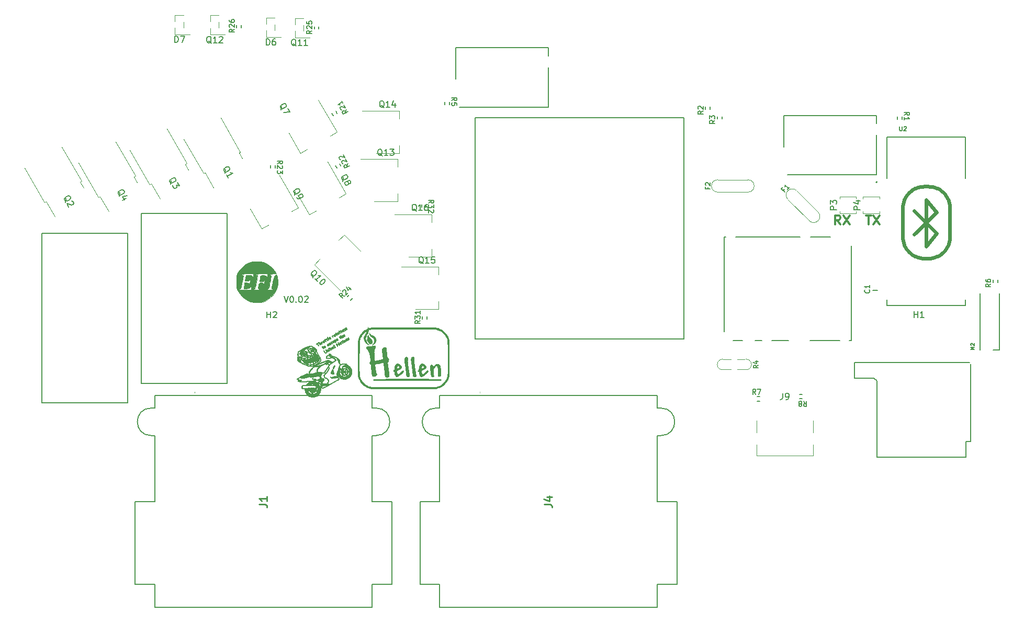
<source format=gto>
G04 #@! TF.GenerationSoftware,KiCad,Pcbnew,7.0.9-7.0.9~ubuntu22.04.1*
G04 #@! TF.CreationDate,2023-12-29T01:54:26+00:00*
G04 #@! TF.ProjectId,uaeficopiedtovfr,75616566-6963-46f7-9069-6564746f7666,rev?*
G04 #@! TF.SameCoordinates,Original*
G04 #@! TF.FileFunction,Legend,Top*
G04 #@! TF.FilePolarity,Positive*
%FSLAX46Y46*%
G04 Gerber Fmt 4.6, Leading zero omitted, Abs format (unit mm)*
G04 Created by KiCad (PCBNEW 7.0.9-7.0.9~ubuntu22.04.1) date 2023-12-29 01:54:26*
%MOMM*%
%LPD*%
G01*
G04 APERTURE LIST*
%ADD10C,0.300000*%
%ADD11C,0.200000*%
%ADD12C,0.127000*%
%ADD13C,0.170000*%
%ADD14C,0.150000*%
%ADD15C,0.254000*%
%ADD16C,0.099060*%
%ADD17C,0.120000*%
%ADD18C,0.203200*%
%ADD19C,0.100000*%
%ADD20C,0.002540*%
%ADD21C,0.050000*%
%ADD22C,0.013229*%
%ADD23C,0.631031*%
G04 APERTURE END LIST*
D10*
X133361653Y37924172D02*
X132861653Y38638458D01*
X132504510Y37924172D02*
X132504510Y39424172D01*
X132504510Y39424172D02*
X133075939Y39424172D01*
X133075939Y39424172D02*
X133218796Y39352743D01*
X133218796Y39352743D02*
X133290225Y39281315D01*
X133290225Y39281315D02*
X133361653Y39138458D01*
X133361653Y39138458D02*
X133361653Y38924172D01*
X133361653Y38924172D02*
X133290225Y38781315D01*
X133290225Y38781315D02*
X133218796Y38709886D01*
X133218796Y38709886D02*
X133075939Y38638458D01*
X133075939Y38638458D02*
X132504510Y38638458D01*
X133861653Y39424172D02*
X134861653Y37924172D01*
X134861653Y39424172D02*
X133861653Y37924172D01*
X137504510Y39424172D02*
X138361653Y39424172D01*
X137933081Y37924172D02*
X137933081Y39424172D01*
X138718795Y39424172D02*
X139718795Y37924172D01*
X139718795Y39424172D02*
X138718795Y37924172D01*
D11*
X43326816Y26332781D02*
X43660149Y25332781D01*
X43660149Y25332781D02*
X43993482Y26332781D01*
X44517292Y26332781D02*
X44612530Y26332781D01*
X44612530Y26332781D02*
X44707768Y26285162D01*
X44707768Y26285162D02*
X44755387Y26237543D01*
X44755387Y26237543D02*
X44803006Y26142305D01*
X44803006Y26142305D02*
X44850625Y25951829D01*
X44850625Y25951829D02*
X44850625Y25713734D01*
X44850625Y25713734D02*
X44803006Y25523258D01*
X44803006Y25523258D02*
X44755387Y25428020D01*
X44755387Y25428020D02*
X44707768Y25380400D01*
X44707768Y25380400D02*
X44612530Y25332781D01*
X44612530Y25332781D02*
X44517292Y25332781D01*
X44517292Y25332781D02*
X44422054Y25380400D01*
X44422054Y25380400D02*
X44374435Y25428020D01*
X44374435Y25428020D02*
X44326816Y25523258D01*
X44326816Y25523258D02*
X44279197Y25713734D01*
X44279197Y25713734D02*
X44279197Y25951829D01*
X44279197Y25951829D02*
X44326816Y26142305D01*
X44326816Y26142305D02*
X44374435Y26237543D01*
X44374435Y26237543D02*
X44422054Y26285162D01*
X44422054Y26285162D02*
X44517292Y26332781D01*
X45279197Y25428020D02*
X45326816Y25380400D01*
X45326816Y25380400D02*
X45279197Y25332781D01*
X45279197Y25332781D02*
X45231578Y25380400D01*
X45231578Y25380400D02*
X45279197Y25428020D01*
X45279197Y25428020D02*
X45279197Y25332781D01*
X45945863Y26332781D02*
X46041101Y26332781D01*
X46041101Y26332781D02*
X46136339Y26285162D01*
X46136339Y26285162D02*
X46183958Y26237543D01*
X46183958Y26237543D02*
X46231577Y26142305D01*
X46231577Y26142305D02*
X46279196Y25951829D01*
X46279196Y25951829D02*
X46279196Y25713734D01*
X46279196Y25713734D02*
X46231577Y25523258D01*
X46231577Y25523258D02*
X46183958Y25428020D01*
X46183958Y25428020D02*
X46136339Y25380400D01*
X46136339Y25380400D02*
X46041101Y25332781D01*
X46041101Y25332781D02*
X45945863Y25332781D01*
X45945863Y25332781D02*
X45850625Y25380400D01*
X45850625Y25380400D02*
X45803006Y25428020D01*
X45803006Y25428020D02*
X45755387Y25523258D01*
X45755387Y25523258D02*
X45707768Y25713734D01*
X45707768Y25713734D02*
X45707768Y25951829D01*
X45707768Y25951829D02*
X45755387Y26142305D01*
X45755387Y26142305D02*
X45803006Y26237543D01*
X45803006Y26237543D02*
X45850625Y26285162D01*
X45850625Y26285162D02*
X45945863Y26332781D01*
X46660149Y26237543D02*
X46707768Y26285162D01*
X46707768Y26285162D02*
X46803006Y26332781D01*
X46803006Y26332781D02*
X47041101Y26332781D01*
X47041101Y26332781D02*
X47136339Y26285162D01*
X47136339Y26285162D02*
X47183958Y26237543D01*
X47183958Y26237543D02*
X47231577Y26142305D01*
X47231577Y26142305D02*
X47231577Y26047067D01*
X47231577Y26047067D02*
X47183958Y25904210D01*
X47183958Y25904210D02*
X46612530Y25332781D01*
X46612530Y25332781D02*
X47231577Y25332781D01*
D12*
X120045911Y15148001D02*
X119683054Y14894001D01*
X120045911Y14712572D02*
X119283911Y14712572D01*
X119283911Y14712572D02*
X119283911Y15002858D01*
X119283911Y15002858D02*
X119320197Y15075429D01*
X119320197Y15075429D02*
X119356483Y15111715D01*
X119356483Y15111715D02*
X119429054Y15148001D01*
X119429054Y15148001D02*
X119537911Y15148001D01*
X119537911Y15148001D02*
X119610483Y15111715D01*
X119610483Y15111715D02*
X119646768Y15075429D01*
X119646768Y15075429D02*
X119683054Y15002858D01*
X119683054Y15002858D02*
X119683054Y14712572D01*
X119537911Y15801143D02*
X120045911Y15801143D01*
X119247626Y15619715D02*
X119791911Y15438286D01*
X119791911Y15438286D02*
X119791911Y15910001D01*
D13*
X143713014Y55634908D02*
X144103490Y55908241D01*
X143713014Y56103479D02*
X144533014Y56103479D01*
X144533014Y56103479D02*
X144533014Y55791098D01*
X144533014Y55791098D02*
X144493966Y55713003D01*
X144493966Y55713003D02*
X144454919Y55673956D01*
X144454919Y55673956D02*
X144376823Y55634908D01*
X144376823Y55634908D02*
X144259681Y55634908D01*
X144259681Y55634908D02*
X144181585Y55673956D01*
X144181585Y55673956D02*
X144142538Y55713003D01*
X144142538Y55713003D02*
X144103490Y55791098D01*
X144103490Y55791098D02*
X144103490Y56103479D01*
X143713014Y54853956D02*
X143713014Y55322527D01*
X143713014Y55088241D02*
X144533014Y55088241D01*
X144533014Y55088241D02*
X144415871Y55166337D01*
X144415871Y55166337D02*
X144337776Y55244432D01*
X144337776Y55244432D02*
X144298728Y55322527D01*
D14*
X59528571Y56849943D02*
X59433333Y56897562D01*
X59433333Y56897562D02*
X59338095Y56992800D01*
X59338095Y56992800D02*
X59195238Y57135658D01*
X59195238Y57135658D02*
X59100000Y57183277D01*
X59100000Y57183277D02*
X59004762Y57183277D01*
X59052381Y56945181D02*
X58957143Y56992800D01*
X58957143Y56992800D02*
X58861905Y57088039D01*
X58861905Y57088039D02*
X58814286Y57278515D01*
X58814286Y57278515D02*
X58814286Y57611848D01*
X58814286Y57611848D02*
X58861905Y57802324D01*
X58861905Y57802324D02*
X58957143Y57897562D01*
X58957143Y57897562D02*
X59052381Y57945181D01*
X59052381Y57945181D02*
X59242857Y57945181D01*
X59242857Y57945181D02*
X59338095Y57897562D01*
X59338095Y57897562D02*
X59433333Y57802324D01*
X59433333Y57802324D02*
X59480952Y57611848D01*
X59480952Y57611848D02*
X59480952Y57278515D01*
X59480952Y57278515D02*
X59433333Y57088039D01*
X59433333Y57088039D02*
X59338095Y56992800D01*
X59338095Y56992800D02*
X59242857Y56945181D01*
X59242857Y56945181D02*
X59052381Y56945181D01*
X60433333Y56945181D02*
X59861905Y56945181D01*
X60147619Y56945181D02*
X60147619Y57945181D01*
X60147619Y57945181D02*
X60052381Y57802324D01*
X60052381Y57802324D02*
X59957143Y57707086D01*
X59957143Y57707086D02*
X59861905Y57659467D01*
X61290476Y57611848D02*
X61290476Y56945181D01*
X61052381Y57992800D02*
X60814286Y57278515D01*
X60814286Y57278515D02*
X61433333Y57278515D01*
D15*
X85424318Y-7343332D02*
X86331461Y-7343332D01*
X86331461Y-7343332D02*
X86512889Y-7403809D01*
X86512889Y-7403809D02*
X86633842Y-7524761D01*
X86633842Y-7524761D02*
X86694318Y-7706190D01*
X86694318Y-7706190D02*
X86694318Y-7827142D01*
X85847651Y-6194285D02*
X86694318Y-6194285D01*
X85363842Y-6496666D02*
X86270984Y-6799047D01*
X86270984Y-6799047D02*
X86270984Y-6012856D01*
D14*
X40588095Y22845181D02*
X40588095Y23845181D01*
X40588095Y23368991D02*
X41159523Y23368991D01*
X41159523Y22845181D02*
X41159523Y23845181D01*
X41588095Y23749943D02*
X41635714Y23797562D01*
X41635714Y23797562D02*
X41730952Y23845181D01*
X41730952Y23845181D02*
X41969047Y23845181D01*
X41969047Y23845181D02*
X42064285Y23797562D01*
X42064285Y23797562D02*
X42111904Y23749943D01*
X42111904Y23749943D02*
X42159523Y23654705D01*
X42159523Y23654705D02*
X42159523Y23559467D01*
X42159523Y23559467D02*
X42111904Y23416610D01*
X42111904Y23416610D02*
X41540476Y22845181D01*
X41540476Y22845181D02*
X42159523Y22845181D01*
X52823131Y44932451D02*
X52816751Y45038739D01*
X52816751Y45038739D02*
X52851611Y45168836D01*
X52851611Y45168836D02*
X52903900Y45363983D01*
X52903900Y45363983D02*
X52897520Y45470271D01*
X52897520Y45470271D02*
X52849901Y45552750D01*
X52667514Y45392463D02*
X52661135Y45498751D01*
X52661135Y45498751D02*
X52695994Y45628848D01*
X52695994Y45628848D02*
X52837142Y45765326D01*
X52837142Y45765326D02*
X53125817Y45931992D01*
X53125817Y45931992D02*
X53314584Y45985991D01*
X53314584Y45985991D02*
X53444681Y45951132D01*
X53444681Y45951132D02*
X53533540Y45892463D01*
X53533540Y45892463D02*
X53628778Y45727505D01*
X53628778Y45727505D02*
X53635158Y45621217D01*
X53635158Y45621217D02*
X53600298Y45491120D01*
X53600298Y45491120D02*
X53459150Y45354642D01*
X53459150Y45354642D02*
X53170475Y45187976D01*
X53170475Y45187976D02*
X52981708Y45133977D01*
X52981708Y45133977D02*
X52851611Y45168836D01*
X52851611Y45168836D02*
X52762752Y45227505D01*
X52762752Y45227505D02*
X52667514Y45392463D01*
X53662386Y44812152D02*
X53656006Y44918440D01*
X53656006Y44918440D02*
X53673436Y44983489D01*
X53673436Y44983489D02*
X53732105Y45072347D01*
X53732105Y45072347D02*
X53773344Y45096156D01*
X53773344Y45096156D02*
X53879633Y45102536D01*
X53879633Y45102536D02*
X53944681Y45085106D01*
X53944681Y45085106D02*
X54033540Y45026437D01*
X54033540Y45026437D02*
X54128778Y44861480D01*
X54128778Y44861480D02*
X54135158Y44755192D01*
X54135158Y44755192D02*
X54117728Y44690143D01*
X54117728Y44690143D02*
X54059059Y44601285D01*
X54059059Y44601285D02*
X54017819Y44577475D01*
X54017819Y44577475D02*
X53911531Y44571095D01*
X53911531Y44571095D02*
X53846482Y44588525D01*
X53846482Y44588525D02*
X53757624Y44647194D01*
X53757624Y44647194D02*
X53662386Y44812152D01*
X53662386Y44812152D02*
X53573528Y44870821D01*
X53573528Y44870821D02*
X53508479Y44888250D01*
X53508479Y44888250D02*
X53402191Y44881871D01*
X53402191Y44881871D02*
X53237233Y44786633D01*
X53237233Y44786633D02*
X53178564Y44697774D01*
X53178564Y44697774D02*
X53161135Y44632725D01*
X53161135Y44632725D02*
X53167514Y44526437D01*
X53167514Y44526437D02*
X53262752Y44361480D01*
X53262752Y44361480D02*
X53351611Y44302811D01*
X53351611Y44302811D02*
X53416660Y44285381D01*
X53416660Y44285381D02*
X53522948Y44291761D01*
X53522948Y44291761D02*
X53687905Y44386999D01*
X53687905Y44386999D02*
X53746574Y44475857D01*
X53746574Y44475857D02*
X53764004Y44540906D01*
X53764004Y44540906D02*
X53757624Y44647194D01*
D13*
X127409907Y9336986D02*
X127683240Y8946510D01*
X127878478Y9336986D02*
X127878478Y8516986D01*
X127878478Y8516986D02*
X127566097Y8516986D01*
X127566097Y8516986D02*
X127488002Y8556034D01*
X127488002Y8556034D02*
X127448955Y8595081D01*
X127448955Y8595081D02*
X127409907Y8673177D01*
X127409907Y8673177D02*
X127409907Y8790319D01*
X127409907Y8790319D02*
X127448955Y8868415D01*
X127448955Y8868415D02*
X127488002Y8907462D01*
X127488002Y8907462D02*
X127566097Y8946510D01*
X127566097Y8946510D02*
X127878478Y8946510D01*
X126941336Y8868415D02*
X127019431Y8829367D01*
X127019431Y8829367D02*
X127058478Y8790319D01*
X127058478Y8790319D02*
X127097526Y8712224D01*
X127097526Y8712224D02*
X127097526Y8673177D01*
X127097526Y8673177D02*
X127058478Y8595081D01*
X127058478Y8595081D02*
X127019431Y8556034D01*
X127019431Y8556034D02*
X126941336Y8516986D01*
X126941336Y8516986D02*
X126785145Y8516986D01*
X126785145Y8516986D02*
X126707050Y8556034D01*
X126707050Y8556034D02*
X126668002Y8595081D01*
X126668002Y8595081D02*
X126628955Y8673177D01*
X126628955Y8673177D02*
X126628955Y8712224D01*
X126628955Y8712224D02*
X126668002Y8790319D01*
X126668002Y8790319D02*
X126707050Y8829367D01*
X126707050Y8829367D02*
X126785145Y8868415D01*
X126785145Y8868415D02*
X126941336Y8868415D01*
X126941336Y8868415D02*
X127019431Y8907462D01*
X127019431Y8907462D02*
X127058478Y8946510D01*
X127058478Y8946510D02*
X127097526Y9024605D01*
X127097526Y9024605D02*
X127097526Y9180796D01*
X127097526Y9180796D02*
X127058478Y9258891D01*
X127058478Y9258891D02*
X127019431Y9297938D01*
X127019431Y9297938D02*
X126941336Y9336986D01*
X126941336Y9336986D02*
X126785145Y9336986D01*
X126785145Y9336986D02*
X126707050Y9297938D01*
X126707050Y9297938D02*
X126668002Y9258891D01*
X126668002Y9258891D02*
X126628955Y9180796D01*
X126628955Y9180796D02*
X126628955Y9024605D01*
X126628955Y9024605D02*
X126668002Y8946510D01*
X126668002Y8946510D02*
X126707050Y8907462D01*
X126707050Y8907462D02*
X126785145Y8868415D01*
D14*
X48025009Y29333131D02*
X47991337Y29434146D01*
X47991337Y29434146D02*
X47991337Y29568833D01*
X47991337Y29568833D02*
X47991337Y29770864D01*
X47991337Y29770864D02*
X47957665Y29871879D01*
X47957665Y29871879D02*
X47890322Y29939223D01*
X47755635Y29737192D02*
X47721963Y29838207D01*
X47721963Y29838207D02*
X47721963Y29972894D01*
X47721963Y29972894D02*
X47822978Y30141253D01*
X47822978Y30141253D02*
X48058680Y30376955D01*
X48058680Y30376955D02*
X48227039Y30477971D01*
X48227039Y30477971D02*
X48361726Y30477971D01*
X48361726Y30477971D02*
X48462741Y30444299D01*
X48462741Y30444299D02*
X48597428Y30309612D01*
X48597428Y30309612D02*
X48631100Y30208597D01*
X48631100Y30208597D02*
X48631100Y30073910D01*
X48631100Y30073910D02*
X48530085Y29905551D01*
X48530085Y29905551D02*
X48294383Y29669849D01*
X48294383Y29669849D02*
X48126024Y29568833D01*
X48126024Y29568833D02*
X47991337Y29568833D01*
X47991337Y29568833D02*
X47890322Y29602505D01*
X47890322Y29602505D02*
X47755635Y29737192D01*
X48732115Y28760711D02*
X48328054Y29164772D01*
X48530085Y28962742D02*
X49237192Y29669849D01*
X49237192Y29669849D02*
X49068833Y29636177D01*
X49068833Y29636177D02*
X48934146Y29636177D01*
X48934146Y29636177D02*
X48833131Y29669849D01*
X49876955Y29030085D02*
X49944299Y28962742D01*
X49944299Y28962742D02*
X49977970Y28861727D01*
X49977970Y28861727D02*
X49977970Y28794383D01*
X49977970Y28794383D02*
X49944299Y28693368D01*
X49944299Y28693368D02*
X49843283Y28525009D01*
X49843283Y28525009D02*
X49674925Y28356650D01*
X49674925Y28356650D02*
X49506566Y28255635D01*
X49506566Y28255635D02*
X49405550Y28221963D01*
X49405550Y28221963D02*
X49338207Y28221963D01*
X49338207Y28221963D02*
X49237192Y28255635D01*
X49237192Y28255635D02*
X49169848Y28322979D01*
X49169848Y28322979D02*
X49136176Y28423994D01*
X49136176Y28423994D02*
X49136176Y28491337D01*
X49136176Y28491337D02*
X49169848Y28592353D01*
X49169848Y28592353D02*
X49270863Y28760711D01*
X49270863Y28760711D02*
X49439222Y28929070D01*
X49439222Y28929070D02*
X49607581Y29030085D01*
X49607581Y29030085D02*
X49708596Y29063757D01*
X49708596Y29063757D02*
X49775940Y29063757D01*
X49775940Y29063757D02*
X49876955Y29030085D01*
D13*
X66713014Y41409908D02*
X67103490Y41683241D01*
X66713014Y41878479D02*
X67533014Y41878479D01*
X67533014Y41878479D02*
X67533014Y41566098D01*
X67533014Y41566098D02*
X67493966Y41488003D01*
X67493966Y41488003D02*
X67454919Y41448956D01*
X67454919Y41448956D02*
X67376823Y41409908D01*
X67376823Y41409908D02*
X67259681Y41409908D01*
X67259681Y41409908D02*
X67181585Y41448956D01*
X67181585Y41448956D02*
X67142538Y41488003D01*
X67142538Y41488003D02*
X67103490Y41566098D01*
X67103490Y41566098D02*
X67103490Y41878479D01*
X67533014Y41136575D02*
X67533014Y40628956D01*
X67533014Y40628956D02*
X67220633Y40902289D01*
X67220633Y40902289D02*
X67220633Y40785146D01*
X67220633Y40785146D02*
X67181585Y40707051D01*
X67181585Y40707051D02*
X67142538Y40668003D01*
X67142538Y40668003D02*
X67064442Y40628956D01*
X67064442Y40628956D02*
X66869204Y40628956D01*
X66869204Y40628956D02*
X66791109Y40668003D01*
X66791109Y40668003D02*
X66752062Y40707051D01*
X66752062Y40707051D02*
X66713014Y40785146D01*
X66713014Y40785146D02*
X66713014Y41019432D01*
X66713014Y41019432D02*
X66752062Y41097527D01*
X66752062Y41097527D02*
X66791109Y41136575D01*
X67454919Y40316575D02*
X67493966Y40277527D01*
X67493966Y40277527D02*
X67533014Y40199432D01*
X67533014Y40199432D02*
X67533014Y40004194D01*
X67533014Y40004194D02*
X67493966Y39926099D01*
X67493966Y39926099D02*
X67454919Y39887051D01*
X67454919Y39887051D02*
X67376823Y39848004D01*
X67376823Y39848004D02*
X67298728Y39848004D01*
X67298728Y39848004D02*
X67181585Y39887051D01*
X67181585Y39887051D02*
X66713014Y40355623D01*
X66713014Y40355623D02*
X66713014Y39848004D01*
D14*
X155055573Y17691742D02*
X154455573Y17691742D01*
X154455573Y17691742D02*
X154884144Y17891742D01*
X154884144Y17891742D02*
X154455573Y18091742D01*
X154455573Y18091742D02*
X155055573Y18091742D01*
X154512716Y18348884D02*
X154484144Y18377456D01*
X154484144Y18377456D02*
X154455573Y18434598D01*
X154455573Y18434598D02*
X154455573Y18577456D01*
X154455573Y18577456D02*
X154484144Y18634598D01*
X154484144Y18634598D02*
X154512716Y18663170D01*
X154512716Y18663170D02*
X154569859Y18691741D01*
X154569859Y18691741D02*
X154627002Y18691741D01*
X154627002Y18691741D02*
X154712716Y18663170D01*
X154712716Y18663170D02*
X155055573Y18320313D01*
X155055573Y18320313D02*
X155055573Y18691741D01*
D13*
X111136985Y56315093D02*
X110746509Y56041760D01*
X111136985Y55846522D02*
X110316985Y55846522D01*
X110316985Y55846522D02*
X110316985Y56158903D01*
X110316985Y56158903D02*
X110356033Y56236998D01*
X110356033Y56236998D02*
X110395080Y56276045D01*
X110395080Y56276045D02*
X110473176Y56315093D01*
X110473176Y56315093D02*
X110590318Y56315093D01*
X110590318Y56315093D02*
X110668414Y56276045D01*
X110668414Y56276045D02*
X110707461Y56236998D01*
X110707461Y56236998D02*
X110746509Y56158903D01*
X110746509Y56158903D02*
X110746509Y55846522D01*
X110395080Y56627474D02*
X110356033Y56666522D01*
X110356033Y56666522D02*
X110316985Y56744617D01*
X110316985Y56744617D02*
X110316985Y56939855D01*
X110316985Y56939855D02*
X110356033Y57017950D01*
X110356033Y57017950D02*
X110395080Y57056998D01*
X110395080Y57056998D02*
X110473176Y57096045D01*
X110473176Y57096045D02*
X110551271Y57096045D01*
X110551271Y57096045D02*
X110668414Y57056998D01*
X110668414Y57056998D02*
X111136985Y56588426D01*
X111136985Y56588426D02*
X111136985Y57096045D01*
X65336985Y22390093D02*
X64946509Y22116760D01*
X65336985Y21921522D02*
X64516985Y21921522D01*
X64516985Y21921522D02*
X64516985Y22233903D01*
X64516985Y22233903D02*
X64556033Y22311998D01*
X64556033Y22311998D02*
X64595080Y22351045D01*
X64595080Y22351045D02*
X64673176Y22390093D01*
X64673176Y22390093D02*
X64790318Y22390093D01*
X64790318Y22390093D02*
X64868414Y22351045D01*
X64868414Y22351045D02*
X64907461Y22311998D01*
X64907461Y22311998D02*
X64946509Y22233903D01*
X64946509Y22233903D02*
X64946509Y21921522D01*
X64516985Y22663426D02*
X64516985Y23171045D01*
X64516985Y23171045D02*
X64829366Y22897712D01*
X64829366Y22897712D02*
X64829366Y23014855D01*
X64829366Y23014855D02*
X64868414Y23092950D01*
X64868414Y23092950D02*
X64907461Y23131998D01*
X64907461Y23131998D02*
X64985557Y23171045D01*
X64985557Y23171045D02*
X65180795Y23171045D01*
X65180795Y23171045D02*
X65258890Y23131998D01*
X65258890Y23131998D02*
X65297938Y23092950D01*
X65297938Y23092950D02*
X65336985Y23014855D01*
X65336985Y23014855D02*
X65336985Y22780569D01*
X65336985Y22780569D02*
X65297938Y22702474D01*
X65297938Y22702474D02*
X65258890Y22663426D01*
X65336985Y23951997D02*
X65336985Y23483426D01*
X65336985Y23717712D02*
X64516985Y23717712D01*
X64516985Y23717712D02*
X64634128Y23639616D01*
X64634128Y23639616D02*
X64712223Y23561521D01*
X64712223Y23561521D02*
X64751271Y23483426D01*
X42263014Y47759908D02*
X42653490Y48033241D01*
X42263014Y48228479D02*
X43083014Y48228479D01*
X43083014Y48228479D02*
X43083014Y47916098D01*
X43083014Y47916098D02*
X43043966Y47838003D01*
X43043966Y47838003D02*
X43004919Y47798956D01*
X43004919Y47798956D02*
X42926823Y47759908D01*
X42926823Y47759908D02*
X42809681Y47759908D01*
X42809681Y47759908D02*
X42731585Y47798956D01*
X42731585Y47798956D02*
X42692538Y47838003D01*
X42692538Y47838003D02*
X42653490Y47916098D01*
X42653490Y47916098D02*
X42653490Y48228479D01*
X43004919Y47447527D02*
X43043966Y47408479D01*
X43043966Y47408479D02*
X43083014Y47330384D01*
X43083014Y47330384D02*
X43083014Y47135146D01*
X43083014Y47135146D02*
X43043966Y47057051D01*
X43043966Y47057051D02*
X43004919Y47018003D01*
X43004919Y47018003D02*
X42926823Y46978956D01*
X42926823Y46978956D02*
X42848728Y46978956D01*
X42848728Y46978956D02*
X42731585Y47018003D01*
X42731585Y47018003D02*
X42263014Y47486575D01*
X42263014Y47486575D02*
X42263014Y46978956D01*
X43083014Y46705623D02*
X43083014Y46198004D01*
X43083014Y46198004D02*
X42770633Y46471337D01*
X42770633Y46471337D02*
X42770633Y46354194D01*
X42770633Y46354194D02*
X42731585Y46276099D01*
X42731585Y46276099D02*
X42692538Y46237051D01*
X42692538Y46237051D02*
X42614442Y46198004D01*
X42614442Y46198004D02*
X42419204Y46198004D01*
X42419204Y46198004D02*
X42341109Y46237051D01*
X42341109Y46237051D02*
X42302062Y46276099D01*
X42302062Y46276099D02*
X42263014Y46354194D01*
X42263014Y46354194D02*
X42263014Y46588480D01*
X42263014Y46588480D02*
X42302062Y46666575D01*
X42302062Y46666575D02*
X42341109Y46705623D01*
D14*
X64778571Y40099943D02*
X64683333Y40147562D01*
X64683333Y40147562D02*
X64588095Y40242800D01*
X64588095Y40242800D02*
X64445238Y40385658D01*
X64445238Y40385658D02*
X64350000Y40433277D01*
X64350000Y40433277D02*
X64254762Y40433277D01*
X64302381Y40195181D02*
X64207143Y40242800D01*
X64207143Y40242800D02*
X64111905Y40338039D01*
X64111905Y40338039D02*
X64064286Y40528515D01*
X64064286Y40528515D02*
X64064286Y40861848D01*
X64064286Y40861848D02*
X64111905Y41052324D01*
X64111905Y41052324D02*
X64207143Y41147562D01*
X64207143Y41147562D02*
X64302381Y41195181D01*
X64302381Y41195181D02*
X64492857Y41195181D01*
X64492857Y41195181D02*
X64588095Y41147562D01*
X64588095Y41147562D02*
X64683333Y41052324D01*
X64683333Y41052324D02*
X64730952Y40861848D01*
X64730952Y40861848D02*
X64730952Y40528515D01*
X64730952Y40528515D02*
X64683333Y40338039D01*
X64683333Y40338039D02*
X64588095Y40242800D01*
X64588095Y40242800D02*
X64492857Y40195181D01*
X64492857Y40195181D02*
X64302381Y40195181D01*
X65683333Y40195181D02*
X65111905Y40195181D01*
X65397619Y40195181D02*
X65397619Y41195181D01*
X65397619Y41195181D02*
X65302381Y41052324D01*
X65302381Y41052324D02*
X65207143Y40957086D01*
X65207143Y40957086D02*
X65111905Y40909467D01*
X66540476Y41195181D02*
X66350000Y41195181D01*
X66350000Y41195181D02*
X66254762Y41147562D01*
X66254762Y41147562D02*
X66207143Y41099943D01*
X66207143Y41099943D02*
X66111905Y40957086D01*
X66111905Y40957086D02*
X66064286Y40766610D01*
X66064286Y40766610D02*
X66064286Y40385658D01*
X66064286Y40385658D02*
X66111905Y40290420D01*
X66111905Y40290420D02*
X66159524Y40242800D01*
X66159524Y40242800D02*
X66254762Y40195181D01*
X66254762Y40195181D02*
X66445238Y40195181D01*
X66445238Y40195181D02*
X66540476Y40242800D01*
X66540476Y40242800D02*
X66588095Y40290420D01*
X66588095Y40290420D02*
X66635714Y40385658D01*
X66635714Y40385658D02*
X66635714Y40623753D01*
X66635714Y40623753D02*
X66588095Y40718991D01*
X66588095Y40718991D02*
X66540476Y40766610D01*
X66540476Y40766610D02*
X66445238Y40814229D01*
X66445238Y40814229D02*
X66254762Y40814229D01*
X66254762Y40814229D02*
X66159524Y40766610D01*
X66159524Y40766610D02*
X66111905Y40718991D01*
X66111905Y40718991D02*
X66064286Y40623753D01*
X45073131Y42682451D02*
X45066751Y42788739D01*
X45066751Y42788739D02*
X45101611Y42918836D01*
X45101611Y42918836D02*
X45153900Y43113983D01*
X45153900Y43113983D02*
X45147520Y43220271D01*
X45147520Y43220271D02*
X45099901Y43302750D01*
X44917514Y43142463D02*
X44911135Y43248751D01*
X44911135Y43248751D02*
X44945994Y43378848D01*
X44945994Y43378848D02*
X45087142Y43515326D01*
X45087142Y43515326D02*
X45375817Y43681992D01*
X45375817Y43681992D02*
X45564584Y43735991D01*
X45564584Y43735991D02*
X45694681Y43701132D01*
X45694681Y43701132D02*
X45783540Y43642463D01*
X45783540Y43642463D02*
X45878778Y43477505D01*
X45878778Y43477505D02*
X45885158Y43371217D01*
X45885158Y43371217D02*
X45850298Y43241120D01*
X45850298Y43241120D02*
X45709150Y43104642D01*
X45709150Y43104642D02*
X45420475Y42937976D01*
X45420475Y42937976D02*
X45231708Y42883977D01*
X45231708Y42883977D02*
X45101611Y42918836D01*
X45101611Y42918836D02*
X45012752Y42977505D01*
X45012752Y42977505D02*
X44917514Y43142463D01*
X45369895Y42358916D02*
X45465133Y42193959D01*
X45465133Y42193959D02*
X45553992Y42135290D01*
X45553992Y42135290D02*
X45619041Y42117860D01*
X45619041Y42117860D02*
X45790378Y42106810D01*
X45790378Y42106810D02*
X45979144Y42160809D01*
X45979144Y42160809D02*
X46309059Y42351285D01*
X46309059Y42351285D02*
X46367728Y42440143D01*
X46367728Y42440143D02*
X46385158Y42505192D01*
X46385158Y42505192D02*
X46378778Y42611480D01*
X46378778Y42611480D02*
X46283540Y42776437D01*
X46283540Y42776437D02*
X46194681Y42835106D01*
X46194681Y42835106D02*
X46129633Y42852536D01*
X46129633Y42852536D02*
X46023344Y42846156D01*
X46023344Y42846156D02*
X45817148Y42727109D01*
X45817148Y42727109D02*
X45758479Y42638250D01*
X45758479Y42638250D02*
X45741049Y42573202D01*
X45741049Y42573202D02*
X45747429Y42466913D01*
X45747429Y42466913D02*
X45842667Y42301956D01*
X45842667Y42301956D02*
X45931525Y42243287D01*
X45931525Y42243287D02*
X45996574Y42225857D01*
X45996574Y42225857D02*
X46102862Y42232237D01*
X59228571Y49049943D02*
X59133333Y49097562D01*
X59133333Y49097562D02*
X59038095Y49192800D01*
X59038095Y49192800D02*
X58895238Y49335658D01*
X58895238Y49335658D02*
X58800000Y49383277D01*
X58800000Y49383277D02*
X58704762Y49383277D01*
X58752381Y49145181D02*
X58657143Y49192800D01*
X58657143Y49192800D02*
X58561905Y49288039D01*
X58561905Y49288039D02*
X58514286Y49478515D01*
X58514286Y49478515D02*
X58514286Y49811848D01*
X58514286Y49811848D02*
X58561905Y50002324D01*
X58561905Y50002324D02*
X58657143Y50097562D01*
X58657143Y50097562D02*
X58752381Y50145181D01*
X58752381Y50145181D02*
X58942857Y50145181D01*
X58942857Y50145181D02*
X59038095Y50097562D01*
X59038095Y50097562D02*
X59133333Y50002324D01*
X59133333Y50002324D02*
X59180952Y49811848D01*
X59180952Y49811848D02*
X59180952Y49478515D01*
X59180952Y49478515D02*
X59133333Y49288039D01*
X59133333Y49288039D02*
X59038095Y49192800D01*
X59038095Y49192800D02*
X58942857Y49145181D01*
X58942857Y49145181D02*
X58752381Y49145181D01*
X60133333Y49145181D02*
X59561905Y49145181D01*
X59847619Y49145181D02*
X59847619Y50145181D01*
X59847619Y50145181D02*
X59752381Y50002324D01*
X59752381Y50002324D02*
X59657143Y49907086D01*
X59657143Y49907086D02*
X59561905Y49859467D01*
X60466667Y50145181D02*
X61085714Y50145181D01*
X61085714Y50145181D02*
X60752381Y49764229D01*
X60752381Y49764229D02*
X60895238Y49764229D01*
X60895238Y49764229D02*
X60990476Y49716610D01*
X60990476Y49716610D02*
X61038095Y49668991D01*
X61038095Y49668991D02*
X61085714Y49573753D01*
X61085714Y49573753D02*
X61085714Y49335658D01*
X61085714Y49335658D02*
X61038095Y49240420D01*
X61038095Y49240420D02*
X60990476Y49192800D01*
X60990476Y49192800D02*
X60895238Y49145181D01*
X60895238Y49145181D02*
X60609524Y49145181D01*
X60609524Y49145181D02*
X60514286Y49192800D01*
X60514286Y49192800D02*
X60466667Y49240420D01*
D13*
X35286985Y69565093D02*
X34896509Y69291760D01*
X35286985Y69096522D02*
X34466985Y69096522D01*
X34466985Y69096522D02*
X34466985Y69408903D01*
X34466985Y69408903D02*
X34506033Y69486998D01*
X34506033Y69486998D02*
X34545080Y69526045D01*
X34545080Y69526045D02*
X34623176Y69565093D01*
X34623176Y69565093D02*
X34740318Y69565093D01*
X34740318Y69565093D02*
X34818414Y69526045D01*
X34818414Y69526045D02*
X34857461Y69486998D01*
X34857461Y69486998D02*
X34896509Y69408903D01*
X34896509Y69408903D02*
X34896509Y69096522D01*
X34545080Y69877474D02*
X34506033Y69916522D01*
X34506033Y69916522D02*
X34466985Y69994617D01*
X34466985Y69994617D02*
X34466985Y70189855D01*
X34466985Y70189855D02*
X34506033Y70267950D01*
X34506033Y70267950D02*
X34545080Y70306998D01*
X34545080Y70306998D02*
X34623176Y70346045D01*
X34623176Y70346045D02*
X34701271Y70346045D01*
X34701271Y70346045D02*
X34818414Y70306998D01*
X34818414Y70306998D02*
X35286985Y69838426D01*
X35286985Y69838426D02*
X35286985Y70346045D01*
X34466985Y71048902D02*
X34466985Y70892712D01*
X34466985Y70892712D02*
X34506033Y70814616D01*
X34506033Y70814616D02*
X34545080Y70775569D01*
X34545080Y70775569D02*
X34662223Y70697474D01*
X34662223Y70697474D02*
X34818414Y70658426D01*
X34818414Y70658426D02*
X35130795Y70658426D01*
X35130795Y70658426D02*
X35208890Y70697474D01*
X35208890Y70697474D02*
X35247938Y70736521D01*
X35247938Y70736521D02*
X35286985Y70814616D01*
X35286985Y70814616D02*
X35286985Y70970807D01*
X35286985Y70970807D02*
X35247938Y71048902D01*
X35247938Y71048902D02*
X35208890Y71087950D01*
X35208890Y71087950D02*
X35130795Y71126997D01*
X35130795Y71126997D02*
X34935557Y71126997D01*
X34935557Y71126997D02*
X34857461Y71087950D01*
X34857461Y71087950D02*
X34818414Y71048902D01*
X34818414Y71048902D02*
X34779366Y70970807D01*
X34779366Y70970807D02*
X34779366Y70814616D01*
X34779366Y70814616D02*
X34818414Y70736521D01*
X34818414Y70736521D02*
X34857461Y70697474D01*
X34857461Y70697474D02*
X34935557Y70658426D01*
X138022582Y27367534D02*
X138061630Y27328486D01*
X138061630Y27328486D02*
X138100677Y27211343D01*
X138100677Y27211343D02*
X138100677Y27133248D01*
X138100677Y27133248D02*
X138061630Y27016105D01*
X138061630Y27016105D02*
X137983534Y26938009D01*
X137983534Y26938009D02*
X137905439Y26898962D01*
X137905439Y26898962D02*
X137749248Y26859914D01*
X137749248Y26859914D02*
X137632105Y26859914D01*
X137632105Y26859914D02*
X137475915Y26898962D01*
X137475915Y26898962D02*
X137397819Y26938009D01*
X137397819Y26938009D02*
X137319724Y27016105D01*
X137319724Y27016105D02*
X137280676Y27133248D01*
X137280676Y27133248D02*
X137280676Y27211343D01*
X137280676Y27211343D02*
X137319724Y27328486D01*
X137319724Y27328486D02*
X137358772Y27367534D01*
X138100677Y28148487D02*
X138100677Y27679915D01*
X138100677Y27914201D02*
X137280676Y27914201D01*
X137280676Y27914201D02*
X137397819Y27836106D01*
X137397819Y27836106D02*
X137475915Y27758010D01*
X137475915Y27758010D02*
X137514962Y27679915D01*
D14*
X42876016Y56457451D02*
X42869636Y56563739D01*
X42869636Y56563739D02*
X42904496Y56693836D01*
X42904496Y56693836D02*
X42956785Y56888983D01*
X42956785Y56888983D02*
X42950405Y56995271D01*
X42950405Y56995271D02*
X42902786Y57077750D01*
X42720399Y56917463D02*
X42714020Y57023751D01*
X42714020Y57023751D02*
X42748879Y57153848D01*
X42748879Y57153848D02*
X42890027Y57290326D01*
X42890027Y57290326D02*
X43178702Y57456992D01*
X43178702Y57456992D02*
X43367469Y57510991D01*
X43367469Y57510991D02*
X43497566Y57476132D01*
X43497566Y57476132D02*
X43586425Y57417463D01*
X43586425Y57417463D02*
X43681663Y57252505D01*
X43681663Y57252505D02*
X43688043Y57146217D01*
X43688043Y57146217D02*
X43653183Y57016120D01*
X43653183Y57016120D02*
X43512035Y56879642D01*
X43512035Y56879642D02*
X43223360Y56712976D01*
X43223360Y56712976D02*
X43034593Y56658977D01*
X43034593Y56658977D02*
X42904496Y56693836D01*
X42904496Y56693836D02*
X42815637Y56752505D01*
X42815637Y56752505D02*
X42720399Y56917463D01*
X43967377Y56757634D02*
X44300710Y56180284D01*
X44300710Y56180284D02*
X43220399Y56051437D01*
D13*
X53135263Y26314330D02*
X52665879Y26397162D01*
X52803933Y25983000D02*
X52224105Y26562827D01*
X52224105Y26562827D02*
X52444992Y26783714D01*
X52444992Y26783714D02*
X52527825Y26811325D01*
X52527825Y26811325D02*
X52583046Y26811325D01*
X52583046Y26811325D02*
X52665879Y26783714D01*
X52665879Y26783714D02*
X52748711Y26700882D01*
X52748711Y26700882D02*
X52776322Y26618049D01*
X52776322Y26618049D02*
X52776322Y26562827D01*
X52776322Y26562827D02*
X52748711Y26479995D01*
X52748711Y26479995D02*
X52527825Y26259108D01*
X52831544Y27059822D02*
X52831544Y27115044D01*
X52831544Y27115044D02*
X52859155Y27197877D01*
X52859155Y27197877D02*
X52997209Y27335931D01*
X52997209Y27335931D02*
X53080041Y27363542D01*
X53080041Y27363542D02*
X53135263Y27363542D01*
X53135263Y27363542D02*
X53218095Y27335931D01*
X53218095Y27335931D02*
X53273317Y27280709D01*
X53273317Y27280709D02*
X53328539Y27170266D01*
X53328539Y27170266D02*
X53328539Y26507606D01*
X53328539Y26507606D02*
X53687480Y26866547D01*
X53797923Y27750093D02*
X54184474Y27363541D01*
X53438982Y27832926D02*
X53715090Y27280709D01*
X53715090Y27280709D02*
X54074031Y27639650D01*
D14*
X132754819Y40336906D02*
X131754819Y40336906D01*
X131754819Y40336906D02*
X131754819Y40717858D01*
X131754819Y40717858D02*
X131802438Y40813096D01*
X131802438Y40813096D02*
X131850057Y40860715D01*
X131850057Y40860715D02*
X131945295Y40908334D01*
X131945295Y40908334D02*
X132088152Y40908334D01*
X132088152Y40908334D02*
X132183390Y40860715D01*
X132183390Y40860715D02*
X132231009Y40813096D01*
X132231009Y40813096D02*
X132278628Y40717858D01*
X132278628Y40717858D02*
X132278628Y40336906D01*
X131754819Y41241668D02*
X131754819Y41860715D01*
X131754819Y41860715D02*
X132135771Y41527382D01*
X132135771Y41527382D02*
X132135771Y41670239D01*
X132135771Y41670239D02*
X132183390Y41765477D01*
X132183390Y41765477D02*
X132231009Y41813096D01*
X132231009Y41813096D02*
X132326247Y41860715D01*
X132326247Y41860715D02*
X132564342Y41860715D01*
X132564342Y41860715D02*
X132659580Y41813096D01*
X132659580Y41813096D02*
X132707200Y41765477D01*
X132707200Y41765477D02*
X132754819Y41670239D01*
X132754819Y41670239D02*
X132754819Y41384525D01*
X132754819Y41384525D02*
X132707200Y41289287D01*
X132707200Y41289287D02*
X132659580Y41241668D01*
X124016666Y10610181D02*
X124016666Y9895896D01*
X124016666Y9895896D02*
X123969047Y9753039D01*
X123969047Y9753039D02*
X123873809Y9657800D01*
X123873809Y9657800D02*
X123730952Y9610181D01*
X123730952Y9610181D02*
X123635714Y9610181D01*
X124540476Y9610181D02*
X124730952Y9610181D01*
X124730952Y9610181D02*
X124826190Y9657800D01*
X124826190Y9657800D02*
X124873809Y9705420D01*
X124873809Y9705420D02*
X124969047Y9848277D01*
X124969047Y9848277D02*
X125016666Y10038753D01*
X125016666Y10038753D02*
X125016666Y10419705D01*
X125016666Y10419705D02*
X124969047Y10514943D01*
X124969047Y10514943D02*
X124921428Y10562562D01*
X124921428Y10562562D02*
X124826190Y10610181D01*
X124826190Y10610181D02*
X124635714Y10610181D01*
X124635714Y10610181D02*
X124540476Y10562562D01*
X124540476Y10562562D02*
X124492857Y10514943D01*
X124492857Y10514943D02*
X124445238Y10419705D01*
X124445238Y10419705D02*
X124445238Y10181610D01*
X124445238Y10181610D02*
X124492857Y10086372D01*
X124492857Y10086372D02*
X124540476Y10038753D01*
X124540476Y10038753D02*
X124635714Y9991134D01*
X124635714Y9991134D02*
X124826190Y9991134D01*
X124826190Y9991134D02*
X124921428Y10038753D01*
X124921428Y10038753D02*
X124969047Y10086372D01*
X124969047Y10086372D02*
X125016666Y10181610D01*
X145288095Y22895181D02*
X145288095Y23895181D01*
X145288095Y23418991D02*
X145859523Y23418991D01*
X145859523Y22895181D02*
X145859523Y23895181D01*
X146859523Y22895181D02*
X146288095Y22895181D01*
X146573809Y22895181D02*
X146573809Y23895181D01*
X146573809Y23895181D02*
X146478571Y23752324D01*
X146478571Y23752324D02*
X146383333Y23657086D01*
X146383333Y23657086D02*
X146288095Y23609467D01*
X25001017Y44433637D02*
X24994637Y44539925D01*
X24994637Y44539925D02*
X25029497Y44670022D01*
X25029497Y44670022D02*
X25081786Y44865169D01*
X25081786Y44865169D02*
X25075406Y44971457D01*
X25075406Y44971457D02*
X25027787Y45053936D01*
X24845400Y44893649D02*
X24839021Y44999937D01*
X24839021Y44999937D02*
X24873880Y45130034D01*
X24873880Y45130034D02*
X25015028Y45266512D01*
X25015028Y45266512D02*
X25303703Y45433178D01*
X25303703Y45433178D02*
X25492470Y45487177D01*
X25492470Y45487177D02*
X25622567Y45452318D01*
X25622567Y45452318D02*
X25711426Y45393649D01*
X25711426Y45393649D02*
X25806664Y45228691D01*
X25806664Y45228691D02*
X25813044Y45122403D01*
X25813044Y45122403D02*
X25778184Y44992306D01*
X25778184Y44992306D02*
X25637036Y44855828D01*
X25637036Y44855828D02*
X25348361Y44689162D01*
X25348361Y44689162D02*
X25159594Y44635163D01*
X25159594Y44635163D02*
X25029497Y44670022D01*
X25029497Y44670022D02*
X24940638Y44728691D01*
X24940638Y44728691D02*
X24845400Y44893649D01*
X26092378Y44733820D02*
X26401902Y44197709D01*
X26401902Y44197709D02*
X25905321Y44295908D01*
X25905321Y44295908D02*
X25976749Y44172190D01*
X25976749Y44172190D02*
X25983129Y44065902D01*
X25983129Y44065902D02*
X25965699Y44000853D01*
X25965699Y44000853D02*
X25907030Y43911995D01*
X25907030Y43911995D02*
X25700834Y43792947D01*
X25700834Y43792947D02*
X25594546Y43786567D01*
X25594546Y43786567D02*
X25529497Y43803997D01*
X25529497Y43803997D02*
X25440638Y43862666D01*
X25440638Y43862666D02*
X25297781Y44110102D01*
X25297781Y44110102D02*
X25291402Y44216390D01*
X25291402Y44216390D02*
X25308831Y44281439D01*
X25661905Y67420181D02*
X25661905Y68420181D01*
X25661905Y68420181D02*
X25900000Y68420181D01*
X25900000Y68420181D02*
X26042857Y68372562D01*
X26042857Y68372562D02*
X26138095Y68277324D01*
X26138095Y68277324D02*
X26185714Y68182086D01*
X26185714Y68182086D02*
X26233333Y67991610D01*
X26233333Y67991610D02*
X26233333Y67848753D01*
X26233333Y67848753D02*
X26185714Y67658277D01*
X26185714Y67658277D02*
X26138095Y67563039D01*
X26138095Y67563039D02*
X26042857Y67467800D01*
X26042857Y67467800D02*
X25900000Y67420181D01*
X25900000Y67420181D02*
X25661905Y67420181D01*
X26566667Y68420181D02*
X27233333Y68420181D01*
X27233333Y68420181D02*
X26804762Y67420181D01*
D13*
X70463014Y57984908D02*
X70853490Y58258241D01*
X70463014Y58453479D02*
X71283014Y58453479D01*
X71283014Y58453479D02*
X71283014Y58141098D01*
X71283014Y58141098D02*
X71243966Y58063003D01*
X71243966Y58063003D02*
X71204919Y58023956D01*
X71204919Y58023956D02*
X71126823Y57984908D01*
X71126823Y57984908D02*
X71009681Y57984908D01*
X71009681Y57984908D02*
X70931585Y58023956D01*
X70931585Y58023956D02*
X70892538Y58063003D01*
X70892538Y58063003D02*
X70853490Y58141098D01*
X70853490Y58141098D02*
X70853490Y58453479D01*
X71283014Y57243003D02*
X71283014Y57633479D01*
X71283014Y57633479D02*
X70892538Y57672527D01*
X70892538Y57672527D02*
X70931585Y57633479D01*
X70931585Y57633479D02*
X70970633Y57555384D01*
X70970633Y57555384D02*
X70970633Y57360146D01*
X70970633Y57360146D02*
X70931585Y57282051D01*
X70931585Y57282051D02*
X70892538Y57243003D01*
X70892538Y57243003D02*
X70814442Y57203956D01*
X70814442Y57203956D02*
X70619204Y57203956D01*
X70619204Y57203956D02*
X70541109Y57243003D01*
X70541109Y57243003D02*
X70502062Y57282051D01*
X70502062Y57282051D02*
X70463014Y57360146D01*
X70463014Y57360146D02*
X70463014Y57555384D01*
X70463014Y57555384D02*
X70502062Y57633479D01*
X70502062Y57633479D02*
X70541109Y57672527D01*
D14*
X33759207Y46245544D02*
X33752827Y46351832D01*
X33752827Y46351832D02*
X33787687Y46481929D01*
X33787687Y46481929D02*
X33839976Y46677076D01*
X33839976Y46677076D02*
X33833596Y46783364D01*
X33833596Y46783364D02*
X33785977Y46865843D01*
X33603590Y46705556D02*
X33597211Y46811844D01*
X33597211Y46811844D02*
X33632070Y46941941D01*
X33632070Y46941941D02*
X33773218Y47078419D01*
X33773218Y47078419D02*
X34061893Y47245085D01*
X34061893Y47245085D02*
X34250660Y47299084D01*
X34250660Y47299084D02*
X34380757Y47264225D01*
X34380757Y47264225D02*
X34469616Y47205556D01*
X34469616Y47205556D02*
X34564854Y47040598D01*
X34564854Y47040598D02*
X34571234Y46934310D01*
X34571234Y46934310D02*
X34536374Y46804213D01*
X34536374Y46804213D02*
X34395226Y46667735D01*
X34395226Y46667735D02*
X34106551Y46501069D01*
X34106551Y46501069D02*
X33917784Y46447070D01*
X33917784Y46447070D02*
X33787687Y46481929D01*
X33787687Y46481929D02*
X33698828Y46540598D01*
X33698828Y46540598D02*
X33603590Y46705556D01*
X34294067Y45509616D02*
X34008352Y46004487D01*
X34151209Y45757052D02*
X35017235Y46257052D01*
X35017235Y46257052D02*
X34845898Y46268102D01*
X34845898Y46268102D02*
X34715800Y46302961D01*
X34715800Y46302961D02*
X34626942Y46361630D01*
D13*
X47836985Y69315093D02*
X47446509Y69041760D01*
X47836985Y68846522D02*
X47016985Y68846522D01*
X47016985Y68846522D02*
X47016985Y69158903D01*
X47016985Y69158903D02*
X47056033Y69236998D01*
X47056033Y69236998D02*
X47095080Y69276045D01*
X47095080Y69276045D02*
X47173176Y69315093D01*
X47173176Y69315093D02*
X47290318Y69315093D01*
X47290318Y69315093D02*
X47368414Y69276045D01*
X47368414Y69276045D02*
X47407461Y69236998D01*
X47407461Y69236998D02*
X47446509Y69158903D01*
X47446509Y69158903D02*
X47446509Y68846522D01*
X47095080Y69627474D02*
X47056033Y69666522D01*
X47056033Y69666522D02*
X47016985Y69744617D01*
X47016985Y69744617D02*
X47016985Y69939855D01*
X47016985Y69939855D02*
X47056033Y70017950D01*
X47056033Y70017950D02*
X47095080Y70056998D01*
X47095080Y70056998D02*
X47173176Y70096045D01*
X47173176Y70096045D02*
X47251271Y70096045D01*
X47251271Y70096045D02*
X47368414Y70056998D01*
X47368414Y70056998D02*
X47836985Y69588426D01*
X47836985Y69588426D02*
X47836985Y70096045D01*
X47016985Y70837950D02*
X47016985Y70447474D01*
X47016985Y70447474D02*
X47407461Y70408426D01*
X47407461Y70408426D02*
X47368414Y70447474D01*
X47368414Y70447474D02*
X47329366Y70525569D01*
X47329366Y70525569D02*
X47329366Y70720807D01*
X47329366Y70720807D02*
X47368414Y70798902D01*
X47368414Y70798902D02*
X47407461Y70837950D01*
X47407461Y70837950D02*
X47485557Y70876997D01*
X47485557Y70876997D02*
X47680795Y70876997D01*
X47680795Y70876997D02*
X47758890Y70837950D01*
X47758890Y70837950D02*
X47797938Y70798902D01*
X47797938Y70798902D02*
X47836985Y70720807D01*
X47836985Y70720807D02*
X47836985Y70525569D01*
X47836985Y70525569D02*
X47797938Y70447474D01*
X47797938Y70447474D02*
X47758890Y70408426D01*
X157686985Y28315093D02*
X157296509Y28041760D01*
X157686985Y27846522D02*
X156866985Y27846522D01*
X156866985Y27846522D02*
X156866985Y28158903D01*
X156866985Y28158903D02*
X156906033Y28236998D01*
X156906033Y28236998D02*
X156945080Y28276045D01*
X156945080Y28276045D02*
X157023176Y28315093D01*
X157023176Y28315093D02*
X157140318Y28315093D01*
X157140318Y28315093D02*
X157218414Y28276045D01*
X157218414Y28276045D02*
X157257461Y28236998D01*
X157257461Y28236998D02*
X157296509Y28158903D01*
X157296509Y28158903D02*
X157296509Y27846522D01*
X156866985Y29017950D02*
X156866985Y28861760D01*
X156866985Y28861760D02*
X156906033Y28783664D01*
X156906033Y28783664D02*
X156945080Y28744617D01*
X156945080Y28744617D02*
X157062223Y28666522D01*
X157062223Y28666522D02*
X157218414Y28627474D01*
X157218414Y28627474D02*
X157530795Y28627474D01*
X157530795Y28627474D02*
X157608890Y28666522D01*
X157608890Y28666522D02*
X157647938Y28705569D01*
X157647938Y28705569D02*
X157686985Y28783664D01*
X157686985Y28783664D02*
X157686985Y28939855D01*
X157686985Y28939855D02*
X157647938Y29017950D01*
X157647938Y29017950D02*
X157608890Y29056998D01*
X157608890Y29056998D02*
X157530795Y29096045D01*
X157530795Y29096045D02*
X157335557Y29096045D01*
X157335557Y29096045D02*
X157257461Y29056998D01*
X157257461Y29056998D02*
X157218414Y29017950D01*
X157218414Y29017950D02*
X157179366Y28939855D01*
X157179366Y28939855D02*
X157179366Y28783664D01*
X157179366Y28783664D02*
X157218414Y28705569D01*
X157218414Y28705569D02*
X157257461Y28666522D01*
X157257461Y28666522D02*
X157335557Y28627474D01*
D14*
X16676017Y42507451D02*
X16669637Y42613739D01*
X16669637Y42613739D02*
X16704497Y42743836D01*
X16704497Y42743836D02*
X16756786Y42938983D01*
X16756786Y42938983D02*
X16750406Y43045271D01*
X16750406Y43045271D02*
X16702787Y43127750D01*
X16520400Y42967463D02*
X16514021Y43073751D01*
X16514021Y43073751D02*
X16548880Y43203848D01*
X16548880Y43203848D02*
X16690028Y43340326D01*
X16690028Y43340326D02*
X16978703Y43506992D01*
X16978703Y43506992D02*
X17167470Y43560991D01*
X17167470Y43560991D02*
X17297567Y43526132D01*
X17297567Y43526132D02*
X17386426Y43467463D01*
X17386426Y43467463D02*
X17481664Y43302505D01*
X17481664Y43302505D02*
X17488044Y43196217D01*
X17488044Y43196217D02*
X17453184Y43066120D01*
X17453184Y43066120D02*
X17312036Y42929642D01*
X17312036Y42929642D02*
X17023361Y42762976D01*
X17023361Y42762976D02*
X16834594Y42708977D01*
X16834594Y42708977D02*
X16704497Y42743836D01*
X16704497Y42743836D02*
X16615638Y42802505D01*
X16615638Y42802505D02*
X16520400Y42967463D01*
X17740608Y42187335D02*
X17163257Y41854001D01*
X17951475Y42584007D02*
X17213837Y42433061D01*
X17213837Y42433061D02*
X17523361Y41896950D01*
X31566071Y67274943D02*
X31470833Y67322562D01*
X31470833Y67322562D02*
X31375595Y67417800D01*
X31375595Y67417800D02*
X31232738Y67560658D01*
X31232738Y67560658D02*
X31137500Y67608277D01*
X31137500Y67608277D02*
X31042262Y67608277D01*
X31089881Y67370181D02*
X30994643Y67417800D01*
X30994643Y67417800D02*
X30899405Y67513039D01*
X30899405Y67513039D02*
X30851786Y67703515D01*
X30851786Y67703515D02*
X30851786Y68036848D01*
X30851786Y68036848D02*
X30899405Y68227324D01*
X30899405Y68227324D02*
X30994643Y68322562D01*
X30994643Y68322562D02*
X31089881Y68370181D01*
X31089881Y68370181D02*
X31280357Y68370181D01*
X31280357Y68370181D02*
X31375595Y68322562D01*
X31375595Y68322562D02*
X31470833Y68227324D01*
X31470833Y68227324D02*
X31518452Y68036848D01*
X31518452Y68036848D02*
X31518452Y67703515D01*
X31518452Y67703515D02*
X31470833Y67513039D01*
X31470833Y67513039D02*
X31375595Y67417800D01*
X31375595Y67417800D02*
X31280357Y67370181D01*
X31280357Y67370181D02*
X31089881Y67370181D01*
X32470833Y67370181D02*
X31899405Y67370181D01*
X32185119Y67370181D02*
X32185119Y68370181D01*
X32185119Y68370181D02*
X32089881Y68227324D01*
X32089881Y68227324D02*
X31994643Y68132086D01*
X31994643Y68132086D02*
X31899405Y68084467D01*
X32851786Y68274943D02*
X32899405Y68322562D01*
X32899405Y68322562D02*
X32994643Y68370181D01*
X32994643Y68370181D02*
X33232738Y68370181D01*
X33232738Y68370181D02*
X33327976Y68322562D01*
X33327976Y68322562D02*
X33375595Y68274943D01*
X33375595Y68274943D02*
X33423214Y68179705D01*
X33423214Y68179705D02*
X33423214Y68084467D01*
X33423214Y68084467D02*
X33375595Y67941610D01*
X33375595Y67941610D02*
X32804167Y67370181D01*
X32804167Y67370181D02*
X33423214Y67370181D01*
X136534819Y40336906D02*
X135534819Y40336906D01*
X135534819Y40336906D02*
X135534819Y40717858D01*
X135534819Y40717858D02*
X135582438Y40813096D01*
X135582438Y40813096D02*
X135630057Y40860715D01*
X135630057Y40860715D02*
X135725295Y40908334D01*
X135725295Y40908334D02*
X135868152Y40908334D01*
X135868152Y40908334D02*
X135963390Y40860715D01*
X135963390Y40860715D02*
X136011009Y40813096D01*
X136011009Y40813096D02*
X136058628Y40717858D01*
X136058628Y40717858D02*
X136058628Y40336906D01*
X135868152Y41765477D02*
X136534819Y41765477D01*
X135487200Y41527382D02*
X136201485Y41289287D01*
X136201485Y41289287D02*
X136201485Y41908334D01*
X40461905Y66970181D02*
X40461905Y67970181D01*
X40461905Y67970181D02*
X40700000Y67970181D01*
X40700000Y67970181D02*
X40842857Y67922562D01*
X40842857Y67922562D02*
X40938095Y67827324D01*
X40938095Y67827324D02*
X40985714Y67732086D01*
X40985714Y67732086D02*
X41033333Y67541610D01*
X41033333Y67541610D02*
X41033333Y67398753D01*
X41033333Y67398753D02*
X40985714Y67208277D01*
X40985714Y67208277D02*
X40938095Y67113039D01*
X40938095Y67113039D02*
X40842857Y67017800D01*
X40842857Y67017800D02*
X40700000Y66970181D01*
X40700000Y66970181D02*
X40461905Y66970181D01*
X41890476Y67970181D02*
X41700000Y67970181D01*
X41700000Y67970181D02*
X41604762Y67922562D01*
X41604762Y67922562D02*
X41557143Y67874943D01*
X41557143Y67874943D02*
X41461905Y67732086D01*
X41461905Y67732086D02*
X41414286Y67541610D01*
X41414286Y67541610D02*
X41414286Y67160658D01*
X41414286Y67160658D02*
X41461905Y67065420D01*
X41461905Y67065420D02*
X41509524Y67017800D01*
X41509524Y67017800D02*
X41604762Y66970181D01*
X41604762Y66970181D02*
X41795238Y66970181D01*
X41795238Y66970181D02*
X41890476Y67017800D01*
X41890476Y67017800D02*
X41938095Y67065420D01*
X41938095Y67065420D02*
X41985714Y67160658D01*
X41985714Y67160658D02*
X41985714Y67398753D01*
X41985714Y67398753D02*
X41938095Y67493991D01*
X41938095Y67493991D02*
X41890476Y67541610D01*
X41890476Y67541610D02*
X41795238Y67589229D01*
X41795238Y67589229D02*
X41604762Y67589229D01*
X41604762Y67589229D02*
X41509524Y67541610D01*
X41509524Y67541610D02*
X41461905Y67493991D01*
X41461905Y67493991D02*
X41414286Y67398753D01*
X65878571Y31599943D02*
X65783333Y31647562D01*
X65783333Y31647562D02*
X65688095Y31742800D01*
X65688095Y31742800D02*
X65545238Y31885658D01*
X65545238Y31885658D02*
X65450000Y31933277D01*
X65450000Y31933277D02*
X65354762Y31933277D01*
X65402381Y31695181D02*
X65307143Y31742800D01*
X65307143Y31742800D02*
X65211905Y31838039D01*
X65211905Y31838039D02*
X65164286Y32028515D01*
X65164286Y32028515D02*
X65164286Y32361848D01*
X65164286Y32361848D02*
X65211905Y32552324D01*
X65211905Y32552324D02*
X65307143Y32647562D01*
X65307143Y32647562D02*
X65402381Y32695181D01*
X65402381Y32695181D02*
X65592857Y32695181D01*
X65592857Y32695181D02*
X65688095Y32647562D01*
X65688095Y32647562D02*
X65783333Y32552324D01*
X65783333Y32552324D02*
X65830952Y32361848D01*
X65830952Y32361848D02*
X65830952Y32028515D01*
X65830952Y32028515D02*
X65783333Y31838039D01*
X65783333Y31838039D02*
X65688095Y31742800D01*
X65688095Y31742800D02*
X65592857Y31695181D01*
X65592857Y31695181D02*
X65402381Y31695181D01*
X66783333Y31695181D02*
X66211905Y31695181D01*
X66497619Y31695181D02*
X66497619Y32695181D01*
X66497619Y32695181D02*
X66402381Y32552324D01*
X66402381Y32552324D02*
X66307143Y32457086D01*
X66307143Y32457086D02*
X66211905Y32409467D01*
X67688095Y32695181D02*
X67211905Y32695181D01*
X67211905Y32695181D02*
X67164286Y32218991D01*
X67164286Y32218991D02*
X67211905Y32266610D01*
X67211905Y32266610D02*
X67307143Y32314229D01*
X67307143Y32314229D02*
X67545238Y32314229D01*
X67545238Y32314229D02*
X67640476Y32266610D01*
X67640476Y32266610D02*
X67688095Y32218991D01*
X67688095Y32218991D02*
X67735714Y32123753D01*
X67735714Y32123753D02*
X67735714Y31885658D01*
X67735714Y31885658D02*
X67688095Y31790420D01*
X67688095Y31790420D02*
X67640476Y31742800D01*
X67640476Y31742800D02*
X67545238Y31695181D01*
X67545238Y31695181D02*
X67307143Y31695181D01*
X67307143Y31695181D02*
X67211905Y31742800D01*
X67211905Y31742800D02*
X67164286Y31790420D01*
D13*
X53417611Y56617139D02*
X53216116Y56185187D01*
X53651897Y56211344D02*
X52941756Y55801344D01*
X52941756Y55801344D02*
X52785566Y56071874D01*
X52785566Y56071874D02*
X52780334Y56159030D01*
X52780334Y56159030D02*
X52794627Y56212370D01*
X52794627Y56212370D02*
X52842735Y56285234D01*
X52842735Y56285234D02*
X52944184Y56343805D01*
X52944184Y56343805D02*
X53031340Y56349037D01*
X53031340Y56349037D02*
X53084680Y56334744D01*
X53084680Y56334744D02*
X53157544Y56286636D01*
X53157544Y56286636D02*
X53313735Y56016106D01*
X52618912Y56516716D02*
X52565572Y56531009D01*
X52565572Y56531009D02*
X52492708Y56579117D01*
X52492708Y56579117D02*
X52395089Y56748198D01*
X52395089Y56748198D02*
X52389858Y56835355D01*
X52389858Y56835355D02*
X52404150Y56888695D01*
X52404150Y56888695D02*
X52452259Y56961559D01*
X52452259Y56961559D02*
X52519892Y57000606D01*
X52519892Y57000606D02*
X52640864Y57025361D01*
X52640864Y57025361D02*
X53280945Y56853852D01*
X53280945Y56853852D02*
X53027135Y57293463D01*
X52636659Y57969788D02*
X52870945Y57563993D01*
X52753802Y57766890D02*
X52043661Y57356890D01*
X52043661Y57356890D02*
X52184157Y57347829D01*
X52184157Y57347829D02*
X52290837Y57319244D01*
X52290837Y57319244D02*
X52363701Y57271136D01*
D14*
X45278571Y66824943D02*
X45183333Y66872562D01*
X45183333Y66872562D02*
X45088095Y66967800D01*
X45088095Y66967800D02*
X44945238Y67110658D01*
X44945238Y67110658D02*
X44850000Y67158277D01*
X44850000Y67158277D02*
X44754762Y67158277D01*
X44802381Y66920181D02*
X44707143Y66967800D01*
X44707143Y66967800D02*
X44611905Y67063039D01*
X44611905Y67063039D02*
X44564286Y67253515D01*
X44564286Y67253515D02*
X44564286Y67586848D01*
X44564286Y67586848D02*
X44611905Y67777324D01*
X44611905Y67777324D02*
X44707143Y67872562D01*
X44707143Y67872562D02*
X44802381Y67920181D01*
X44802381Y67920181D02*
X44992857Y67920181D01*
X44992857Y67920181D02*
X45088095Y67872562D01*
X45088095Y67872562D02*
X45183333Y67777324D01*
X45183333Y67777324D02*
X45230952Y67586848D01*
X45230952Y67586848D02*
X45230952Y67253515D01*
X45230952Y67253515D02*
X45183333Y67063039D01*
X45183333Y67063039D02*
X45088095Y66967800D01*
X45088095Y66967800D02*
X44992857Y66920181D01*
X44992857Y66920181D02*
X44802381Y66920181D01*
X46183333Y66920181D02*
X45611905Y66920181D01*
X45897619Y66920181D02*
X45897619Y67920181D01*
X45897619Y67920181D02*
X45802381Y67777324D01*
X45802381Y67777324D02*
X45707143Y67682086D01*
X45707143Y67682086D02*
X45611905Y67634467D01*
X47135714Y66920181D02*
X46564286Y66920181D01*
X46850000Y66920181D02*
X46850000Y67920181D01*
X46850000Y67920181D02*
X46754762Y67777324D01*
X46754762Y67777324D02*
X46659524Y67682086D01*
X46659524Y67682086D02*
X46564286Y67634467D01*
D12*
X111896768Y43921001D02*
X111896768Y43667001D01*
X112295911Y43667001D02*
X111533911Y43667001D01*
X111533911Y43667001D02*
X111533911Y44029858D01*
X111606483Y44283858D02*
X111570197Y44320144D01*
X111570197Y44320144D02*
X111533911Y44392715D01*
X111533911Y44392715D02*
X111533911Y44574144D01*
X111533911Y44574144D02*
X111570197Y44646715D01*
X111570197Y44646715D02*
X111606483Y44683001D01*
X111606483Y44683001D02*
X111679054Y44719287D01*
X111679054Y44719287D02*
X111751626Y44719287D01*
X111751626Y44719287D02*
X111860483Y44683001D01*
X111860483Y44683001D02*
X112295911Y44247573D01*
X112295911Y44247573D02*
X112295911Y44719287D01*
D14*
X142946466Y53799221D02*
X142946466Y53232033D01*
X142946466Y53232033D02*
X142979830Y53165305D01*
X142979830Y53165305D02*
X143013194Y53131941D01*
X143013194Y53131941D02*
X143079922Y53098578D01*
X143079922Y53098578D02*
X143213378Y53098578D01*
X143213378Y53098578D02*
X143280106Y53131941D01*
X143280106Y53131941D02*
X143313470Y53165305D01*
X143313470Y53165305D02*
X143346834Y53232033D01*
X143346834Y53232033D02*
X143346834Y53799221D01*
X143647109Y53732493D02*
X143680473Y53765857D01*
X143680473Y53765857D02*
X143747201Y53799221D01*
X143747201Y53799221D02*
X143914021Y53799221D01*
X143914021Y53799221D02*
X143980749Y53765857D01*
X143980749Y53765857D02*
X144014113Y53732493D01*
X144014113Y53732493D02*
X144047477Y53665765D01*
X144047477Y53665765D02*
X144047477Y53599037D01*
X144047477Y53599037D02*
X144014113Y53498945D01*
X144014113Y53498945D02*
X143613745Y53098578D01*
X143613745Y53098578D02*
X144047477Y53098578D01*
D15*
X39324318Y-7343332D02*
X40231461Y-7343332D01*
X40231461Y-7343332D02*
X40412889Y-7403809D01*
X40412889Y-7403809D02*
X40533842Y-7524761D01*
X40533842Y-7524761D02*
X40594318Y-7706190D01*
X40594318Y-7706190D02*
X40594318Y-7827142D01*
X40594318Y-6073332D02*
X40594318Y-6799047D01*
X40594318Y-6436190D02*
X39324318Y-6436190D01*
X39324318Y-6436190D02*
X39505746Y-6557142D01*
X39505746Y-6557142D02*
X39626699Y-6678094D01*
X39626699Y-6678094D02*
X39687175Y-6799047D01*
D14*
X7967828Y41520544D02*
X7961448Y41626832D01*
X7961448Y41626832D02*
X7996308Y41756929D01*
X7996308Y41756929D02*
X8048597Y41952076D01*
X8048597Y41952076D02*
X8042217Y42058364D01*
X8042217Y42058364D02*
X7994598Y42140843D01*
X7812211Y41980556D02*
X7805832Y42086844D01*
X7805832Y42086844D02*
X7840691Y42216941D01*
X7840691Y42216941D02*
X7981839Y42353419D01*
X7981839Y42353419D02*
X8270514Y42520085D01*
X8270514Y42520085D02*
X8459281Y42574084D01*
X8459281Y42574084D02*
X8589378Y42539225D01*
X8589378Y42539225D02*
X8678237Y42480556D01*
X8678237Y42480556D02*
X8773475Y42315598D01*
X8773475Y42315598D02*
X8779855Y42209310D01*
X8779855Y42209310D02*
X8744995Y42079213D01*
X8744995Y42079213D02*
X8603847Y41942735D01*
X8603847Y41942735D02*
X8315172Y41776069D01*
X8315172Y41776069D02*
X8126405Y41722070D01*
X8126405Y41722070D02*
X7996308Y41756929D01*
X7996308Y41756929D02*
X7907449Y41815598D01*
X7907449Y41815598D02*
X7812211Y41980556D01*
X9000520Y41731868D02*
X9065569Y41714439D01*
X9065569Y41714439D02*
X9154427Y41655770D01*
X9154427Y41655770D02*
X9273475Y41449573D01*
X9273475Y41449573D02*
X9279855Y41343285D01*
X9279855Y41343285D02*
X9262425Y41278236D01*
X9262425Y41278236D02*
X9203756Y41189378D01*
X9203756Y41189378D02*
X9121277Y41141759D01*
X9121277Y41141759D02*
X8973750Y41111569D01*
X8973750Y41111569D02*
X8193164Y41320727D01*
X8193164Y41320727D02*
X8502688Y40784616D01*
D12*
X124254328Y43661463D02*
X124074723Y43481858D01*
X124356959Y43199621D02*
X123818144Y43738437D01*
X123818144Y43738437D02*
X124074723Y43995015D01*
X125101038Y43943700D02*
X124793143Y43635805D01*
X124947090Y43789752D02*
X124408275Y44328568D01*
X124408275Y44328568D02*
X124433933Y44200278D01*
X124433933Y44200278D02*
X124433933Y44097647D01*
X124433933Y44097647D02*
X124408275Y44020673D01*
D13*
X113036985Y54765093D02*
X112646509Y54491760D01*
X113036985Y54296522D02*
X112216985Y54296522D01*
X112216985Y54296522D02*
X112216985Y54608903D01*
X112216985Y54608903D02*
X112256033Y54686998D01*
X112256033Y54686998D02*
X112295080Y54726045D01*
X112295080Y54726045D02*
X112373176Y54765093D01*
X112373176Y54765093D02*
X112490318Y54765093D01*
X112490318Y54765093D02*
X112568414Y54726045D01*
X112568414Y54726045D02*
X112607461Y54686998D01*
X112607461Y54686998D02*
X112646509Y54608903D01*
X112646509Y54608903D02*
X112646509Y54296522D01*
X112216985Y55038426D02*
X112216985Y55546045D01*
X112216985Y55546045D02*
X112529366Y55272712D01*
X112529366Y55272712D02*
X112529366Y55389855D01*
X112529366Y55389855D02*
X112568414Y55467950D01*
X112568414Y55467950D02*
X112607461Y55506998D01*
X112607461Y55506998D02*
X112685557Y55546045D01*
X112685557Y55546045D02*
X112880795Y55546045D01*
X112880795Y55546045D02*
X112958890Y55506998D01*
X112958890Y55506998D02*
X112997938Y55467950D01*
X112997938Y55467950D02*
X113036985Y55389855D01*
X113036985Y55389855D02*
X113036985Y55155569D01*
X113036985Y55155569D02*
X112997938Y55077474D01*
X112997938Y55077474D02*
X112958890Y55038426D01*
X53667611Y47867139D02*
X53466116Y47435187D01*
X53901897Y47461344D02*
X53191756Y47051344D01*
X53191756Y47051344D02*
X53035566Y47321874D01*
X53035566Y47321874D02*
X53030334Y47409030D01*
X53030334Y47409030D02*
X53044627Y47462370D01*
X53044627Y47462370D02*
X53092735Y47535234D01*
X53092735Y47535234D02*
X53194184Y47593805D01*
X53194184Y47593805D02*
X53281340Y47599037D01*
X53281340Y47599037D02*
X53334680Y47584744D01*
X53334680Y47584744D02*
X53407544Y47536636D01*
X53407544Y47536636D02*
X53563735Y47266106D01*
X52868912Y47766716D02*
X52815572Y47781009D01*
X52815572Y47781009D02*
X52742708Y47829117D01*
X52742708Y47829117D02*
X52645089Y47998198D01*
X52645089Y47998198D02*
X52639858Y48085355D01*
X52639858Y48085355D02*
X52654150Y48138695D01*
X52654150Y48138695D02*
X52702259Y48211559D01*
X52702259Y48211559D02*
X52769892Y48250606D01*
X52769892Y48250606D02*
X52890864Y48275361D01*
X52890864Y48275361D02*
X53530945Y48103852D01*
X53530945Y48103852D02*
X53277135Y48543463D01*
X52478436Y48443040D02*
X52425096Y48457333D01*
X52425096Y48457333D02*
X52352232Y48505442D01*
X52352232Y48505442D02*
X52254613Y48674523D01*
X52254613Y48674523D02*
X52249382Y48761679D01*
X52249382Y48761679D02*
X52263674Y48815019D01*
X52263674Y48815019D02*
X52311783Y48887883D01*
X52311783Y48887883D02*
X52379416Y48926930D01*
X52379416Y48926930D02*
X52500388Y48951686D01*
X52500388Y48951686D02*
X53140469Y48780177D01*
X53140469Y48780177D02*
X52886659Y49219788D01*
X119640092Y10463015D02*
X119366759Y10853491D01*
X119171521Y10463015D02*
X119171521Y11283015D01*
X119171521Y11283015D02*
X119483902Y11283015D01*
X119483902Y11283015D02*
X119561997Y11243967D01*
X119561997Y11243967D02*
X119601044Y11204920D01*
X119601044Y11204920D02*
X119640092Y11126824D01*
X119640092Y11126824D02*
X119640092Y11009682D01*
X119640092Y11009682D02*
X119601044Y10931586D01*
X119601044Y10931586D02*
X119561997Y10892539D01*
X119561997Y10892539D02*
X119483902Y10853491D01*
X119483902Y10853491D02*
X119171521Y10853491D01*
X119913425Y11283015D02*
X120460092Y11283015D01*
X120460092Y11283015D02*
X120108663Y10463015D01*
D16*
G04 #@! TO.C,R4*
X117724000Y14475000D02*
X116708000Y14475000D01*
X116708000Y16075000D02*
X117724000Y16075000D01*
X115692000Y14475000D02*
X114676000Y14475000D01*
X114676000Y16075000D02*
X115692000Y16075000D01*
D17*
X117775000Y14475000D02*
G75*
G03*
X117783602Y16078494I330000J800000D01*
G01*
X114621000Y16076638D02*
G75*
G03*
X114625000Y14475000I-326000J-801638D01*
G01*
D18*
G04 #@! TO.C,R1*
X142579160Y55376056D02*
X142579149Y54976057D01*
X143324995Y55375000D02*
X143324985Y54975000D01*
D17*
G04 #@! TO.C,Q14*
X56000000Y56310000D02*
X62010000Y56310000D01*
X58250000Y49490000D02*
X62010000Y49490000D01*
X62010000Y56310000D02*
X62010000Y55050000D01*
X62010000Y49490000D02*
X62010000Y50750000D01*
D11*
G04 #@! TO.C,J4*
X68530000Y-24065000D02*
X103710000Y-24065000D01*
X103710000Y-24065000D02*
X103710000Y-20270000D01*
X65330000Y-20270000D02*
X68530000Y-20270000D01*
X68530000Y-20270000D02*
X68530000Y-24065000D01*
X103710000Y-20270000D02*
X106910000Y-20270000D01*
X106910000Y-20270000D02*
X106910000Y-6920000D01*
X65330000Y-6920000D02*
X65330000Y-20270000D01*
X68530000Y-6920000D02*
X65330000Y-6920000D01*
X103710000Y-6920000D02*
X103710000Y3775000D01*
X106910000Y-6920000D02*
X103710000Y-6920000D01*
X67920000Y3775000D02*
X68530000Y3775000D01*
X68530000Y3775000D02*
X68530000Y-6920000D01*
X103710000Y3775000D02*
X104320000Y3775000D01*
X104320000Y3775000D02*
X104320000Y3775000D01*
X67920000Y8225000D02*
X67920000Y8225000D01*
X68530000Y8225000D02*
X67920000Y8225000D01*
X103710000Y8225000D02*
X103710000Y10225000D01*
X104320000Y8225000D02*
X103710000Y8225000D01*
X68530000Y10225000D02*
X68530000Y8225000D01*
X86120000Y10225000D02*
X68530000Y10225000D01*
X103710000Y10225000D02*
X86120000Y10225000D01*
D19*
X75010000Y10725000D02*
X75010000Y10725000D01*
X75010000Y10825000D02*
X75010000Y10825000D01*
D11*
X67920000Y8225000D02*
G75*
G03*
X67920000Y3775000I0J-2225000D01*
G01*
X104320000Y3775000D02*
G75*
G03*
X104320000Y8225000I0J2225000D01*
G01*
D19*
X75010000Y10825000D02*
G75*
G03*
X75010000Y10725000I0J-50000D01*
G01*
X75010000Y10725000D02*
G75*
G03*
X75010000Y10825000I0J50000D01*
G01*
D17*
G04 #@! TO.C,Q8*
X50353147Y48130704D02*
X53358147Y42925891D01*
X45571853Y42772147D02*
X47451853Y39515891D01*
X53358147Y42925891D02*
X52266955Y42295891D01*
X47451853Y39515891D02*
X48543045Y40145891D01*
G04 #@! TO.C,G3*
D20*
X39328460Y31940100D02*
X39630720Y31924860D01*
X39859320Y31889300D01*
X40067600Y31823260D01*
X40303820Y31716580D01*
X40390180Y31673400D01*
X40926120Y31335580D01*
X41429040Y30888540D01*
X41837980Y30383080D01*
X41906560Y30271320D01*
X42097060Y29953820D01*
X41589060Y29953820D01*
X41276640Y29941120D01*
X41098840Y29895400D01*
X41035340Y29829360D01*
X41050580Y29720140D01*
X41121700Y29702360D01*
X41213140Y29659180D01*
X41215680Y29506780D01*
X41208060Y29468680D01*
X41172500Y29285800D01*
X41119160Y28986080D01*
X41050580Y28617780D01*
X41012480Y28396800D01*
X40933740Y27995480D01*
X40865160Y27733860D01*
X40796580Y27584000D01*
X40720380Y27523040D01*
X40710220Y27520500D01*
X40697520Y27515420D01*
X40565440Y27459540D01*
X40573060Y27401120D01*
X40712760Y27355400D01*
X40969300Y27332540D01*
X41065820Y27330000D01*
X41337600Y27342700D01*
X41520480Y27375720D01*
X41573820Y27413820D01*
X41505240Y27490020D01*
X41446820Y27500180D01*
X41385860Y27505260D01*
X41347760Y27535740D01*
X41337600Y27617020D01*
X41352840Y27777040D01*
X41396020Y28038660D01*
X41472220Y28427280D01*
X41523020Y28681280D01*
X41627160Y29163880D01*
X41723680Y29494080D01*
X41804960Y29664260D01*
X41835440Y29687120D01*
X41982760Y29781100D01*
X42013240Y29816660D01*
X42076740Y29824280D01*
X42150400Y29692200D01*
X42224060Y29450900D01*
X42285020Y29133400D01*
X42302800Y28996240D01*
X42300260Y28300280D01*
X42145320Y27609400D01*
X41845600Y26956620D01*
X41416340Y26380040D01*
X41263940Y26222560D01*
X40750860Y25806000D01*
X40225080Y25529140D01*
X39638340Y25374200D01*
X39077000Y25325940D01*
X38482640Y25331020D01*
X38022900Y25399600D01*
X37893360Y25435160D01*
X37215180Y25737420D01*
X36628440Y26181920D01*
X36130600Y26768660D01*
X35841040Y27253800D01*
X35762891Y27413820D01*
X36029000Y27413820D01*
X36084880Y27375720D01*
X36300780Y27347780D01*
X36671620Y27332540D01*
X36996740Y27330000D01*
X38017820Y27330000D01*
X38017820Y27413820D01*
X38358180Y27413820D01*
X38434380Y27370640D01*
X38635040Y27340160D01*
X38866180Y27330000D01*
X39135420Y27342700D01*
X39318300Y27375720D01*
X39374180Y27413820D01*
X39303060Y27487480D01*
X39237020Y27500180D01*
X39155740Y27525580D01*
X39130340Y27632260D01*
X39153200Y27858320D01*
X39158280Y27891340D01*
X39204000Y28152960D01*
X39247180Y28351080D01*
X39262420Y28399340D01*
X39358940Y28470460D01*
X39534200Y28511100D01*
X39724700Y28511100D01*
X39856780Y28473000D01*
X39882180Y28429820D01*
X39922820Y28340920D01*
X40016800Y28358700D01*
X40115860Y28462840D01*
X40159040Y28579680D01*
X40179360Y28793040D01*
X40128560Y28854000D01*
X40032040Y28785420D01*
X39882180Y28716840D01*
X39658660Y28686360D01*
X39640880Y28683820D01*
X39351320Y28683820D01*
X39409740Y29125780D01*
X39450380Y29387400D01*
X39491020Y29577900D01*
X39508800Y29633780D01*
X39610400Y29669340D01*
X39828840Y29694740D01*
X40021880Y29699820D01*
X40291120Y29692200D01*
X40423200Y29661720D01*
X40451140Y29600760D01*
X40443520Y29575360D01*
X40453680Y29463600D01*
X40509560Y29445820D01*
X40601000Y29522020D01*
X40659420Y29697280D01*
X40661960Y29699820D01*
X40697520Y29953820D01*
X39739940Y29953820D01*
X39315760Y29951280D01*
X39033820Y29938580D01*
X38868720Y29913180D01*
X38795060Y29872540D01*
X38779820Y29826820D01*
X38848400Y29715060D01*
X38906820Y29699820D01*
X38965240Y29704900D01*
X39003340Y29697280D01*
X39018580Y29654100D01*
X39010960Y29549960D01*
X38975400Y29354380D01*
X38914440Y29047040D01*
X38823000Y28600000D01*
X38741720Y28203760D01*
X38675680Y27871020D01*
X38629960Y27637340D01*
X38612180Y27533200D01*
X38612180Y27530660D01*
X38541060Y27502720D01*
X38485180Y27500180D01*
X38411520Y27472240D01*
X38370880Y27454460D01*
X38358180Y27413820D01*
X38017820Y27413820D01*
X38017820Y27584000D01*
X37979720Y27787200D01*
X37890820Y27838000D01*
X37779060Y27774500D01*
X37763820Y27718620D01*
X37690160Y27650040D01*
X37504740Y27581460D01*
X37271060Y27528120D01*
X37045000Y27500180D01*
X36887520Y27512880D01*
X36859580Y27530660D01*
X36844340Y27632260D01*
X36851960Y27850700D01*
X36872280Y28046280D01*
X36930700Y28516180D01*
X37263440Y28516180D01*
X37471720Y28495860D01*
X37588560Y28442520D01*
X37596180Y28424740D01*
X37629200Y28340920D01*
X37705400Y28376480D01*
X37794300Y28495860D01*
X37857800Y28668580D01*
X37857800Y28671120D01*
X37875580Y28864160D01*
X37819700Y28937820D01*
X37796840Y28937820D01*
X37690160Y28889560D01*
X37680000Y28854000D01*
X37603800Y28800660D01*
X37418380Y28770180D01*
X37354880Y28770180D01*
X37032300Y28770180D01*
X37116120Y29235000D01*
X37199940Y29702360D01*
X37702860Y29699820D01*
X37984800Y29694740D01*
X38129580Y29666800D01*
X38165140Y29608380D01*
X38157520Y29572820D01*
X38167680Y29463600D01*
X38223560Y29445820D01*
X38315000Y29522020D01*
X38373420Y29697280D01*
X38375960Y29699820D01*
X38411520Y29953820D01*
X37453940Y29953820D01*
X37029760Y29951280D01*
X36747820Y29938580D01*
X36582720Y29913180D01*
X36509060Y29872540D01*
X36493820Y29826820D01*
X36562400Y29717600D01*
X36625900Y29699820D01*
X36722420Y29643940D01*
X36717340Y29552500D01*
X36684320Y29412800D01*
X36625900Y29146100D01*
X36554780Y28795580D01*
X36486200Y28452680D01*
X36384600Y27975160D01*
X36293160Y27660200D01*
X36216960Y27512880D01*
X36191560Y27500180D01*
X36051860Y27441760D01*
X36029000Y27413820D01*
X35762891Y27413820D01*
X35734360Y27472240D01*
X35665780Y27670360D01*
X35627680Y27891340D01*
X35609900Y28180900D01*
X35604820Y28589840D01*
X35604820Y28643180D01*
X35609900Y29067360D01*
X35625140Y29372160D01*
X35663240Y29603300D01*
X35729280Y29811580D01*
X35833420Y30042720D01*
X35848660Y30068120D01*
X36181400Y30596440D01*
X36633520Y31094280D01*
X37151680Y31505760D01*
X37474260Y31693720D01*
X37713020Y31802940D01*
X37918760Y31876600D01*
X38144820Y31917240D01*
X38434380Y31937560D01*
X38840780Y31942640D01*
X38909360Y31942640D01*
X39328460Y31940100D01*
G36*
X39328460Y31940100D02*
G01*
X39630720Y31924860D01*
X39859320Y31889300D01*
X40067600Y31823260D01*
X40303820Y31716580D01*
X40390180Y31673400D01*
X40926120Y31335580D01*
X41429040Y30888540D01*
X41837980Y30383080D01*
X41906560Y30271320D01*
X42097060Y29953820D01*
X41589060Y29953820D01*
X41276640Y29941120D01*
X41098840Y29895400D01*
X41035340Y29829360D01*
X41050580Y29720140D01*
X41121700Y29702360D01*
X41213140Y29659180D01*
X41215680Y29506780D01*
X41208060Y29468680D01*
X41172500Y29285800D01*
X41119160Y28986080D01*
X41050580Y28617780D01*
X41012480Y28396800D01*
X40933740Y27995480D01*
X40865160Y27733860D01*
X40796580Y27584000D01*
X40720380Y27523040D01*
X40710220Y27520500D01*
X40697520Y27515420D01*
X40565440Y27459540D01*
X40573060Y27401120D01*
X40712760Y27355400D01*
X40969300Y27332540D01*
X41065820Y27330000D01*
X41337600Y27342700D01*
X41520480Y27375720D01*
X41573820Y27413820D01*
X41505240Y27490020D01*
X41446820Y27500180D01*
X41385860Y27505260D01*
X41347760Y27535740D01*
X41337600Y27617020D01*
X41352840Y27777040D01*
X41396020Y28038660D01*
X41472220Y28427280D01*
X41523020Y28681280D01*
X41627160Y29163880D01*
X41723680Y29494080D01*
X41804960Y29664260D01*
X41835440Y29687120D01*
X41982760Y29781100D01*
X42013240Y29816660D01*
X42076740Y29824280D01*
X42150400Y29692200D01*
X42224060Y29450900D01*
X42285020Y29133400D01*
X42302800Y28996240D01*
X42300260Y28300280D01*
X42145320Y27609400D01*
X41845600Y26956620D01*
X41416340Y26380040D01*
X41263940Y26222560D01*
X40750860Y25806000D01*
X40225080Y25529140D01*
X39638340Y25374200D01*
X39077000Y25325940D01*
X38482640Y25331020D01*
X38022900Y25399600D01*
X37893360Y25435160D01*
X37215180Y25737420D01*
X36628440Y26181920D01*
X36130600Y26768660D01*
X35841040Y27253800D01*
X35762891Y27413820D01*
X36029000Y27413820D01*
X36084880Y27375720D01*
X36300780Y27347780D01*
X36671620Y27332540D01*
X36996740Y27330000D01*
X38017820Y27330000D01*
X38017820Y27413820D01*
X38358180Y27413820D01*
X38434380Y27370640D01*
X38635040Y27340160D01*
X38866180Y27330000D01*
X39135420Y27342700D01*
X39318300Y27375720D01*
X39374180Y27413820D01*
X39303060Y27487480D01*
X39237020Y27500180D01*
X39155740Y27525580D01*
X39130340Y27632260D01*
X39153200Y27858320D01*
X39158280Y27891340D01*
X39204000Y28152960D01*
X39247180Y28351080D01*
X39262420Y28399340D01*
X39358940Y28470460D01*
X39534200Y28511100D01*
X39724700Y28511100D01*
X39856780Y28473000D01*
X39882180Y28429820D01*
X39922820Y28340920D01*
X40016800Y28358700D01*
X40115860Y28462840D01*
X40159040Y28579680D01*
X40179360Y28793040D01*
X40128560Y28854000D01*
X40032040Y28785420D01*
X39882180Y28716840D01*
X39658660Y28686360D01*
X39640880Y28683820D01*
X39351320Y28683820D01*
X39409740Y29125780D01*
X39450380Y29387400D01*
X39491020Y29577900D01*
X39508800Y29633780D01*
X39610400Y29669340D01*
X39828840Y29694740D01*
X40021880Y29699820D01*
X40291120Y29692200D01*
X40423200Y29661720D01*
X40451140Y29600760D01*
X40443520Y29575360D01*
X40453680Y29463600D01*
X40509560Y29445820D01*
X40601000Y29522020D01*
X40659420Y29697280D01*
X40661960Y29699820D01*
X40697520Y29953820D01*
X39739940Y29953820D01*
X39315760Y29951280D01*
X39033820Y29938580D01*
X38868720Y29913180D01*
X38795060Y29872540D01*
X38779820Y29826820D01*
X38848400Y29715060D01*
X38906820Y29699820D01*
X38965240Y29704900D01*
X39003340Y29697280D01*
X39018580Y29654100D01*
X39010960Y29549960D01*
X38975400Y29354380D01*
X38914440Y29047040D01*
X38823000Y28600000D01*
X38741720Y28203760D01*
X38675680Y27871020D01*
X38629960Y27637340D01*
X38612180Y27533200D01*
X38612180Y27530660D01*
X38541060Y27502720D01*
X38485180Y27500180D01*
X38411520Y27472240D01*
X38370880Y27454460D01*
X38358180Y27413820D01*
X38017820Y27413820D01*
X38017820Y27584000D01*
X37979720Y27787200D01*
X37890820Y27838000D01*
X37779060Y27774500D01*
X37763820Y27718620D01*
X37690160Y27650040D01*
X37504740Y27581460D01*
X37271060Y27528120D01*
X37045000Y27500180D01*
X36887520Y27512880D01*
X36859580Y27530660D01*
X36844340Y27632260D01*
X36851960Y27850700D01*
X36872280Y28046280D01*
X36930700Y28516180D01*
X37263440Y28516180D01*
X37471720Y28495860D01*
X37588560Y28442520D01*
X37596180Y28424740D01*
X37629200Y28340920D01*
X37705400Y28376480D01*
X37794300Y28495860D01*
X37857800Y28668580D01*
X37857800Y28671120D01*
X37875580Y28864160D01*
X37819700Y28937820D01*
X37796840Y28937820D01*
X37690160Y28889560D01*
X37680000Y28854000D01*
X37603800Y28800660D01*
X37418380Y28770180D01*
X37354880Y28770180D01*
X37032300Y28770180D01*
X37116120Y29235000D01*
X37199940Y29702360D01*
X37702860Y29699820D01*
X37984800Y29694740D01*
X38129580Y29666800D01*
X38165140Y29608380D01*
X38157520Y29572820D01*
X38167680Y29463600D01*
X38223560Y29445820D01*
X38315000Y29522020D01*
X38373420Y29697280D01*
X38375960Y29699820D01*
X38411520Y29953820D01*
X37453940Y29953820D01*
X37029760Y29951280D01*
X36747820Y29938580D01*
X36582720Y29913180D01*
X36509060Y29872540D01*
X36493820Y29826820D01*
X36562400Y29717600D01*
X36625900Y29699820D01*
X36722420Y29643940D01*
X36717340Y29552500D01*
X36684320Y29412800D01*
X36625900Y29146100D01*
X36554780Y28795580D01*
X36486200Y28452680D01*
X36384600Y27975160D01*
X36293160Y27660200D01*
X36216960Y27512880D01*
X36191560Y27500180D01*
X36051860Y27441760D01*
X36029000Y27413820D01*
X35762891Y27413820D01*
X35734360Y27472240D01*
X35665780Y27670360D01*
X35627680Y27891340D01*
X35609900Y28180900D01*
X35604820Y28589840D01*
X35604820Y28643180D01*
X35609900Y29067360D01*
X35625140Y29372160D01*
X35663240Y29603300D01*
X35729280Y29811580D01*
X35833420Y30042720D01*
X35848660Y30068120D01*
X36181400Y30596440D01*
X36633520Y31094280D01*
X37151680Y31505760D01*
X37474260Y31693720D01*
X37713020Y31802940D01*
X37918760Y31876600D01*
X38144820Y31917240D01*
X38434380Y31937560D01*
X38840780Y31942640D01*
X38909360Y31942640D01*
X39328460Y31940100D01*
G37*
D18*
G04 #@! TO.C,R8*
X127151056Y10470840D02*
X126751057Y10470851D01*
X127150000Y9725005D02*
X126750000Y9725015D01*
D17*
G04 #@! TO.C,Q10*
X52487904Y27189628D02*
X48238192Y31439340D01*
X55719382Y33603087D02*
X53060660Y36261808D01*
X48238192Y31439340D02*
X49129146Y32330294D01*
X53060660Y36261808D02*
X52169706Y35370854D01*
D18*
G04 #@! TO.C,R32*
X65579160Y41151056D02*
X65579149Y40751057D01*
X66324995Y41150000D02*
X66324985Y40750000D01*
D11*
G04 #@! TO.C,M2*
X155974999Y17650000D02*
X155974999Y26750000D01*
X159075002Y17650000D02*
X158075000Y17650000D01*
X159075002Y17650000D02*
X159075002Y26750000D01*
G04 #@! TO.C,M3*
X86125000Y56950000D02*
X86125000Y63350000D01*
X86125000Y66550000D02*
X86125000Y65250000D01*
X86125000Y66550000D02*
X71125000Y66550000D01*
X71725000Y56950000D02*
X86125000Y56950000D01*
X71125000Y66550000D02*
X71125000Y61450000D01*
D18*
G04 #@! TO.C,R2*
X112270840Y56573944D02*
X112270851Y56973943D01*
X111525005Y56575000D02*
X111525015Y56975000D01*
G04 #@! TO.C,R31*
X66470840Y22648944D02*
X66470851Y23048943D01*
X65725005Y22650000D02*
X65725015Y23050000D01*
G04 #@! TO.C,R23*
X41129160Y47501056D02*
X41129149Y47101057D01*
X41874995Y47500000D02*
X41874985Y47100000D01*
D11*
G04 #@! TO.C,M8*
X135599998Y15575001D02*
X154249996Y15575001D01*
X135599998Y13075004D02*
X135599998Y15575001D01*
X135599998Y13075004D02*
X138799994Y13075004D01*
X138799994Y13075004D02*
X139249996Y12625002D01*
X139249996Y300000D02*
X139249996Y12625002D01*
X139249996Y300000D02*
X153701354Y300000D01*
X153701354Y2807791D02*
X154449998Y2807791D01*
X153701354Y300003D02*
X153701354Y2807791D01*
X154449998Y2807791D02*
X154449998Y15374999D01*
D17*
G04 #@! TO.C,Q16*
X61250000Y39560000D02*
X67260000Y39560000D01*
X63500000Y32740000D02*
X67260000Y32740000D01*
X67260000Y39560000D02*
X67260000Y38300000D01*
X67260000Y32740000D02*
X67260000Y34000000D01*
G04 #@! TO.C,Q9*
X42603147Y45880704D02*
X45608147Y40675891D01*
X37821853Y40522147D02*
X39701853Y37265891D01*
X45608147Y40675891D02*
X44516955Y40045891D01*
X39701853Y37265891D02*
X40793045Y37895891D01*
D11*
G04 #@! TO.C,M7*
X18025000Y9050000D02*
X4125000Y9050000D01*
X4125000Y9050000D02*
X4125000Y36550000D01*
X4125000Y36550000D02*
X18025000Y36550000D01*
X18025000Y36550000D02*
X18025000Y9050000D01*
G04 #@! TO.C,M1*
X128524999Y35950001D02*
X131725002Y35950001D01*
X116424999Y35950001D02*
X126825001Y35950001D01*
X114524999Y35950001D02*
X114824999Y35950001D01*
X114524999Y35950001D02*
X114524999Y20550001D01*
X135124997Y34450001D02*
X135124999Y19150002D01*
X128425001Y19150004D02*
X133225001Y19150004D01*
X122224999Y19150004D02*
X124924999Y19150004D01*
X119525001Y19150004D02*
X120625004Y19150004D01*
X115974999Y19150004D02*
X117524999Y19149999D01*
X134825001Y19150002D02*
X135124999Y19150002D01*
D17*
G04 #@! TO.C,Q13*
X55700000Y48510000D02*
X61710000Y48510000D01*
X57950000Y41690000D02*
X61710000Y41690000D01*
X61710000Y48510000D02*
X61710000Y47250000D01*
X61710000Y41690000D02*
X61710000Y42950000D01*
D18*
G04 #@! TO.C,R26*
X36420840Y69823944D02*
X36420851Y70223943D01*
X35675005Y69825000D02*
X35675015Y70225000D01*
D11*
G04 #@! TO.C,C1*
X138600014Y27300000D02*
X139349999Y27300000D01*
D17*
G04 #@! TO.C,Q7*
X48853147Y58105704D02*
X51858147Y52900891D01*
X44071853Y52747147D02*
X45951853Y49490891D01*
X51858147Y52900891D02*
X50766955Y52270891D01*
X45951853Y49490891D02*
X47043045Y50120891D01*
G04 #@! TO.C,text1*
D21*
X47956376Y13021612D02*
X47977173Y13020500D01*
X47999313Y13018656D01*
X48022702Y13016067D01*
X48047246Y13012718D01*
X48260530Y12980688D01*
X48328152Y12969937D01*
X48376606Y12961380D01*
X48411028Y12954027D01*
X48436550Y12946890D01*
X48458307Y12938982D01*
X48481434Y12929314D01*
X48485580Y12927493D01*
X48489484Y12925668D01*
X48493148Y12923836D01*
X48496571Y12921995D01*
X48499755Y12920144D01*
X48502699Y12918282D01*
X48505404Y12916407D01*
X48507870Y12914516D01*
X48510097Y12912610D01*
X48512087Y12910685D01*
X48513839Y12908740D01*
X48515353Y12906774D01*
X48516630Y12904786D01*
X48517671Y12902773D01*
X48518475Y12900733D01*
X48519043Y12898666D01*
X48519375Y12896570D01*
X48519472Y12894443D01*
X48519334Y12892283D01*
X48518961Y12890089D01*
X48518354Y12887859D01*
X48517513Y12885592D01*
X48516438Y12883286D01*
X48515130Y12880939D01*
X48513590Y12878551D01*
X48511816Y12876118D01*
X48509811Y12873640D01*
X48507573Y12871115D01*
X48505104Y12868541D01*
X48502404Y12865917D01*
X48499473Y12863241D01*
X48496312Y12860512D01*
X48485540Y12851604D01*
X48475504Y12843635D01*
X48466078Y12836563D01*
X48457136Y12830341D01*
X48448551Y12824926D01*
X48440198Y12820274D01*
X48431950Y12816339D01*
X48423682Y12813078D01*
X48415266Y12810446D01*
X48406577Y12808399D01*
X48397488Y12806893D01*
X48387873Y12805883D01*
X48377607Y12805324D01*
X48366562Y12805173D01*
X48354613Y12805385D01*
X48341633Y12805916D01*
X48341633Y12806023D01*
X48325510Y12807190D01*
X48307895Y12809156D01*
X48288994Y12811867D01*
X48269010Y12815269D01*
X48226614Y12823927D01*
X48182344Y12834698D01*
X48137837Y12847146D01*
X48094730Y12860838D01*
X48054659Y12875341D01*
X48036273Y12882761D01*
X48019261Y12890221D01*
X47981154Y12907971D01*
X47947675Y12924003D01*
X47918859Y12938298D01*
X47894741Y12950836D01*
X47875356Y12961597D01*
X47860739Y12970562D01*
X47855230Y12974365D01*
X47850926Y12977711D01*
X47847832Y12980599D01*
X47845952Y12983025D01*
X47844294Y12986378D01*
X47843267Y12989592D01*
X47842859Y12992665D01*
X47843058Y12995596D01*
X47843853Y12998383D01*
X47845231Y13001025D01*
X47847180Y13003518D01*
X47849690Y13005862D01*
X47852748Y13008055D01*
X47856342Y13010096D01*
X47860461Y13011981D01*
X47865093Y13013710D01*
X47870225Y13015281D01*
X47875847Y13016691D01*
X47881946Y13017940D01*
X47888511Y13019026D01*
X47895530Y13019946D01*
X47902990Y13020699D01*
X47910881Y13021284D01*
X47919191Y13021697D01*
X47927906Y13021939D01*
X47937017Y13022006D01*
X47956376Y13021612D01*
G36*
X47956376Y13021612D02*
G01*
X47977173Y13020500D01*
X47999313Y13018656D01*
X48022702Y13016067D01*
X48047246Y13012718D01*
X48260530Y12980688D01*
X48328152Y12969937D01*
X48376606Y12961380D01*
X48411028Y12954027D01*
X48436550Y12946890D01*
X48458307Y12938982D01*
X48481434Y12929314D01*
X48485580Y12927493D01*
X48489484Y12925668D01*
X48493148Y12923836D01*
X48496571Y12921995D01*
X48499755Y12920144D01*
X48502699Y12918282D01*
X48505404Y12916407D01*
X48507870Y12914516D01*
X48510097Y12912610D01*
X48512087Y12910685D01*
X48513839Y12908740D01*
X48515353Y12906774D01*
X48516630Y12904786D01*
X48517671Y12902773D01*
X48518475Y12900733D01*
X48519043Y12898666D01*
X48519375Y12896570D01*
X48519472Y12894443D01*
X48519334Y12892283D01*
X48518961Y12890089D01*
X48518354Y12887859D01*
X48517513Y12885592D01*
X48516438Y12883286D01*
X48515130Y12880939D01*
X48513590Y12878551D01*
X48511816Y12876118D01*
X48509811Y12873640D01*
X48507573Y12871115D01*
X48505104Y12868541D01*
X48502404Y12865917D01*
X48499473Y12863241D01*
X48496312Y12860512D01*
X48485540Y12851604D01*
X48475504Y12843635D01*
X48466078Y12836563D01*
X48457136Y12830341D01*
X48448551Y12824926D01*
X48440198Y12820274D01*
X48431950Y12816339D01*
X48423682Y12813078D01*
X48415266Y12810446D01*
X48406577Y12808399D01*
X48397488Y12806893D01*
X48387873Y12805883D01*
X48377607Y12805324D01*
X48366562Y12805173D01*
X48354613Y12805385D01*
X48341633Y12805916D01*
X48341633Y12806023D01*
X48325510Y12807190D01*
X48307895Y12809156D01*
X48288994Y12811867D01*
X48269010Y12815269D01*
X48226614Y12823927D01*
X48182344Y12834698D01*
X48137837Y12847146D01*
X48094730Y12860838D01*
X48054659Y12875341D01*
X48036273Y12882761D01*
X48019261Y12890221D01*
X47981154Y12907971D01*
X47947675Y12924003D01*
X47918859Y12938298D01*
X47894741Y12950836D01*
X47875356Y12961597D01*
X47860739Y12970562D01*
X47855230Y12974365D01*
X47850926Y12977711D01*
X47847832Y12980599D01*
X47845952Y12983025D01*
X47844294Y12986378D01*
X47843267Y12989592D01*
X47842859Y12992665D01*
X47843058Y12995596D01*
X47843853Y12998383D01*
X47845231Y13001025D01*
X47847180Y13003518D01*
X47849690Y13005862D01*
X47852748Y13008055D01*
X47856342Y13010096D01*
X47860461Y13011981D01*
X47865093Y13013710D01*
X47870225Y13015281D01*
X47875847Y13016691D01*
X47881946Y13017940D01*
X47888511Y13019026D01*
X47895530Y13019946D01*
X47902990Y13020699D01*
X47910881Y13021284D01*
X47919191Y13021697D01*
X47927906Y13021939D01*
X47937017Y13022006D01*
X47956376Y13021612D01*
G37*
X47781983Y17750556D02*
X47790592Y17749815D01*
X47799201Y17748531D01*
X47807826Y17746705D01*
X47816485Y17744341D01*
X47825192Y17741440D01*
X47829177Y17739889D01*
X47833103Y17738149D01*
X47836965Y17736228D01*
X47840758Y17734132D01*
X47844476Y17731869D01*
X47848115Y17729446D01*
X47851669Y17726872D01*
X47855134Y17724154D01*
X47858504Y17721299D01*
X47861773Y17718314D01*
X47864938Y17715208D01*
X47867992Y17711987D01*
X47870930Y17708660D01*
X47873748Y17705233D01*
X47876440Y17701714D01*
X47879001Y17698111D01*
X47881426Y17694432D01*
X47883710Y17690683D01*
X47885847Y17686872D01*
X47887833Y17683006D01*
X47889662Y17679094D01*
X47891330Y17675143D01*
X47892830Y17671160D01*
X47894158Y17667152D01*
X47895309Y17663128D01*
X47896277Y17659094D01*
X47897058Y17655059D01*
X47897646Y17651029D01*
X47898037Y17647012D01*
X47898224Y17643016D01*
X47898203Y17639049D01*
X47897969Y17635117D01*
X47897191Y17629090D01*
X47895921Y17623004D01*
X47894176Y17616872D01*
X47891975Y17610711D01*
X47889335Y17604533D01*
X47886275Y17598355D01*
X47882812Y17592192D01*
X47878965Y17586058D01*
X47874752Y17579969D01*
X47870191Y17573939D01*
X47865299Y17567983D01*
X47860096Y17562116D01*
X47848826Y17550711D01*
X47836525Y17539842D01*
X47823338Y17529628D01*
X47809410Y17520191D01*
X47794884Y17511648D01*
X47787443Y17507750D01*
X47779907Y17504121D01*
X47772293Y17500775D01*
X47764621Y17497727D01*
X47756908Y17494993D01*
X47749173Y17492588D01*
X47741432Y17490526D01*
X47733706Y17488822D01*
X47726011Y17487492D01*
X47718365Y17486549D01*
X47718365Y17486504D01*
X47704574Y17485655D01*
X47691526Y17485834D01*
X47679226Y17486991D01*
X47667684Y17489075D01*
X47656906Y17492037D01*
X47646901Y17495828D01*
X47637675Y17500397D01*
X47629237Y17505694D01*
X47621593Y17511671D01*
X47614752Y17518278D01*
X47608721Y17525464D01*
X47603507Y17533180D01*
X47599118Y17541376D01*
X47595562Y17550003D01*
X47592846Y17559011D01*
X47590978Y17568350D01*
X47589965Y17577970D01*
X47589815Y17587822D01*
X47590536Y17597856D01*
X47592134Y17608022D01*
X47594618Y17618271D01*
X47597995Y17628553D01*
X47602272Y17638817D01*
X47607458Y17649015D01*
X47613559Y17659097D01*
X47620584Y17669013D01*
X47628540Y17678713D01*
X47637434Y17688147D01*
X47647274Y17697267D01*
X47658067Y17706021D01*
X47669822Y17714361D01*
X47682545Y17722237D01*
X47692246Y17727614D01*
X47701766Y17732425D01*
X47711120Y17736670D01*
X47720325Y17740353D01*
X47729398Y17743475D01*
X47738355Y17746039D01*
X47747213Y17748046D01*
X47755989Y17749499D01*
X47764698Y17750401D01*
X47773357Y17750752D01*
X47781983Y17750556D01*
G36*
X47781983Y17750556D02*
G01*
X47790592Y17749815D01*
X47799201Y17748531D01*
X47807826Y17746705D01*
X47816485Y17744341D01*
X47825192Y17741440D01*
X47829177Y17739889D01*
X47833103Y17738149D01*
X47836965Y17736228D01*
X47840758Y17734132D01*
X47844476Y17731869D01*
X47848115Y17729446D01*
X47851669Y17726872D01*
X47855134Y17724154D01*
X47858504Y17721299D01*
X47861773Y17718314D01*
X47864938Y17715208D01*
X47867992Y17711987D01*
X47870930Y17708660D01*
X47873748Y17705233D01*
X47876440Y17701714D01*
X47879001Y17698111D01*
X47881426Y17694432D01*
X47883710Y17690683D01*
X47885847Y17686872D01*
X47887833Y17683006D01*
X47889662Y17679094D01*
X47891330Y17675143D01*
X47892830Y17671160D01*
X47894158Y17667152D01*
X47895309Y17663128D01*
X47896277Y17659094D01*
X47897058Y17655059D01*
X47897646Y17651029D01*
X47898037Y17647012D01*
X47898224Y17643016D01*
X47898203Y17639049D01*
X47897969Y17635117D01*
X47897191Y17629090D01*
X47895921Y17623004D01*
X47894176Y17616872D01*
X47891975Y17610711D01*
X47889335Y17604533D01*
X47886275Y17598355D01*
X47882812Y17592192D01*
X47878965Y17586058D01*
X47874752Y17579969D01*
X47870191Y17573939D01*
X47865299Y17567983D01*
X47860096Y17562116D01*
X47848826Y17550711D01*
X47836525Y17539842D01*
X47823338Y17529628D01*
X47809410Y17520191D01*
X47794884Y17511648D01*
X47787443Y17507750D01*
X47779907Y17504121D01*
X47772293Y17500775D01*
X47764621Y17497727D01*
X47756908Y17494993D01*
X47749173Y17492588D01*
X47741432Y17490526D01*
X47733706Y17488822D01*
X47726011Y17487492D01*
X47718365Y17486549D01*
X47718365Y17486504D01*
X47704574Y17485655D01*
X47691526Y17485834D01*
X47679226Y17486991D01*
X47667684Y17489075D01*
X47656906Y17492037D01*
X47646901Y17495828D01*
X47637675Y17500397D01*
X47629237Y17505694D01*
X47621593Y17511671D01*
X47614752Y17518278D01*
X47608721Y17525464D01*
X47603507Y17533180D01*
X47599118Y17541376D01*
X47595562Y17550003D01*
X47592846Y17559011D01*
X47590978Y17568350D01*
X47589965Y17577970D01*
X47589815Y17587822D01*
X47590536Y17597856D01*
X47592134Y17608022D01*
X47594618Y17618271D01*
X47597995Y17628553D01*
X47602272Y17638817D01*
X47607458Y17649015D01*
X47613559Y17659097D01*
X47620584Y17669013D01*
X47628540Y17678713D01*
X47637434Y17688147D01*
X47647274Y17697267D01*
X47658067Y17706021D01*
X47669822Y17714361D01*
X47682545Y17722237D01*
X47692246Y17727614D01*
X47701766Y17732425D01*
X47711120Y17736670D01*
X47720325Y17740353D01*
X47729398Y17743475D01*
X47738355Y17746039D01*
X47747213Y17748046D01*
X47755989Y17749499D01*
X47764698Y17750401D01*
X47773357Y17750752D01*
X47781983Y17750556D01*
G37*
X46619784Y17177378D02*
X46629749Y17175848D01*
X46639542Y17173537D01*
X46649183Y17170447D01*
X46658689Y17166581D01*
X46668080Y17161941D01*
X46679261Y17155329D01*
X46689395Y17148123D01*
X46698496Y17140367D01*
X46706577Y17132106D01*
X46713653Y17123384D01*
X46719739Y17114247D01*
X46724849Y17104739D01*
X46728996Y17094905D01*
X46732196Y17084788D01*
X46734462Y17074435D01*
X46735809Y17063890D01*
X46736251Y17053197D01*
X46735802Y17042401D01*
X46734477Y17031547D01*
X46732289Y17020679D01*
X46729254Y17009842D01*
X46725386Y16999081D01*
X46720697Y16988440D01*
X46715204Y16977964D01*
X46708921Y16967698D01*
X46701860Y16957687D01*
X46694038Y16947975D01*
X46685467Y16938606D01*
X46676163Y16929626D01*
X46666139Y16921079D01*
X46655411Y16913009D01*
X46643991Y16905462D01*
X46631895Y16898483D01*
X46619137Y16892115D01*
X46605730Y16886403D01*
X46591690Y16881393D01*
X46577031Y16877129D01*
X46577038Y16877502D01*
X46566848Y16875082D01*
X46556559Y16873068D01*
X46546227Y16871457D01*
X46535904Y16870245D01*
X46525644Y16869429D01*
X46515501Y16869004D01*
X46505528Y16868968D01*
X46495779Y16869316D01*
X46486307Y16870045D01*
X46477167Y16871152D01*
X46468412Y16872631D01*
X46460095Y16874481D01*
X46452270Y16876697D01*
X46444992Y16879276D01*
X46438312Y16882213D01*
X46432286Y16885506D01*
X46431307Y16886114D01*
X46430300Y16886812D01*
X46428210Y16888465D01*
X46426031Y16890438D01*
X46423783Y16892706D01*
X46421482Y16895241D01*
X46419147Y16898018D01*
X46416795Y16901010D01*
X46414444Y16904192D01*
X46412112Y16907536D01*
X46409816Y16911017D01*
X46407574Y16914609D01*
X46405404Y16918284D01*
X46403323Y16922018D01*
X46401349Y16925783D01*
X46399500Y16929554D01*
X46397793Y16933304D01*
X46394803Y16940620D01*
X46392215Y16947921D01*
X46390029Y16955205D01*
X46388242Y16962466D01*
X46386852Y16969702D01*
X46385858Y16976909D01*
X46385258Y16984083D01*
X46385051Y16991220D01*
X46385235Y16998317D01*
X46385808Y17005369D01*
X46386768Y17012375D01*
X46388114Y17019328D01*
X46389844Y17026227D01*
X46391956Y17033067D01*
X46394449Y17039845D01*
X46397320Y17046556D01*
X46400569Y17053198D01*
X46404194Y17059766D01*
X46408192Y17066258D01*
X46412562Y17072668D01*
X46417303Y17078994D01*
X46422412Y17085231D01*
X46427889Y17091377D01*
X46433731Y17097427D01*
X46439936Y17103378D01*
X46446503Y17109226D01*
X46453431Y17114967D01*
X46460717Y17120598D01*
X46476358Y17131514D01*
X46493413Y17141945D01*
X46506517Y17149171D01*
X46519242Y17155590D01*
X46531605Y17161201D01*
X46543626Y17166010D01*
X46555325Y17170017D01*
X46566718Y17173226D01*
X46577827Y17175638D01*
X46588668Y17177257D01*
X46599263Y17178085D01*
X46609628Y17178125D01*
X46619784Y17177378D01*
G36*
X46619784Y17177378D02*
G01*
X46629749Y17175848D01*
X46639542Y17173537D01*
X46649183Y17170447D01*
X46658689Y17166581D01*
X46668080Y17161941D01*
X46679261Y17155329D01*
X46689395Y17148123D01*
X46698496Y17140367D01*
X46706577Y17132106D01*
X46713653Y17123384D01*
X46719739Y17114247D01*
X46724849Y17104739D01*
X46728996Y17094905D01*
X46732196Y17084788D01*
X46734462Y17074435D01*
X46735809Y17063890D01*
X46736251Y17053197D01*
X46735802Y17042401D01*
X46734477Y17031547D01*
X46732289Y17020679D01*
X46729254Y17009842D01*
X46725386Y16999081D01*
X46720697Y16988440D01*
X46715204Y16977964D01*
X46708921Y16967698D01*
X46701860Y16957687D01*
X46694038Y16947975D01*
X46685467Y16938606D01*
X46676163Y16929626D01*
X46666139Y16921079D01*
X46655411Y16913009D01*
X46643991Y16905462D01*
X46631895Y16898483D01*
X46619137Y16892115D01*
X46605730Y16886403D01*
X46591690Y16881393D01*
X46577031Y16877129D01*
X46577038Y16877502D01*
X46566848Y16875082D01*
X46556559Y16873068D01*
X46546227Y16871457D01*
X46535904Y16870245D01*
X46525644Y16869429D01*
X46515501Y16869004D01*
X46505528Y16868968D01*
X46495779Y16869316D01*
X46486307Y16870045D01*
X46477167Y16871152D01*
X46468412Y16872631D01*
X46460095Y16874481D01*
X46452270Y16876697D01*
X46444992Y16879276D01*
X46438312Y16882213D01*
X46432286Y16885506D01*
X46431307Y16886114D01*
X46430300Y16886812D01*
X46428210Y16888465D01*
X46426031Y16890438D01*
X46423783Y16892706D01*
X46421482Y16895241D01*
X46419147Y16898018D01*
X46416795Y16901010D01*
X46414444Y16904192D01*
X46412112Y16907536D01*
X46409816Y16911017D01*
X46407574Y16914609D01*
X46405404Y16918284D01*
X46403323Y16922018D01*
X46401349Y16925783D01*
X46399500Y16929554D01*
X46397793Y16933304D01*
X46394803Y16940620D01*
X46392215Y16947921D01*
X46390029Y16955205D01*
X46388242Y16962466D01*
X46386852Y16969702D01*
X46385858Y16976909D01*
X46385258Y16984083D01*
X46385051Y16991220D01*
X46385235Y16998317D01*
X46385808Y17005369D01*
X46386768Y17012375D01*
X46388114Y17019328D01*
X46389844Y17026227D01*
X46391956Y17033067D01*
X46394449Y17039845D01*
X46397320Y17046556D01*
X46400569Y17053198D01*
X46404194Y17059766D01*
X46408192Y17066258D01*
X46412562Y17072668D01*
X46417303Y17078994D01*
X46422412Y17085231D01*
X46427889Y17091377D01*
X46433731Y17097427D01*
X46439936Y17103378D01*
X46446503Y17109226D01*
X46453431Y17114967D01*
X46460717Y17120598D01*
X46476358Y17131514D01*
X46493413Y17141945D01*
X46506517Y17149171D01*
X46519242Y17155590D01*
X46531605Y17161201D01*
X46543626Y17166010D01*
X46555325Y17170017D01*
X46566718Y17173226D01*
X46577827Y17175638D01*
X46588668Y17177257D01*
X46599263Y17178085D01*
X46609628Y17178125D01*
X46619784Y17177378D01*
G37*
D22*
X50320166Y19709508D02*
X50322140Y19709389D01*
X50324114Y19709169D01*
X50326088Y19708849D01*
X50328061Y19708427D01*
X50329989Y19707942D01*
X50331865Y19707363D01*
X50333689Y19706689D01*
X50335461Y19705921D01*
X50337181Y19705059D01*
X50338849Y19704102D01*
X50340466Y19703051D01*
X50342030Y19701905D01*
X50343543Y19700665D01*
X50345003Y19699331D01*
X50346412Y19697903D01*
X50347770Y19696380D01*
X50349075Y19694763D01*
X50350329Y19693052D01*
X50351530Y19691246D01*
X50352681Y19689346D01*
X50558713Y19332481D01*
X50562135Y19326220D01*
X50565038Y19320190D01*
X50567421Y19314392D01*
X50569284Y19308825D01*
X50570628Y19303489D01*
X50571105Y19300908D01*
X50571452Y19298385D01*
X50571669Y19295920D01*
X50571756Y19293513D01*
X50571714Y19291163D01*
X50571541Y19288872D01*
X50571239Y19286638D01*
X50570807Y19284462D01*
X50570244Y19282344D01*
X50569552Y19280284D01*
X50568730Y19278281D01*
X50567778Y19276337D01*
X50566696Y19274450D01*
X50565485Y19272621D01*
X50564143Y19270850D01*
X50562671Y19269136D01*
X50561070Y19267481D01*
X50559338Y19265883D01*
X50557477Y19264343D01*
X50555486Y19262861D01*
X50553365Y19261437D01*
X50551114Y19260071D01*
X50549098Y19258960D01*
X50547081Y19257955D01*
X50545062Y19257056D01*
X50543041Y19256261D01*
X50541018Y19255572D01*
X50538994Y19254988D01*
X50536967Y19254509D01*
X50534938Y19254135D01*
X50532908Y19253867D01*
X50530876Y19253703D01*
X50528841Y19253645D01*
X50526805Y19253691D01*
X50524767Y19253843D01*
X50522728Y19254100D01*
X50520686Y19254462D01*
X50518643Y19254929D01*
X50516625Y19255495D01*
X50514662Y19256154D01*
X50512754Y19256907D01*
X50510901Y19257754D01*
X50509104Y19258694D01*
X50507361Y19259727D01*
X50505674Y19260854D01*
X50504042Y19262074D01*
X50502465Y19263388D01*
X50500944Y19264795D01*
X50499478Y19266296D01*
X50498067Y19267890D01*
X50496712Y19269577D01*
X50495412Y19271358D01*
X50494167Y19273232D01*
X50492978Y19275200D01*
X50278569Y19646561D01*
X50277501Y19648511D01*
X50276547Y19650468D01*
X50275707Y19652432D01*
X50274981Y19654403D01*
X50274368Y19656380D01*
X50273869Y19658364D01*
X50273483Y19660356D01*
X50273211Y19662353D01*
X50273053Y19664358D01*
X50273008Y19666370D01*
X50273076Y19668388D01*
X50273258Y19670413D01*
X50273553Y19672445D01*
X50273962Y19674483D01*
X50274485Y19676529D01*
X50275120Y19678581D01*
X50275845Y19680473D01*
X50276650Y19682316D01*
X50277536Y19684111D01*
X50278503Y19685858D01*
X50279552Y19687557D01*
X50280681Y19689207D01*
X50281891Y19690810D01*
X50283183Y19692364D01*
X50284555Y19693869D01*
X50286008Y19695327D01*
X50287543Y19696736D01*
X50289158Y19698097D01*
X50290854Y19699409D01*
X50292632Y19700673D01*
X50294490Y19701889D01*
X50296429Y19703056D01*
X50298410Y19704149D01*
X50300391Y19705141D01*
X50302371Y19706031D01*
X50304350Y19706821D01*
X50306329Y19707510D01*
X50308307Y19708098D01*
X50310285Y19708586D01*
X50312262Y19708972D01*
X50314239Y19709257D01*
X50316215Y19709442D01*
X50318191Y19709525D01*
X50320166Y19709508D01*
G36*
X50320166Y19709508D02*
G01*
X50322140Y19709389D01*
X50324114Y19709169D01*
X50326088Y19708849D01*
X50328061Y19708427D01*
X50329989Y19707942D01*
X50331865Y19707363D01*
X50333689Y19706689D01*
X50335461Y19705921D01*
X50337181Y19705059D01*
X50338849Y19704102D01*
X50340466Y19703051D01*
X50342030Y19701905D01*
X50343543Y19700665D01*
X50345003Y19699331D01*
X50346412Y19697903D01*
X50347770Y19696380D01*
X50349075Y19694763D01*
X50350329Y19693052D01*
X50351530Y19691246D01*
X50352681Y19689346D01*
X50558713Y19332481D01*
X50562135Y19326220D01*
X50565038Y19320190D01*
X50567421Y19314392D01*
X50569284Y19308825D01*
X50570628Y19303489D01*
X50571105Y19300908D01*
X50571452Y19298385D01*
X50571669Y19295920D01*
X50571756Y19293513D01*
X50571714Y19291163D01*
X50571541Y19288872D01*
X50571239Y19286638D01*
X50570807Y19284462D01*
X50570244Y19282344D01*
X50569552Y19280284D01*
X50568730Y19278281D01*
X50567778Y19276337D01*
X50566696Y19274450D01*
X50565485Y19272621D01*
X50564143Y19270850D01*
X50562671Y19269136D01*
X50561070Y19267481D01*
X50559338Y19265883D01*
X50557477Y19264343D01*
X50555486Y19262861D01*
X50553365Y19261437D01*
X50551114Y19260071D01*
X50549098Y19258960D01*
X50547081Y19257955D01*
X50545062Y19257056D01*
X50543041Y19256261D01*
X50541018Y19255572D01*
X50538994Y19254988D01*
X50536967Y19254509D01*
X50534938Y19254135D01*
X50532908Y19253867D01*
X50530876Y19253703D01*
X50528841Y19253645D01*
X50526805Y19253691D01*
X50524767Y19253843D01*
X50522728Y19254100D01*
X50520686Y19254462D01*
X50518643Y19254929D01*
X50516625Y19255495D01*
X50514662Y19256154D01*
X50512754Y19256907D01*
X50510901Y19257754D01*
X50509104Y19258694D01*
X50507361Y19259727D01*
X50505674Y19260854D01*
X50504042Y19262074D01*
X50502465Y19263388D01*
X50500944Y19264795D01*
X50499478Y19266296D01*
X50498067Y19267890D01*
X50496712Y19269577D01*
X50495412Y19271358D01*
X50494167Y19273232D01*
X50492978Y19275200D01*
X50278569Y19646561D01*
X50277501Y19648511D01*
X50276547Y19650468D01*
X50275707Y19652432D01*
X50274981Y19654403D01*
X50274368Y19656380D01*
X50273869Y19658364D01*
X50273483Y19660356D01*
X50273211Y19662353D01*
X50273053Y19664358D01*
X50273008Y19666370D01*
X50273076Y19668388D01*
X50273258Y19670413D01*
X50273553Y19672445D01*
X50273962Y19674483D01*
X50274485Y19676529D01*
X50275120Y19678581D01*
X50275845Y19680473D01*
X50276650Y19682316D01*
X50277536Y19684111D01*
X50278503Y19685858D01*
X50279552Y19687557D01*
X50280681Y19689207D01*
X50281891Y19690810D01*
X50283183Y19692364D01*
X50284555Y19693869D01*
X50286008Y19695327D01*
X50287543Y19696736D01*
X50289158Y19698097D01*
X50290854Y19699409D01*
X50292632Y19700673D01*
X50294490Y19701889D01*
X50296429Y19703056D01*
X50298410Y19704149D01*
X50300391Y19705141D01*
X50302371Y19706031D01*
X50304350Y19706821D01*
X50306329Y19707510D01*
X50308307Y19708098D01*
X50310285Y19708586D01*
X50312262Y19708972D01*
X50314239Y19709257D01*
X50316215Y19709442D01*
X50318191Y19709525D01*
X50320166Y19709508D01*
G37*
X50498803Y17939839D02*
X50501130Y17939679D01*
X50503472Y17939408D01*
X50505828Y17939025D01*
X50508198Y17938530D01*
X50510571Y17937948D01*
X50512868Y17937270D01*
X50515090Y17936495D01*
X50517236Y17935623D01*
X50519307Y17934655D01*
X50521302Y17933590D01*
X50523221Y17932428D01*
X50525065Y17931169D01*
X50526833Y17929814D01*
X50528526Y17928362D01*
X50530143Y17926814D01*
X50531684Y17925168D01*
X50533149Y17923426D01*
X50534539Y17921587D01*
X50535853Y17919651D01*
X50537091Y17917618D01*
X50538232Y17915528D01*
X50539251Y17913421D01*
X50540149Y17911297D01*
X50540925Y17909156D01*
X50541579Y17906998D01*
X50542112Y17904824D01*
X50542523Y17902632D01*
X50542813Y17900423D01*
X50542981Y17898197D01*
X50543027Y17895954D01*
X50542952Y17893695D01*
X50542756Y17891418D01*
X50542437Y17889124D01*
X50541997Y17886813D01*
X50541436Y17884486D01*
X50540753Y17882141D01*
X50539997Y17879839D01*
X50539151Y17877606D01*
X50538216Y17875442D01*
X50537191Y17873346D01*
X50536076Y17871319D01*
X50534871Y17869360D01*
X50533576Y17867470D01*
X50532192Y17865648D01*
X50530717Y17863895D01*
X50529153Y17862210D01*
X50527499Y17860594D01*
X50525755Y17859046D01*
X50523921Y17857567D01*
X50521997Y17856156D01*
X50519984Y17854813D01*
X50517880Y17853538D01*
X50515723Y17852354D01*
X50513550Y17851280D01*
X50511361Y17850317D01*
X50509155Y17849464D01*
X50506933Y17848723D01*
X50504695Y17848092D01*
X50502440Y17847572D01*
X50500169Y17847163D01*
X50497882Y17846865D01*
X50495578Y17846677D01*
X50493258Y17846601D01*
X50490922Y17846634D01*
X50488569Y17846779D01*
X50486199Y17847035D01*
X50483814Y17847401D01*
X50481411Y17847877D01*
X50479038Y17848458D01*
X50476739Y17849136D01*
X50474517Y17849910D01*
X50472370Y17850781D01*
X50470300Y17851749D01*
X50468304Y17852814D01*
X50466385Y17853976D01*
X50464541Y17855234D01*
X50462773Y17856589D01*
X50461080Y17858041D01*
X50459463Y17859590D01*
X50457922Y17861235D01*
X50456456Y17862977D01*
X50455066Y17864815D01*
X50453751Y17866750D01*
X50452511Y17868782D01*
X50451371Y17870872D01*
X50450351Y17872979D01*
X50449454Y17875103D01*
X50448678Y17877244D01*
X50448023Y17879402D01*
X50447490Y17881577D01*
X50447079Y17883769D01*
X50446789Y17885978D01*
X50446621Y17888204D01*
X50446575Y17890447D01*
X50446650Y17892708D01*
X50446847Y17894985D01*
X50447165Y17897280D01*
X50447605Y17899591D01*
X50448166Y17901920D01*
X50448849Y17904266D01*
X50449638Y17906585D01*
X50450515Y17908834D01*
X50451479Y17911014D01*
X50452531Y17913124D01*
X50453671Y17915165D01*
X50454898Y17917136D01*
X50456213Y17919038D01*
X50457615Y17920870D01*
X50459105Y17922632D01*
X50460683Y17924326D01*
X50462348Y17925949D01*
X50464101Y17927503D01*
X50465942Y17928987D01*
X50467870Y17930402D01*
X50469886Y17931746D01*
X50471989Y17933022D01*
X50474145Y17934206D01*
X50476315Y17935278D01*
X50478499Y17936238D01*
X50480698Y17937086D01*
X50482911Y17937822D01*
X50485138Y17938446D01*
X50487380Y17938958D01*
X50489636Y17939358D01*
X50491906Y17939646D01*
X50494191Y17939822D01*
X50496490Y17939886D01*
X50498803Y17939839D01*
G36*
X50498803Y17939839D02*
G01*
X50501130Y17939679D01*
X50503472Y17939408D01*
X50505828Y17939025D01*
X50508198Y17938530D01*
X50510571Y17937948D01*
X50512868Y17937270D01*
X50515090Y17936495D01*
X50517236Y17935623D01*
X50519307Y17934655D01*
X50521302Y17933590D01*
X50523221Y17932428D01*
X50525065Y17931169D01*
X50526833Y17929814D01*
X50528526Y17928362D01*
X50530143Y17926814D01*
X50531684Y17925168D01*
X50533149Y17923426D01*
X50534539Y17921587D01*
X50535853Y17919651D01*
X50537091Y17917618D01*
X50538232Y17915528D01*
X50539251Y17913421D01*
X50540149Y17911297D01*
X50540925Y17909156D01*
X50541579Y17906998D01*
X50542112Y17904824D01*
X50542523Y17902632D01*
X50542813Y17900423D01*
X50542981Y17898197D01*
X50543027Y17895954D01*
X50542952Y17893695D01*
X50542756Y17891418D01*
X50542437Y17889124D01*
X50541997Y17886813D01*
X50541436Y17884486D01*
X50540753Y17882141D01*
X50539997Y17879839D01*
X50539151Y17877606D01*
X50538216Y17875442D01*
X50537191Y17873346D01*
X50536076Y17871319D01*
X50534871Y17869360D01*
X50533576Y17867470D01*
X50532192Y17865648D01*
X50530717Y17863895D01*
X50529153Y17862210D01*
X50527499Y17860594D01*
X50525755Y17859046D01*
X50523921Y17857567D01*
X50521997Y17856156D01*
X50519984Y17854813D01*
X50517880Y17853538D01*
X50515723Y17852354D01*
X50513550Y17851280D01*
X50511361Y17850317D01*
X50509155Y17849464D01*
X50506933Y17848723D01*
X50504695Y17848092D01*
X50502440Y17847572D01*
X50500169Y17847163D01*
X50497882Y17846865D01*
X50495578Y17846677D01*
X50493258Y17846601D01*
X50490922Y17846634D01*
X50488569Y17846779D01*
X50486199Y17847035D01*
X50483814Y17847401D01*
X50481411Y17847877D01*
X50479038Y17848458D01*
X50476739Y17849136D01*
X50474517Y17849910D01*
X50472370Y17850781D01*
X50470300Y17851749D01*
X50468304Y17852814D01*
X50466385Y17853976D01*
X50464541Y17855234D01*
X50462773Y17856589D01*
X50461080Y17858041D01*
X50459463Y17859590D01*
X50457922Y17861235D01*
X50456456Y17862977D01*
X50455066Y17864815D01*
X50453751Y17866750D01*
X50452511Y17868782D01*
X50451371Y17870872D01*
X50450351Y17872979D01*
X50449454Y17875103D01*
X50448678Y17877244D01*
X50448023Y17879402D01*
X50447490Y17881577D01*
X50447079Y17883769D01*
X50446789Y17885978D01*
X50446621Y17888204D01*
X50446575Y17890447D01*
X50446650Y17892708D01*
X50446847Y17894985D01*
X50447165Y17897280D01*
X50447605Y17899591D01*
X50448166Y17901920D01*
X50448849Y17904266D01*
X50449638Y17906585D01*
X50450515Y17908834D01*
X50451479Y17911014D01*
X50452531Y17913124D01*
X50453671Y17915165D01*
X50454898Y17917136D01*
X50456213Y17919038D01*
X50457615Y17920870D01*
X50459105Y17922632D01*
X50460683Y17924326D01*
X50462348Y17925949D01*
X50464101Y17927503D01*
X50465942Y17928987D01*
X50467870Y17930402D01*
X50469886Y17931746D01*
X50471989Y17933022D01*
X50474145Y17934206D01*
X50476315Y17935278D01*
X50478499Y17936238D01*
X50480698Y17937086D01*
X50482911Y17937822D01*
X50485138Y17938446D01*
X50487380Y17938958D01*
X50489636Y17939358D01*
X50491906Y17939646D01*
X50494191Y17939822D01*
X50496490Y17939886D01*
X50498803Y17939839D01*
G37*
X52428368Y20886962D02*
X52430696Y20886803D01*
X52433037Y20886531D01*
X52435393Y20886147D01*
X52437764Y20885651D01*
X52440136Y20885070D01*
X52442434Y20884392D01*
X52444655Y20883618D01*
X52446801Y20882747D01*
X52448872Y20881779D01*
X52450867Y20880714D01*
X52452787Y20879552D01*
X52454630Y20878293D01*
X52456399Y20876937D01*
X52458091Y20875485D01*
X52459708Y20873936D01*
X52461249Y20872290D01*
X52462715Y20870547D01*
X52464104Y20868708D01*
X52465418Y20866771D01*
X52466656Y20864738D01*
X52467797Y20862650D01*
X52468816Y20860544D01*
X52469714Y20858421D01*
X52470490Y20856280D01*
X52471144Y20854122D01*
X52471677Y20851948D01*
X52472089Y20849756D01*
X52472378Y20847547D01*
X52472546Y20845320D01*
X52472593Y20843077D01*
X52472518Y20840817D01*
X52472321Y20838540D01*
X52472003Y20836246D01*
X52471563Y20833934D01*
X52471001Y20831607D01*
X52470318Y20829262D01*
X52469562Y20826961D01*
X52468717Y20824729D01*
X52467781Y20822565D01*
X52466756Y20820470D01*
X52465641Y20818443D01*
X52464436Y20816484D01*
X52463142Y20814594D01*
X52461757Y20812772D01*
X52460283Y20811018D01*
X52458719Y20809333D01*
X52457065Y20807716D01*
X52455321Y20806168D01*
X52453487Y20804688D01*
X52451563Y20803277D01*
X52449549Y20801934D01*
X52447445Y20800659D01*
X52445289Y20799474D01*
X52443116Y20798400D01*
X52440926Y20797437D01*
X52438721Y20796585D01*
X52436499Y20795843D01*
X52434260Y20795213D01*
X52432006Y20794693D01*
X52429735Y20794284D01*
X52427447Y20793986D01*
X52425144Y20793798D01*
X52422824Y20793721D01*
X52420487Y20793755D01*
X52418134Y20793900D01*
X52415765Y20794155D01*
X52413379Y20794521D01*
X52410977Y20794998D01*
X52408603Y20795579D01*
X52406305Y20796256D01*
X52404082Y20797031D01*
X52401936Y20797902D01*
X52399865Y20798870D01*
X52397870Y20799935D01*
X52395950Y20801097D01*
X52394106Y20802356D01*
X52392338Y20803711D01*
X52390646Y20805164D01*
X52389029Y20806713D01*
X52387487Y20808359D01*
X52386021Y20810101D01*
X52384631Y20811941D01*
X52383316Y20813877D01*
X52382077Y20815910D01*
X52380936Y20817999D01*
X52379917Y20820105D01*
X52379019Y20822227D01*
X52378243Y20824367D01*
X52377589Y20826525D01*
X52377056Y20828699D01*
X52376644Y20830891D01*
X52376355Y20833099D01*
X52376187Y20835325D01*
X52376140Y20837568D01*
X52376215Y20839828D01*
X52376412Y20842106D01*
X52376730Y20844400D01*
X52377170Y20846712D01*
X52377732Y20849041D01*
X52378415Y20851387D01*
X52379204Y20853707D01*
X52380080Y20855957D01*
X52381045Y20858137D01*
X52382097Y20860248D01*
X52383236Y20862289D01*
X52384464Y20864260D01*
X52385778Y20866161D01*
X52387181Y20867993D01*
X52388671Y20869756D01*
X52390249Y20871448D01*
X52391914Y20873071D01*
X52393667Y20874625D01*
X52395507Y20876108D01*
X52397435Y20877523D01*
X52399451Y20878867D01*
X52401555Y20880142D01*
X52403710Y20881326D01*
X52405880Y20882399D01*
X52408065Y20883359D01*
X52410264Y20884208D01*
X52412477Y20884944D01*
X52414704Y20885568D01*
X52416945Y20886081D01*
X52419201Y20886481D01*
X52421472Y20886770D01*
X52423756Y20886946D01*
X52426055Y20887010D01*
X52428368Y20886962D01*
G36*
X52428368Y20886962D02*
G01*
X52430696Y20886803D01*
X52433037Y20886531D01*
X52435393Y20886147D01*
X52437764Y20885651D01*
X52440136Y20885070D01*
X52442434Y20884392D01*
X52444655Y20883618D01*
X52446801Y20882747D01*
X52448872Y20881779D01*
X52450867Y20880714D01*
X52452787Y20879552D01*
X52454630Y20878293D01*
X52456399Y20876937D01*
X52458091Y20875485D01*
X52459708Y20873936D01*
X52461249Y20872290D01*
X52462715Y20870547D01*
X52464104Y20868708D01*
X52465418Y20866771D01*
X52466656Y20864738D01*
X52467797Y20862650D01*
X52468816Y20860544D01*
X52469714Y20858421D01*
X52470490Y20856280D01*
X52471144Y20854122D01*
X52471677Y20851948D01*
X52472089Y20849756D01*
X52472378Y20847547D01*
X52472546Y20845320D01*
X52472593Y20843077D01*
X52472518Y20840817D01*
X52472321Y20838540D01*
X52472003Y20836246D01*
X52471563Y20833934D01*
X52471001Y20831607D01*
X52470318Y20829262D01*
X52469562Y20826961D01*
X52468717Y20824729D01*
X52467781Y20822565D01*
X52466756Y20820470D01*
X52465641Y20818443D01*
X52464436Y20816484D01*
X52463142Y20814594D01*
X52461757Y20812772D01*
X52460283Y20811018D01*
X52458719Y20809333D01*
X52457065Y20807716D01*
X52455321Y20806168D01*
X52453487Y20804688D01*
X52451563Y20803277D01*
X52449549Y20801934D01*
X52447445Y20800659D01*
X52445289Y20799474D01*
X52443116Y20798400D01*
X52440926Y20797437D01*
X52438721Y20796585D01*
X52436499Y20795843D01*
X52434260Y20795213D01*
X52432006Y20794693D01*
X52429735Y20794284D01*
X52427447Y20793986D01*
X52425144Y20793798D01*
X52422824Y20793721D01*
X52420487Y20793755D01*
X52418134Y20793900D01*
X52415765Y20794155D01*
X52413379Y20794521D01*
X52410977Y20794998D01*
X52408603Y20795579D01*
X52406305Y20796256D01*
X52404082Y20797031D01*
X52401936Y20797902D01*
X52399865Y20798870D01*
X52397870Y20799935D01*
X52395950Y20801097D01*
X52394106Y20802356D01*
X52392338Y20803711D01*
X52390646Y20805164D01*
X52389029Y20806713D01*
X52387487Y20808359D01*
X52386021Y20810101D01*
X52384631Y20811941D01*
X52383316Y20813877D01*
X52382077Y20815910D01*
X52380936Y20817999D01*
X52379917Y20820105D01*
X52379019Y20822227D01*
X52378243Y20824367D01*
X52377589Y20826525D01*
X52377056Y20828699D01*
X52376644Y20830891D01*
X52376355Y20833099D01*
X52376187Y20835325D01*
X52376140Y20837568D01*
X52376215Y20839828D01*
X52376412Y20842106D01*
X52376730Y20844400D01*
X52377170Y20846712D01*
X52377732Y20849041D01*
X52378415Y20851387D01*
X52379204Y20853707D01*
X52380080Y20855957D01*
X52381045Y20858137D01*
X52382097Y20860248D01*
X52383236Y20862289D01*
X52384464Y20864260D01*
X52385778Y20866161D01*
X52387181Y20867993D01*
X52388671Y20869756D01*
X52390249Y20871448D01*
X52391914Y20873071D01*
X52393667Y20874625D01*
X52395507Y20876108D01*
X52397435Y20877523D01*
X52399451Y20878867D01*
X52401555Y20880142D01*
X52403710Y20881326D01*
X52405880Y20882399D01*
X52408065Y20883359D01*
X52410264Y20884208D01*
X52412477Y20884944D01*
X52414704Y20885568D01*
X52416945Y20886081D01*
X52419201Y20886481D01*
X52421472Y20886770D01*
X52423756Y20886946D01*
X52426055Y20887010D01*
X52428368Y20886962D01*
G37*
X52792756Y19264251D02*
X52795083Y19264092D01*
X52797425Y19263820D01*
X52799781Y19263436D01*
X52802151Y19262939D01*
X52804524Y19262359D01*
X52806821Y19261682D01*
X52809043Y19260908D01*
X52811189Y19260037D01*
X52813260Y19259069D01*
X52815255Y19258005D01*
X52817175Y19256844D01*
X52819019Y19255586D01*
X52820787Y19254231D01*
X52822481Y19252779D01*
X52824098Y19251231D01*
X52825640Y19249585D01*
X52827106Y19247843D01*
X52828497Y19246004D01*
X52829812Y19244068D01*
X52831051Y19242035D01*
X52832191Y19239945D01*
X52833209Y19237838D01*
X52834106Y19235714D01*
X52834881Y19233573D01*
X52835534Y19231415D01*
X52836067Y19229240D01*
X52836477Y19227048D01*
X52836767Y19224839D01*
X52836935Y19222613D01*
X52836981Y19220370D01*
X52836905Y19218109D01*
X52836709Y19215832D01*
X52836390Y19213537D01*
X52835950Y19211225D01*
X52835389Y19208897D01*
X52834706Y19206551D01*
X52833950Y19204250D01*
X52833104Y19202018D01*
X52832169Y19199855D01*
X52831144Y19197760D01*
X52830029Y19195733D01*
X52828824Y19193775D01*
X52827529Y19191886D01*
X52826145Y19190064D01*
X52824670Y19188312D01*
X52823106Y19186627D01*
X52821452Y19185011D01*
X52819708Y19183463D01*
X52817874Y19181984D01*
X52815950Y19180573D01*
X52813937Y19179230D01*
X52811833Y19177956D01*
X52809677Y19176771D01*
X52807505Y19175696D01*
X52805317Y19174733D01*
X52803111Y19173880D01*
X52800890Y19173138D01*
X52798651Y19172507D01*
X52796396Y19171987D01*
X52794125Y19171577D01*
X52791837Y19171279D01*
X52789533Y19171091D01*
X52787213Y19171014D01*
X52784876Y19171048D01*
X52782522Y19171193D01*
X52780153Y19171449D01*
X52777767Y19171817D01*
X52775364Y19172295D01*
X52772992Y19172875D01*
X52770695Y19173552D01*
X52768473Y19174326D01*
X52766327Y19175197D01*
X52764256Y19176165D01*
X52762261Y19177229D01*
X52760341Y19178390D01*
X52758497Y19179648D01*
X52756728Y19181003D01*
X52755035Y19182455D01*
X52753418Y19184003D01*
X52751876Y19185649D01*
X52750409Y19187391D01*
X52749019Y19189230D01*
X52747704Y19191166D01*
X52746464Y19193199D01*
X52745323Y19195289D01*
X52744304Y19197396D01*
X52743407Y19199520D01*
X52742631Y19201661D01*
X52741976Y19203819D01*
X52741444Y19205994D01*
X52741033Y19208186D01*
X52740743Y19210395D01*
X52740576Y19212621D01*
X52740530Y19214864D01*
X52740605Y19217125D01*
X52740803Y19219402D01*
X52741122Y19221697D01*
X52741563Y19224008D01*
X52742125Y19226337D01*
X52742810Y19228683D01*
X52743598Y19231002D01*
X52744473Y19233251D01*
X52745436Y19235431D01*
X52746488Y19237541D01*
X52747627Y19239582D01*
X52748853Y19241553D01*
X52750168Y19243455D01*
X52751570Y19245287D01*
X52753060Y19247050D01*
X52754638Y19248743D01*
X52756304Y19250366D01*
X52758058Y19251920D01*
X52759899Y19253404D01*
X52761828Y19254819D01*
X52763845Y19256163D01*
X52765950Y19257439D01*
X52768104Y19258622D01*
X52770273Y19259693D01*
X52772456Y19260652D01*
X52774654Y19261500D01*
X52776867Y19262235D01*
X52779093Y19262859D01*
X52781334Y19263371D01*
X52783590Y19263771D01*
X52785860Y19264059D01*
X52788144Y19264235D01*
X52790443Y19264299D01*
X52792756Y19264251D01*
G36*
X52792756Y19264251D02*
G01*
X52795083Y19264092D01*
X52797425Y19263820D01*
X52799781Y19263436D01*
X52802151Y19262939D01*
X52804524Y19262359D01*
X52806821Y19261682D01*
X52809043Y19260908D01*
X52811189Y19260037D01*
X52813260Y19259069D01*
X52815255Y19258005D01*
X52817175Y19256844D01*
X52819019Y19255586D01*
X52820787Y19254231D01*
X52822481Y19252779D01*
X52824098Y19251231D01*
X52825640Y19249585D01*
X52827106Y19247843D01*
X52828497Y19246004D01*
X52829812Y19244068D01*
X52831051Y19242035D01*
X52832191Y19239945D01*
X52833209Y19237838D01*
X52834106Y19235714D01*
X52834881Y19233573D01*
X52835534Y19231415D01*
X52836067Y19229240D01*
X52836477Y19227048D01*
X52836767Y19224839D01*
X52836935Y19222613D01*
X52836981Y19220370D01*
X52836905Y19218109D01*
X52836709Y19215832D01*
X52836390Y19213537D01*
X52835950Y19211225D01*
X52835389Y19208897D01*
X52834706Y19206551D01*
X52833950Y19204250D01*
X52833104Y19202018D01*
X52832169Y19199855D01*
X52831144Y19197760D01*
X52830029Y19195733D01*
X52828824Y19193775D01*
X52827529Y19191886D01*
X52826145Y19190064D01*
X52824670Y19188312D01*
X52823106Y19186627D01*
X52821452Y19185011D01*
X52819708Y19183463D01*
X52817874Y19181984D01*
X52815950Y19180573D01*
X52813937Y19179230D01*
X52811833Y19177956D01*
X52809677Y19176771D01*
X52807505Y19175696D01*
X52805317Y19174733D01*
X52803111Y19173880D01*
X52800890Y19173138D01*
X52798651Y19172507D01*
X52796396Y19171987D01*
X52794125Y19171577D01*
X52791837Y19171279D01*
X52789533Y19171091D01*
X52787213Y19171014D01*
X52784876Y19171048D01*
X52782522Y19171193D01*
X52780153Y19171449D01*
X52777767Y19171817D01*
X52775364Y19172295D01*
X52772992Y19172875D01*
X52770695Y19173552D01*
X52768473Y19174326D01*
X52766327Y19175197D01*
X52764256Y19176165D01*
X52762261Y19177229D01*
X52760341Y19178390D01*
X52758497Y19179648D01*
X52756728Y19181003D01*
X52755035Y19182455D01*
X52753418Y19184003D01*
X52751876Y19185649D01*
X52750409Y19187391D01*
X52749019Y19189230D01*
X52747704Y19191166D01*
X52746464Y19193199D01*
X52745323Y19195289D01*
X52744304Y19197396D01*
X52743407Y19199520D01*
X52742631Y19201661D01*
X52741976Y19203819D01*
X52741444Y19205994D01*
X52741033Y19208186D01*
X52740743Y19210395D01*
X52740576Y19212621D01*
X52740530Y19214864D01*
X52740605Y19217125D01*
X52740803Y19219402D01*
X52741122Y19221697D01*
X52741563Y19224008D01*
X52742125Y19226337D01*
X52742810Y19228683D01*
X52743598Y19231002D01*
X52744473Y19233251D01*
X52745436Y19235431D01*
X52746488Y19237541D01*
X52747627Y19239582D01*
X52748853Y19241553D01*
X52750168Y19243455D01*
X52751570Y19245287D01*
X52753060Y19247050D01*
X52754638Y19248743D01*
X52756304Y19250366D01*
X52758058Y19251920D01*
X52759899Y19253404D01*
X52761828Y19254819D01*
X52763845Y19256163D01*
X52765950Y19257439D01*
X52768104Y19258622D01*
X52770273Y19259693D01*
X52772456Y19260652D01*
X52774654Y19261500D01*
X52776867Y19262235D01*
X52779093Y19262859D01*
X52781334Y19263371D01*
X52783590Y19263771D01*
X52785860Y19264059D01*
X52788144Y19264235D01*
X52790443Y19264299D01*
X52792756Y19264251D01*
G37*
D21*
X47336931Y16797156D02*
X47344641Y16796171D01*
X47352061Y16794474D01*
X47359224Y16792072D01*
X47366163Y16788969D01*
X47372914Y16785171D01*
X47376125Y16783118D01*
X47379142Y16781063D01*
X47381965Y16779006D01*
X47384593Y16776948D01*
X47387026Y16774889D01*
X47389265Y16772829D01*
X47391309Y16770768D01*
X47393158Y16768706D01*
X47394813Y16766644D01*
X47396274Y16764582D01*
X47397539Y16762520D01*
X47398610Y16760457D01*
X47399486Y16758395D01*
X47400168Y16756333D01*
X47400654Y16754272D01*
X47400946Y16752212D01*
X47401043Y16750152D01*
X47400946Y16748093D01*
X47400653Y16746036D01*
X47400166Y16743980D01*
X47399484Y16741925D01*
X47398607Y16739873D01*
X47397535Y16737822D01*
X47396268Y16735773D01*
X47394807Y16733726D01*
X47393150Y16731682D01*
X47391299Y16729640D01*
X47389252Y16727601D01*
X47387011Y16725565D01*
X47384574Y16723531D01*
X47381943Y16721501D01*
X47379117Y16719475D01*
X47375131Y16716798D01*
X47371294Y16714425D01*
X47367568Y16712352D01*
X47363913Y16710574D01*
X47360288Y16709086D01*
X47356655Y16707883D01*
X47354823Y16707387D01*
X47352974Y16706960D01*
X47351103Y16706603D01*
X47349206Y16706313D01*
X47345309Y16705937D01*
X47341246Y16705826D01*
X47336977Y16705976D01*
X47332461Y16706382D01*
X47327660Y16707040D01*
X47322533Y16707944D01*
X47317042Y16709090D01*
X47311146Y16710472D01*
X47301316Y16712479D01*
X47292176Y16713768D01*
X47287861Y16714140D01*
X47283713Y16714327D01*
X47279733Y16714330D01*
X47275917Y16714146D01*
X47272264Y16713774D01*
X47268773Y16713213D01*
X47265443Y16712462D01*
X47262271Y16711518D01*
X47259257Y16710382D01*
X47256398Y16709051D01*
X47253693Y16707523D01*
X47251141Y16705799D01*
X47248740Y16703876D01*
X47246489Y16701753D01*
X47244386Y16699428D01*
X47242429Y16696901D01*
X47240617Y16694170D01*
X47238948Y16691233D01*
X47237422Y16688090D01*
X47236036Y16684738D01*
X47234789Y16681177D01*
X47233679Y16677405D01*
X47232704Y16673420D01*
X47231865Y16669223D01*
X47231157Y16664810D01*
X47230581Y16660181D01*
X47229817Y16650269D01*
X47229294Y16642413D01*
X47228549Y16635235D01*
X47227585Y16628739D01*
X47226404Y16622927D01*
X47225008Y16617803D01*
X47223400Y16613371D01*
X47222516Y16611415D01*
X47221581Y16609633D01*
X47220593Y16608025D01*
X47219553Y16606592D01*
X47218462Y16605334D01*
X47217320Y16604252D01*
X47216127Y16603346D01*
X47214883Y16602616D01*
X47213588Y16602063D01*
X47212243Y16601688D01*
X47210849Y16601490D01*
X47209404Y16601469D01*
X47207911Y16601628D01*
X47206368Y16601965D01*
X47204776Y16602481D01*
X47203136Y16603177D01*
X47201447Y16604053D01*
X47199711Y16605110D01*
X47197927Y16606347D01*
X47196095Y16607765D01*
X47196133Y16607201D01*
X47194790Y16608312D01*
X47193285Y16609755D01*
X47191633Y16611506D01*
X47189852Y16613542D01*
X47187956Y16615836D01*
X47185962Y16618367D01*
X47183887Y16621108D01*
X47181746Y16624037D01*
X47179556Y16627128D01*
X47177333Y16630358D01*
X47172854Y16637138D01*
X47168437Y16644183D01*
X47166292Y16647744D01*
X47164212Y16651298D01*
X47159391Y16660017D01*
X47157315Y16664113D01*
X47155471Y16668047D01*
X47153864Y16671832D01*
X47152501Y16675479D01*
X47151388Y16679000D01*
X47150532Y16682406D01*
X47149938Y16685708D01*
X47149614Y16688917D01*
X47149564Y16692047D01*
X47149796Y16695106D01*
X47150315Y16698108D01*
X47151129Y16701064D01*
X47152242Y16703984D01*
X47153662Y16706881D01*
X47155395Y16709766D01*
X47157447Y16712651D01*
X47159824Y16715546D01*
X47162532Y16718463D01*
X47165578Y16721414D01*
X47168968Y16724410D01*
X47172708Y16727463D01*
X47176805Y16730584D01*
X47181265Y16733784D01*
X47186093Y16737074D01*
X47196883Y16743975D01*
X47209223Y16751376D01*
X47223164Y16759369D01*
X47236324Y16766593D01*
X47248818Y16773041D01*
X47260681Y16778721D01*
X47271946Y16783637D01*
X47282647Y16787796D01*
X47292820Y16791202D01*
X47302496Y16793862D01*
X47311712Y16795782D01*
X47320500Y16796967D01*
X47328895Y16797423D01*
X47336931Y16797156D01*
G36*
X47336931Y16797156D02*
G01*
X47344641Y16796171D01*
X47352061Y16794474D01*
X47359224Y16792072D01*
X47366163Y16788969D01*
X47372914Y16785171D01*
X47376125Y16783118D01*
X47379142Y16781063D01*
X47381965Y16779006D01*
X47384593Y16776948D01*
X47387026Y16774889D01*
X47389265Y16772829D01*
X47391309Y16770768D01*
X47393158Y16768706D01*
X47394813Y16766644D01*
X47396274Y16764582D01*
X47397539Y16762520D01*
X47398610Y16760457D01*
X47399486Y16758395D01*
X47400168Y16756333D01*
X47400654Y16754272D01*
X47400946Y16752212D01*
X47401043Y16750152D01*
X47400946Y16748093D01*
X47400653Y16746036D01*
X47400166Y16743980D01*
X47399484Y16741925D01*
X47398607Y16739873D01*
X47397535Y16737822D01*
X47396268Y16735773D01*
X47394807Y16733726D01*
X47393150Y16731682D01*
X47391299Y16729640D01*
X47389252Y16727601D01*
X47387011Y16725565D01*
X47384574Y16723531D01*
X47381943Y16721501D01*
X47379117Y16719475D01*
X47375131Y16716798D01*
X47371294Y16714425D01*
X47367568Y16712352D01*
X47363913Y16710574D01*
X47360288Y16709086D01*
X47356655Y16707883D01*
X47354823Y16707387D01*
X47352974Y16706960D01*
X47351103Y16706603D01*
X47349206Y16706313D01*
X47345309Y16705937D01*
X47341246Y16705826D01*
X47336977Y16705976D01*
X47332461Y16706382D01*
X47327660Y16707040D01*
X47322533Y16707944D01*
X47317042Y16709090D01*
X47311146Y16710472D01*
X47301316Y16712479D01*
X47292176Y16713768D01*
X47287861Y16714140D01*
X47283713Y16714327D01*
X47279733Y16714330D01*
X47275917Y16714146D01*
X47272264Y16713774D01*
X47268773Y16713213D01*
X47265443Y16712462D01*
X47262271Y16711518D01*
X47259257Y16710382D01*
X47256398Y16709051D01*
X47253693Y16707523D01*
X47251141Y16705799D01*
X47248740Y16703876D01*
X47246489Y16701753D01*
X47244386Y16699428D01*
X47242429Y16696901D01*
X47240617Y16694170D01*
X47238948Y16691233D01*
X47237422Y16688090D01*
X47236036Y16684738D01*
X47234789Y16681177D01*
X47233679Y16677405D01*
X47232704Y16673420D01*
X47231865Y16669223D01*
X47231157Y16664810D01*
X47230581Y16660181D01*
X47229817Y16650269D01*
X47229294Y16642413D01*
X47228549Y16635235D01*
X47227585Y16628739D01*
X47226404Y16622927D01*
X47225008Y16617803D01*
X47223400Y16613371D01*
X47222516Y16611415D01*
X47221581Y16609633D01*
X47220593Y16608025D01*
X47219553Y16606592D01*
X47218462Y16605334D01*
X47217320Y16604252D01*
X47216127Y16603346D01*
X47214883Y16602616D01*
X47213588Y16602063D01*
X47212243Y16601688D01*
X47210849Y16601490D01*
X47209404Y16601469D01*
X47207911Y16601628D01*
X47206368Y16601965D01*
X47204776Y16602481D01*
X47203136Y16603177D01*
X47201447Y16604053D01*
X47199711Y16605110D01*
X47197927Y16606347D01*
X47196095Y16607765D01*
X47196133Y16607201D01*
X47194790Y16608312D01*
X47193285Y16609755D01*
X47191633Y16611506D01*
X47189852Y16613542D01*
X47187956Y16615836D01*
X47185962Y16618367D01*
X47183887Y16621108D01*
X47181746Y16624037D01*
X47179556Y16627128D01*
X47177333Y16630358D01*
X47172854Y16637138D01*
X47168437Y16644183D01*
X47166292Y16647744D01*
X47164212Y16651298D01*
X47159391Y16660017D01*
X47157315Y16664113D01*
X47155471Y16668047D01*
X47153864Y16671832D01*
X47152501Y16675479D01*
X47151388Y16679000D01*
X47150532Y16682406D01*
X47149938Y16685708D01*
X47149614Y16688917D01*
X47149564Y16692047D01*
X47149796Y16695106D01*
X47150315Y16698108D01*
X47151129Y16701064D01*
X47152242Y16703984D01*
X47153662Y16706881D01*
X47155395Y16709766D01*
X47157447Y16712651D01*
X47159824Y16715546D01*
X47162532Y16718463D01*
X47165578Y16721414D01*
X47168968Y16724410D01*
X47172708Y16727463D01*
X47176805Y16730584D01*
X47181265Y16733784D01*
X47186093Y16737074D01*
X47196883Y16743975D01*
X47209223Y16751376D01*
X47223164Y16759369D01*
X47236324Y16766593D01*
X47248818Y16773041D01*
X47260681Y16778721D01*
X47271946Y16783637D01*
X47282647Y16787796D01*
X47292820Y16791202D01*
X47302496Y16793862D01*
X47311712Y16795782D01*
X47320500Y16796967D01*
X47328895Y16797423D01*
X47336931Y16797156D01*
G37*
D22*
X50557203Y17813454D02*
X50559241Y17813302D01*
X50561281Y17813046D01*
X50563322Y17812684D01*
X50565365Y17812218D01*
X50567364Y17811686D01*
X50569306Y17811063D01*
X50571192Y17810348D01*
X50573021Y17809542D01*
X50574794Y17808646D01*
X50576510Y17807658D01*
X50578170Y17806578D01*
X50579773Y17805407D01*
X50581320Y17804146D01*
X50582810Y17802792D01*
X50584244Y17801348D01*
X50585621Y17799812D01*
X50586942Y17798185D01*
X50588206Y17796466D01*
X50589414Y17794656D01*
X50590565Y17792755D01*
X50594083Y17786566D01*
X50597734Y17779951D01*
X50601519Y17772910D01*
X50605438Y17765444D01*
X50609491Y17757552D01*
X50613678Y17749235D01*
X50622456Y17731323D01*
X50631230Y17713407D01*
X50639471Y17697197D01*
X50647174Y17682692D01*
X50654339Y17669891D01*
X50659476Y17661111D01*
X50666051Y17650071D01*
X50674064Y17636772D01*
X50683514Y17621216D01*
X50693084Y17605729D01*
X50701183Y17592481D01*
X50707810Y17581471D01*
X50712964Y17572700D01*
X50714034Y17570751D01*
X50714998Y17568796D01*
X50715856Y17566836D01*
X50716608Y17564870D01*
X50717255Y17562899D01*
X50717795Y17560923D01*
X50718230Y17558942D01*
X50718559Y17556955D01*
X50718782Y17554964D01*
X50718898Y17552967D01*
X50718909Y17550965D01*
X50718814Y17548958D01*
X50718613Y17546945D01*
X50718306Y17544928D01*
X50717893Y17542906D01*
X50717373Y17540878D01*
X50716737Y17538906D01*
X50716011Y17536986D01*
X50715197Y17535119D01*
X50714294Y17533303D01*
X50713301Y17531541D01*
X50712220Y17529830D01*
X50711050Y17528172D01*
X50709792Y17526566D01*
X50708444Y17525012D01*
X50707008Y17523510D01*
X50705482Y17522060D01*
X50703868Y17520663D01*
X50702165Y17519318D01*
X50700373Y17518025D01*
X50698492Y17516783D01*
X50696522Y17515594D01*
X50694509Y17514483D01*
X50692495Y17513474D01*
X50690479Y17512569D01*
X50688463Y17511767D01*
X50686446Y17511067D01*
X50684428Y17510471D01*
X50682409Y17509977D01*
X50680389Y17509587D01*
X50678368Y17509300D01*
X50676347Y17509116D01*
X50674325Y17509035D01*
X50672302Y17509057D01*
X50670278Y17509183D01*
X50668254Y17509411D01*
X50666229Y17509743D01*
X50664204Y17510178D01*
X50662187Y17510743D01*
X50660228Y17511397D01*
X50658326Y17512140D01*
X50656482Y17512973D01*
X50654696Y17513894D01*
X50652967Y17514905D01*
X50651296Y17516005D01*
X50649683Y17517194D01*
X50648127Y17518472D01*
X50646629Y17519839D01*
X50645188Y17521295D01*
X50643805Y17522841D01*
X50642480Y17524476D01*
X50641213Y17526199D01*
X50640003Y17528012D01*
X50638852Y17529915D01*
X50633698Y17538685D01*
X50627072Y17549695D01*
X50618975Y17562944D01*
X50609410Y17578430D01*
X50591943Y17607283D01*
X50585368Y17618322D01*
X50580227Y17627106D01*
X50576713Y17633293D01*
X50573063Y17639906D01*
X50569280Y17646945D01*
X50565362Y17654410D01*
X50561309Y17662302D01*
X50557122Y17670619D01*
X50548344Y17688530D01*
X50539566Y17706446D01*
X50531326Y17722656D01*
X50523622Y17737162D01*
X50519971Y17743775D01*
X50516453Y17749962D01*
X50515384Y17751910D01*
X50514422Y17753862D01*
X50513566Y17755817D01*
X50512818Y17757775D01*
X50512178Y17759736D01*
X50511644Y17761701D01*
X50511217Y17763669D01*
X50510898Y17765639D01*
X50510686Y17767613D01*
X50510581Y17769590D01*
X50510583Y17771570D01*
X50510693Y17773553D01*
X50510910Y17775540D01*
X50511234Y17777529D01*
X50511665Y17779522D01*
X50512204Y17781517D01*
X50512821Y17783521D01*
X50513528Y17785471D01*
X50514326Y17787367D01*
X50515214Y17789209D01*
X50516191Y17790996D01*
X50517259Y17792729D01*
X50518417Y17794408D01*
X50519665Y17796032D01*
X50521004Y17797602D01*
X50522432Y17799117D01*
X50523950Y17800579D01*
X50525559Y17801985D01*
X50527258Y17803338D01*
X50529047Y17804636D01*
X50530926Y17805879D01*
X50532895Y17807068D01*
X50534910Y17808178D01*
X50536927Y17809184D01*
X50538946Y17810084D01*
X50540967Y17810879D01*
X50542990Y17811569D01*
X50545015Y17812153D01*
X50547041Y17812633D01*
X50549070Y17813007D01*
X50551100Y17813277D01*
X50553133Y17813441D01*
X50555167Y17813500D01*
X50557203Y17813454D01*
G36*
X50557203Y17813454D02*
G01*
X50559241Y17813302D01*
X50561281Y17813046D01*
X50563322Y17812684D01*
X50565365Y17812218D01*
X50567364Y17811686D01*
X50569306Y17811063D01*
X50571192Y17810348D01*
X50573021Y17809542D01*
X50574794Y17808646D01*
X50576510Y17807658D01*
X50578170Y17806578D01*
X50579773Y17805407D01*
X50581320Y17804146D01*
X50582810Y17802792D01*
X50584244Y17801348D01*
X50585621Y17799812D01*
X50586942Y17798185D01*
X50588206Y17796466D01*
X50589414Y17794656D01*
X50590565Y17792755D01*
X50594083Y17786566D01*
X50597734Y17779951D01*
X50601519Y17772910D01*
X50605438Y17765444D01*
X50609491Y17757552D01*
X50613678Y17749235D01*
X50622456Y17731323D01*
X50631230Y17713407D01*
X50639471Y17697197D01*
X50647174Y17682692D01*
X50654339Y17669891D01*
X50659476Y17661111D01*
X50666051Y17650071D01*
X50674064Y17636772D01*
X50683514Y17621216D01*
X50693084Y17605729D01*
X50701183Y17592481D01*
X50707810Y17581471D01*
X50712964Y17572700D01*
X50714034Y17570751D01*
X50714998Y17568796D01*
X50715856Y17566836D01*
X50716608Y17564870D01*
X50717255Y17562899D01*
X50717795Y17560923D01*
X50718230Y17558942D01*
X50718559Y17556955D01*
X50718782Y17554964D01*
X50718898Y17552967D01*
X50718909Y17550965D01*
X50718814Y17548958D01*
X50718613Y17546945D01*
X50718306Y17544928D01*
X50717893Y17542906D01*
X50717373Y17540878D01*
X50716737Y17538906D01*
X50716011Y17536986D01*
X50715197Y17535119D01*
X50714294Y17533303D01*
X50713301Y17531541D01*
X50712220Y17529830D01*
X50711050Y17528172D01*
X50709792Y17526566D01*
X50708444Y17525012D01*
X50707008Y17523510D01*
X50705482Y17522060D01*
X50703868Y17520663D01*
X50702165Y17519318D01*
X50700373Y17518025D01*
X50698492Y17516783D01*
X50696522Y17515594D01*
X50694509Y17514483D01*
X50692495Y17513474D01*
X50690479Y17512569D01*
X50688463Y17511767D01*
X50686446Y17511067D01*
X50684428Y17510471D01*
X50682409Y17509977D01*
X50680389Y17509587D01*
X50678368Y17509300D01*
X50676347Y17509116D01*
X50674325Y17509035D01*
X50672302Y17509057D01*
X50670278Y17509183D01*
X50668254Y17509411D01*
X50666229Y17509743D01*
X50664204Y17510178D01*
X50662187Y17510743D01*
X50660228Y17511397D01*
X50658326Y17512140D01*
X50656482Y17512973D01*
X50654696Y17513894D01*
X50652967Y17514905D01*
X50651296Y17516005D01*
X50649683Y17517194D01*
X50648127Y17518472D01*
X50646629Y17519839D01*
X50645188Y17521295D01*
X50643805Y17522841D01*
X50642480Y17524476D01*
X50641213Y17526199D01*
X50640003Y17528012D01*
X50638852Y17529915D01*
X50633698Y17538685D01*
X50627072Y17549695D01*
X50618975Y17562944D01*
X50609410Y17578430D01*
X50591943Y17607283D01*
X50585368Y17618322D01*
X50580227Y17627106D01*
X50576713Y17633293D01*
X50573063Y17639906D01*
X50569280Y17646945D01*
X50565362Y17654410D01*
X50561309Y17662302D01*
X50557122Y17670619D01*
X50548344Y17688530D01*
X50539566Y17706446D01*
X50531326Y17722656D01*
X50523622Y17737162D01*
X50519971Y17743775D01*
X50516453Y17749962D01*
X50515384Y17751910D01*
X50514422Y17753862D01*
X50513566Y17755817D01*
X50512818Y17757775D01*
X50512178Y17759736D01*
X50511644Y17761701D01*
X50511217Y17763669D01*
X50510898Y17765639D01*
X50510686Y17767613D01*
X50510581Y17769590D01*
X50510583Y17771570D01*
X50510693Y17773553D01*
X50510910Y17775540D01*
X50511234Y17777529D01*
X50511665Y17779522D01*
X50512204Y17781517D01*
X50512821Y17783521D01*
X50513528Y17785471D01*
X50514326Y17787367D01*
X50515214Y17789209D01*
X50516191Y17790996D01*
X50517259Y17792729D01*
X50518417Y17794408D01*
X50519665Y17796032D01*
X50521004Y17797602D01*
X50522432Y17799117D01*
X50523950Y17800579D01*
X50525559Y17801985D01*
X50527258Y17803338D01*
X50529047Y17804636D01*
X50530926Y17805879D01*
X50532895Y17807068D01*
X50534910Y17808178D01*
X50536927Y17809184D01*
X50538946Y17810084D01*
X50540967Y17810879D01*
X50542990Y17811569D01*
X50545015Y17812153D01*
X50547041Y17812633D01*
X50549070Y17813007D01*
X50551100Y17813277D01*
X50553133Y17813441D01*
X50555167Y17813500D01*
X50557203Y17813454D01*
G37*
X52486765Y20760574D02*
X52488803Y20760423D01*
X52490844Y20760167D01*
X52492886Y20759805D01*
X52494931Y20759338D01*
X52496930Y20758806D01*
X52498872Y20758183D01*
X52500758Y20757469D01*
X52502587Y20756663D01*
X52504360Y20755766D01*
X52506076Y20754778D01*
X52507736Y20753699D01*
X52509339Y20752528D01*
X52510886Y20751266D01*
X52512376Y20749913D01*
X52513810Y20748468D01*
X52515187Y20746933D01*
X52516508Y20745305D01*
X52517772Y20743587D01*
X52518979Y20741777D01*
X52520131Y20739876D01*
X52523648Y20733687D01*
X52527299Y20727072D01*
X52531084Y20720033D01*
X52535003Y20712567D01*
X52539056Y20704676D01*
X52543244Y20696359D01*
X52552022Y20678444D01*
X52560796Y20660529D01*
X52569036Y20644320D01*
X52576740Y20629815D01*
X52583905Y20617012D01*
X52589042Y20608232D01*
X52595617Y20597192D01*
X52603630Y20583893D01*
X52613080Y20568336D01*
X52622649Y20552850D01*
X52630745Y20539601D01*
X52637372Y20528591D01*
X52642529Y20519821D01*
X52643599Y20517872D01*
X52644563Y20515917D01*
X52645421Y20513957D01*
X52646174Y20511992D01*
X52646820Y20510021D01*
X52647361Y20508046D01*
X52647796Y20506065D01*
X52648124Y20504079D01*
X52648347Y20502087D01*
X52648464Y20500091D01*
X52648475Y20498089D01*
X52648379Y20496081D01*
X52648178Y20494069D01*
X52647871Y20492051D01*
X52647458Y20490028D01*
X52646939Y20487999D01*
X52646302Y20486027D01*
X52645577Y20484107D01*
X52644762Y20482239D01*
X52643859Y20480424D01*
X52642867Y20478661D01*
X52641786Y20476951D01*
X52640616Y20475292D01*
X52639357Y20473686D01*
X52638009Y20472132D01*
X52636573Y20470631D01*
X52635048Y20469181D01*
X52633433Y20467784D01*
X52631730Y20466438D01*
X52629938Y20465145D01*
X52628057Y20463904D01*
X52626088Y20462715D01*
X52624073Y20461604D01*
X52622058Y20460595D01*
X52620042Y20459690D01*
X52618025Y20458888D01*
X52616008Y20458189D01*
X52613990Y20457593D01*
X52611971Y20457101D01*
X52609952Y20456711D01*
X52607931Y20456424D01*
X52605910Y20456240D01*
X52603889Y20456159D01*
X52601866Y20456181D01*
X52599843Y20456306D01*
X52597819Y20456534D01*
X52595795Y20456865D01*
X52593770Y20457298D01*
X52591753Y20457863D01*
X52589793Y20458518D01*
X52587892Y20459261D01*
X52586048Y20460094D01*
X52584261Y20461015D01*
X52582533Y20462026D01*
X52580861Y20463126D01*
X52579248Y20464314D01*
X52577692Y20465592D01*
X52576194Y20466960D01*
X52574754Y20468416D01*
X52573371Y20469961D01*
X52572046Y20471596D01*
X52570778Y20473320D01*
X52569569Y20475133D01*
X52568417Y20477035D01*
X52563263Y20485806D01*
X52556637Y20496816D01*
X52548541Y20510064D01*
X52538975Y20525551D01*
X52521509Y20554406D01*
X52514933Y20565446D01*
X52509793Y20574226D01*
X52506278Y20580413D01*
X52502628Y20587027D01*
X52498843Y20594066D01*
X52494924Y20601532D01*
X52490871Y20609424D01*
X52486684Y20617742D01*
X52477910Y20635658D01*
X52469132Y20653570D01*
X52460891Y20669778D01*
X52453187Y20684282D01*
X52449536Y20690896D01*
X52446019Y20697082D01*
X52444949Y20699031D01*
X52443987Y20700983D01*
X52443132Y20702938D01*
X52442384Y20704896D01*
X52441743Y20706857D01*
X52441209Y20708822D01*
X52440783Y20710789D01*
X52440464Y20712760D01*
X52440251Y20714734D01*
X52440147Y20716711D01*
X52440149Y20718691D01*
X52440258Y20720674D01*
X52440475Y20722660D01*
X52440799Y20724650D01*
X52441231Y20726642D01*
X52441769Y20728638D01*
X52442386Y20730642D01*
X52443094Y20732592D01*
X52443891Y20734488D01*
X52444779Y20736329D01*
X52445757Y20738117D01*
X52446825Y20739850D01*
X52447983Y20741528D01*
X52449231Y20743153D01*
X52450569Y20744723D01*
X52451997Y20746238D01*
X52453516Y20747699D01*
X52455124Y20749106D01*
X52456823Y20750458D01*
X52458612Y20751756D01*
X52460491Y20753000D01*
X52462460Y20754188D01*
X52464475Y20755299D01*
X52466492Y20756304D01*
X52468511Y20757204D01*
X52470531Y20757999D01*
X52472554Y20758689D01*
X52474578Y20759274D01*
X52476604Y20759754D01*
X52478632Y20760128D01*
X52480663Y20760397D01*
X52482695Y20760561D01*
X52484729Y20760620D01*
X52486765Y20760574D01*
G36*
X52486765Y20760574D02*
G01*
X52488803Y20760423D01*
X52490844Y20760167D01*
X52492886Y20759805D01*
X52494931Y20759338D01*
X52496930Y20758806D01*
X52498872Y20758183D01*
X52500758Y20757469D01*
X52502587Y20756663D01*
X52504360Y20755766D01*
X52506076Y20754778D01*
X52507736Y20753699D01*
X52509339Y20752528D01*
X52510886Y20751266D01*
X52512376Y20749913D01*
X52513810Y20748468D01*
X52515187Y20746933D01*
X52516508Y20745305D01*
X52517772Y20743587D01*
X52518979Y20741777D01*
X52520131Y20739876D01*
X52523648Y20733687D01*
X52527299Y20727072D01*
X52531084Y20720033D01*
X52535003Y20712567D01*
X52539056Y20704676D01*
X52543244Y20696359D01*
X52552022Y20678444D01*
X52560796Y20660529D01*
X52569036Y20644320D01*
X52576740Y20629815D01*
X52583905Y20617012D01*
X52589042Y20608232D01*
X52595617Y20597192D01*
X52603630Y20583893D01*
X52613080Y20568336D01*
X52622649Y20552850D01*
X52630745Y20539601D01*
X52637372Y20528591D01*
X52642529Y20519821D01*
X52643599Y20517872D01*
X52644563Y20515917D01*
X52645421Y20513957D01*
X52646174Y20511992D01*
X52646820Y20510021D01*
X52647361Y20508046D01*
X52647796Y20506065D01*
X52648124Y20504079D01*
X52648347Y20502087D01*
X52648464Y20500091D01*
X52648475Y20498089D01*
X52648379Y20496081D01*
X52648178Y20494069D01*
X52647871Y20492051D01*
X52647458Y20490028D01*
X52646939Y20487999D01*
X52646302Y20486027D01*
X52645577Y20484107D01*
X52644762Y20482239D01*
X52643859Y20480424D01*
X52642867Y20478661D01*
X52641786Y20476951D01*
X52640616Y20475292D01*
X52639357Y20473686D01*
X52638009Y20472132D01*
X52636573Y20470631D01*
X52635048Y20469181D01*
X52633433Y20467784D01*
X52631730Y20466438D01*
X52629938Y20465145D01*
X52628057Y20463904D01*
X52626088Y20462715D01*
X52624073Y20461604D01*
X52622058Y20460595D01*
X52620042Y20459690D01*
X52618025Y20458888D01*
X52616008Y20458189D01*
X52613990Y20457593D01*
X52611971Y20457101D01*
X52609952Y20456711D01*
X52607931Y20456424D01*
X52605910Y20456240D01*
X52603889Y20456159D01*
X52601866Y20456181D01*
X52599843Y20456306D01*
X52597819Y20456534D01*
X52595795Y20456865D01*
X52593770Y20457298D01*
X52591753Y20457863D01*
X52589793Y20458518D01*
X52587892Y20459261D01*
X52586048Y20460094D01*
X52584261Y20461015D01*
X52582533Y20462026D01*
X52580861Y20463126D01*
X52579248Y20464314D01*
X52577692Y20465592D01*
X52576194Y20466960D01*
X52574754Y20468416D01*
X52573371Y20469961D01*
X52572046Y20471596D01*
X52570778Y20473320D01*
X52569569Y20475133D01*
X52568417Y20477035D01*
X52563263Y20485806D01*
X52556637Y20496816D01*
X52548541Y20510064D01*
X52538975Y20525551D01*
X52521509Y20554406D01*
X52514933Y20565446D01*
X52509793Y20574226D01*
X52506278Y20580413D01*
X52502628Y20587027D01*
X52498843Y20594066D01*
X52494924Y20601532D01*
X52490871Y20609424D01*
X52486684Y20617742D01*
X52477910Y20635658D01*
X52469132Y20653570D01*
X52460891Y20669778D01*
X52453187Y20684282D01*
X52449536Y20690896D01*
X52446019Y20697082D01*
X52444949Y20699031D01*
X52443987Y20700983D01*
X52443132Y20702938D01*
X52442384Y20704896D01*
X52441743Y20706857D01*
X52441209Y20708822D01*
X52440783Y20710789D01*
X52440464Y20712760D01*
X52440251Y20714734D01*
X52440147Y20716711D01*
X52440149Y20718691D01*
X52440258Y20720674D01*
X52440475Y20722660D01*
X52440799Y20724650D01*
X52441231Y20726642D01*
X52441769Y20728638D01*
X52442386Y20730642D01*
X52443094Y20732592D01*
X52443891Y20734488D01*
X52444779Y20736329D01*
X52445757Y20738117D01*
X52446825Y20739850D01*
X52447983Y20741528D01*
X52449231Y20743153D01*
X52450569Y20744723D01*
X52451997Y20746238D01*
X52453516Y20747699D01*
X52455124Y20749106D01*
X52456823Y20750458D01*
X52458612Y20751756D01*
X52460491Y20753000D01*
X52462460Y20754188D01*
X52464475Y20755299D01*
X52466492Y20756304D01*
X52468511Y20757204D01*
X52470531Y20757999D01*
X52472554Y20758689D01*
X52474578Y20759274D01*
X52476604Y20759754D01*
X52478632Y20760128D01*
X52480663Y20760397D01*
X52482695Y20760561D01*
X52484729Y20760620D01*
X52486765Y20760574D01*
G37*
X52851156Y19137868D02*
X52853194Y19137715D01*
X52855233Y19137458D01*
X52857275Y19137095D01*
X52859318Y19136627D01*
X52861317Y19136095D01*
X52863259Y19135472D01*
X52865145Y19134758D01*
X52866974Y19133952D01*
X52868747Y19133055D01*
X52870464Y19132067D01*
X52872124Y19130988D01*
X52873727Y19129817D01*
X52875274Y19128555D01*
X52876765Y19127202D01*
X52878200Y19125757D01*
X52879578Y19124221D01*
X52880899Y19122594D01*
X52882164Y19120876D01*
X52883373Y19119066D01*
X52884526Y19117165D01*
X52888041Y19110978D01*
X52891690Y19104364D01*
X52895474Y19097325D01*
X52899392Y19089859D01*
X52903444Y19081967D01*
X52907631Y19073648D01*
X52916409Y19055733D01*
X52925187Y19037821D01*
X52933427Y19021613D01*
X52941131Y19007109D01*
X52944783Y19000495D01*
X52948300Y18994308D01*
X52948292Y18994308D01*
X52953432Y18985525D01*
X52960007Y18974485D01*
X52968018Y18961189D01*
X52977467Y18945633D01*
X52987037Y18930146D01*
X52995136Y18916897D01*
X53001763Y18905885D01*
X53006917Y18897110D01*
X53007988Y18895162D01*
X53008953Y18893208D01*
X53009812Y18891249D01*
X53010565Y18889284D01*
X53011211Y18887314D01*
X53011752Y18885338D01*
X53012186Y18883357D01*
X53012515Y18881371D01*
X53012737Y18879379D01*
X53012853Y18877382D01*
X53012864Y18875379D01*
X53012768Y18873371D01*
X53012566Y18871358D01*
X53012259Y18869340D01*
X53011846Y18867316D01*
X53011326Y18865288D01*
X53010690Y18863317D01*
X53009964Y18861398D01*
X53009150Y18859531D01*
X53008247Y18857716D01*
X53007255Y18855953D01*
X53006174Y18854243D01*
X53005004Y18852584D01*
X53003746Y18850978D01*
X53002398Y18849424D01*
X53000962Y18847921D01*
X52999438Y18846471D01*
X52997824Y18845074D01*
X52996122Y18843728D01*
X52994331Y18842434D01*
X52992451Y18841193D01*
X52990483Y18840004D01*
X52988468Y18838894D01*
X52986453Y18837886D01*
X52984437Y18836982D01*
X52982420Y18836180D01*
X52980403Y18835482D01*
X52978385Y18834886D01*
X52976366Y18834393D01*
X52974346Y18834003D01*
X52972325Y18833717D01*
X52970304Y18833533D01*
X52968281Y18833452D01*
X52966258Y18833474D01*
X52964234Y18833600D01*
X52962209Y18833828D01*
X52960184Y18834160D01*
X52958157Y18834595D01*
X52956142Y18835159D01*
X52954184Y18835812D01*
X52952283Y18836554D01*
X52950440Y18837386D01*
X52948654Y18838306D01*
X52946925Y18839316D01*
X52945255Y18840416D01*
X52943641Y18841604D01*
X52942085Y18842882D01*
X52940587Y18844249D01*
X52939146Y18845705D01*
X52937763Y18847250D01*
X52936437Y18848885D01*
X52935169Y18850609D01*
X52933958Y18852422D01*
X52932805Y18854324D01*
X52927651Y18863098D01*
X52921025Y18874108D01*
X52912928Y18887357D01*
X52903363Y18902847D01*
X52885900Y18931696D01*
X52879325Y18942735D01*
X52874188Y18951515D01*
X52870671Y18957705D01*
X52867020Y18964320D01*
X52863234Y18971360D01*
X52859315Y18978826D01*
X52855262Y18986718D01*
X52851075Y18995036D01*
X52842297Y19012947D01*
X52833519Y19030863D01*
X52825280Y19047073D01*
X52817578Y19061579D01*
X52810414Y19074379D01*
X52809343Y19076327D01*
X52808380Y19078279D01*
X52807524Y19080233D01*
X52806775Y19082191D01*
X52806133Y19084152D01*
X52805599Y19086116D01*
X52805172Y19088083D01*
X52804852Y19090054D01*
X52804640Y19092027D01*
X52804534Y19094004D01*
X52804537Y19095984D01*
X52804646Y19097967D01*
X52804863Y19099954D01*
X52805187Y19101944D01*
X52805618Y19103937D01*
X52806157Y19105934D01*
X52806774Y19107938D01*
X52807481Y19109888D01*
X52808279Y19111784D01*
X52809166Y19113625D01*
X52810144Y19115411D01*
X52811212Y19117144D01*
X52812370Y19118822D01*
X52813618Y19120446D01*
X52814956Y19122016D01*
X52816385Y19123531D01*
X52817903Y19124992D01*
X52819512Y19126399D01*
X52821211Y19127752D01*
X52823000Y19129051D01*
X52824878Y19130295D01*
X52826848Y19131485D01*
X52828863Y19132595D01*
X52830880Y19133601D01*
X52832899Y19134501D01*
X52834920Y19135296D01*
X52836943Y19135985D01*
X52838968Y19136570D01*
X52840994Y19137049D01*
X52843023Y19137423D01*
X52845053Y19137692D01*
X52847086Y19137856D01*
X52849120Y19137914D01*
X52851156Y19137868D01*
G36*
X52851156Y19137868D02*
G01*
X52853194Y19137715D01*
X52855233Y19137458D01*
X52857275Y19137095D01*
X52859318Y19136627D01*
X52861317Y19136095D01*
X52863259Y19135472D01*
X52865145Y19134758D01*
X52866974Y19133952D01*
X52868747Y19133055D01*
X52870464Y19132067D01*
X52872124Y19130988D01*
X52873727Y19129817D01*
X52875274Y19128555D01*
X52876765Y19127202D01*
X52878200Y19125757D01*
X52879578Y19124221D01*
X52880899Y19122594D01*
X52882164Y19120876D01*
X52883373Y19119066D01*
X52884526Y19117165D01*
X52888041Y19110978D01*
X52891690Y19104364D01*
X52895474Y19097325D01*
X52899392Y19089859D01*
X52903444Y19081967D01*
X52907631Y19073648D01*
X52916409Y19055733D01*
X52925187Y19037821D01*
X52933427Y19021613D01*
X52941131Y19007109D01*
X52944783Y19000495D01*
X52948300Y18994308D01*
X52948292Y18994308D01*
X52953432Y18985525D01*
X52960007Y18974485D01*
X52968018Y18961189D01*
X52977467Y18945633D01*
X52987037Y18930146D01*
X52995136Y18916897D01*
X53001763Y18905885D01*
X53006917Y18897110D01*
X53007988Y18895162D01*
X53008953Y18893208D01*
X53009812Y18891249D01*
X53010565Y18889284D01*
X53011211Y18887314D01*
X53011752Y18885338D01*
X53012186Y18883357D01*
X53012515Y18881371D01*
X53012737Y18879379D01*
X53012853Y18877382D01*
X53012864Y18875379D01*
X53012768Y18873371D01*
X53012566Y18871358D01*
X53012259Y18869340D01*
X53011846Y18867316D01*
X53011326Y18865288D01*
X53010690Y18863317D01*
X53009964Y18861398D01*
X53009150Y18859531D01*
X53008247Y18857716D01*
X53007255Y18855953D01*
X53006174Y18854243D01*
X53005004Y18852584D01*
X53003746Y18850978D01*
X53002398Y18849424D01*
X53000962Y18847921D01*
X52999438Y18846471D01*
X52997824Y18845074D01*
X52996122Y18843728D01*
X52994331Y18842434D01*
X52992451Y18841193D01*
X52990483Y18840004D01*
X52988468Y18838894D01*
X52986453Y18837886D01*
X52984437Y18836982D01*
X52982420Y18836180D01*
X52980403Y18835482D01*
X52978385Y18834886D01*
X52976366Y18834393D01*
X52974346Y18834003D01*
X52972325Y18833717D01*
X52970304Y18833533D01*
X52968281Y18833452D01*
X52966258Y18833474D01*
X52964234Y18833600D01*
X52962209Y18833828D01*
X52960184Y18834160D01*
X52958157Y18834595D01*
X52956142Y18835159D01*
X52954184Y18835812D01*
X52952283Y18836554D01*
X52950440Y18837386D01*
X52948654Y18838306D01*
X52946925Y18839316D01*
X52945255Y18840416D01*
X52943641Y18841604D01*
X52942085Y18842882D01*
X52940587Y18844249D01*
X52939146Y18845705D01*
X52937763Y18847250D01*
X52936437Y18848885D01*
X52935169Y18850609D01*
X52933958Y18852422D01*
X52932805Y18854324D01*
X52927651Y18863098D01*
X52921025Y18874108D01*
X52912928Y18887357D01*
X52903363Y18902847D01*
X52885900Y18931696D01*
X52879325Y18942735D01*
X52874188Y18951515D01*
X52870671Y18957705D01*
X52867020Y18964320D01*
X52863234Y18971360D01*
X52859315Y18978826D01*
X52855262Y18986718D01*
X52851075Y18995036D01*
X52842297Y19012947D01*
X52833519Y19030863D01*
X52825280Y19047073D01*
X52817578Y19061579D01*
X52810414Y19074379D01*
X52809343Y19076327D01*
X52808380Y19078279D01*
X52807524Y19080233D01*
X52806775Y19082191D01*
X52806133Y19084152D01*
X52805599Y19086116D01*
X52805172Y19088083D01*
X52804852Y19090054D01*
X52804640Y19092027D01*
X52804534Y19094004D01*
X52804537Y19095984D01*
X52804646Y19097967D01*
X52804863Y19099954D01*
X52805187Y19101944D01*
X52805618Y19103937D01*
X52806157Y19105934D01*
X52806774Y19107938D01*
X52807481Y19109888D01*
X52808279Y19111784D01*
X52809166Y19113625D01*
X52810144Y19115411D01*
X52811212Y19117144D01*
X52812370Y19118822D01*
X52813618Y19120446D01*
X52814956Y19122016D01*
X52816385Y19123531D01*
X52817903Y19124992D01*
X52819512Y19126399D01*
X52821211Y19127752D01*
X52823000Y19129051D01*
X52824878Y19130295D01*
X52826848Y19131485D01*
X52828863Y19132595D01*
X52830880Y19133601D01*
X52832899Y19134501D01*
X52834920Y19135296D01*
X52836943Y19135985D01*
X52838968Y19136570D01*
X52840994Y19137049D01*
X52843023Y19137423D01*
X52845053Y19137692D01*
X52847086Y19137856D01*
X52849120Y19137914D01*
X52851156Y19137868D01*
G37*
D21*
X51184827Y14454321D02*
X51187085Y14453975D01*
X51189091Y14453400D01*
X51192527Y14451959D01*
X51195969Y14450171D01*
X51199416Y14448040D01*
X51202866Y14445570D01*
X51206315Y14442767D01*
X51209762Y14439634D01*
X51213204Y14436177D01*
X51216639Y14432399D01*
X51220064Y14428307D01*
X51223477Y14423903D01*
X51226876Y14419193D01*
X51230258Y14414181D01*
X51236963Y14403271D01*
X51243572Y14391210D01*
X51250066Y14378033D01*
X51256427Y14363778D01*
X51262636Y14348481D01*
X51268672Y14332180D01*
X51274518Y14314910D01*
X51280155Y14296709D01*
X51285562Y14277614D01*
X51290722Y14257660D01*
X51301814Y14213605D01*
X51313321Y14169325D01*
X51323883Y14129980D01*
X51332142Y14100731D01*
X51339742Y14074401D01*
X51346024Y14050792D01*
X51351261Y14028377D01*
X51355726Y14005624D01*
X51359690Y13981005D01*
X51363427Y13952989D01*
X51367207Y13920049D01*
X51371304Y13880653D01*
X51374687Y13843387D01*
X51375757Y13827543D01*
X51376375Y13813385D01*
X51376513Y13800781D01*
X51376142Y13789600D01*
X51375235Y13779711D01*
X51373762Y13770985D01*
X51371695Y13763288D01*
X51369007Y13756492D01*
X51365668Y13750465D01*
X51361651Y13745075D01*
X51356927Y13740193D01*
X51351468Y13735687D01*
X51345245Y13731426D01*
X51338231Y13727280D01*
X51331061Y13723460D01*
X51323574Y13719785D01*
X51315992Y13716342D01*
X51308536Y13713219D01*
X51301427Y13710503D01*
X51294887Y13708283D01*
X51291899Y13707386D01*
X51289137Y13706646D01*
X51286627Y13706074D01*
X51284398Y13705681D01*
X51284398Y13705780D01*
X51273693Y13705238D01*
X51259369Y13706157D01*
X51241859Y13708417D01*
X51221597Y13711897D01*
X51199015Y13716476D01*
X51174547Y13722034D01*
X51121686Y13735602D01*
X51066482Y13751637D01*
X51012399Y13769171D01*
X50986862Y13778199D01*
X50962905Y13787240D01*
X50940963Y13796174D01*
X50921467Y13804878D01*
X50918645Y13806290D01*
X50915862Y13807844D01*
X50913121Y13809534D01*
X50910425Y13811358D01*
X50907775Y13813312D01*
X50905174Y13815392D01*
X50902624Y13817595D01*
X50900128Y13819916D01*
X50897687Y13822352D01*
X50895305Y13824900D01*
X50892982Y13827555D01*
X50890723Y13830314D01*
X50888528Y13833173D01*
X50886400Y13836129D01*
X50884341Y13839177D01*
X50882354Y13842315D01*
X50878605Y13848841D01*
X50875169Y13855679D01*
X50872065Y13862799D01*
X50869311Y13870171D01*
X50866926Y13877764D01*
X50864928Y13885550D01*
X50864079Y13889506D01*
X50863334Y13893499D01*
X50862695Y13897525D01*
X50862164Y13901581D01*
X50861640Y13910065D01*
X50861869Y13919791D01*
X50862796Y13930572D01*
X50864369Y13942220D01*
X50866531Y13954547D01*
X50869231Y13967365D01*
X50872413Y13980487D01*
X50876024Y13993726D01*
X50880009Y14006893D01*
X50884315Y14019801D01*
X50888887Y14032262D01*
X50893671Y14044089D01*
X50898614Y14055093D01*
X50903662Y14065088D01*
X50908759Y14073886D01*
X50913853Y14081299D01*
X50916114Y14084375D01*
X50918513Y14087842D01*
X50923641Y14095795D01*
X50929071Y14104853D01*
X50934634Y14114709D01*
X50940161Y14125057D01*
X50945486Y14135592D01*
X50950439Y14146008D01*
X50954854Y14155998D01*
X50971170Y14192630D01*
X50989594Y14230702D01*
X51009124Y14268452D01*
X51028759Y14304117D01*
X51047496Y14335937D01*
X51064334Y14362148D01*
X51071728Y14372601D01*
X51078271Y14380991D01*
X51083840Y14387097D01*
X51088307Y14390701D01*
X51089679Y14391505D01*
X51091016Y14392411D01*
X51092309Y14393406D01*
X51093554Y14394480D01*
X51094742Y14395622D01*
X51095866Y14396820D01*
X51096919Y14398062D01*
X51097895Y14399339D01*
X51098787Y14400637D01*
X51099586Y14401947D01*
X51100288Y14403256D01*
X51100883Y14404553D01*
X51101366Y14405828D01*
X51101730Y14407068D01*
X51101865Y14407672D01*
X51101967Y14408263D01*
X51102036Y14408840D01*
X51102070Y14409401D01*
X51102310Y14411114D01*
X51102916Y14412910D01*
X51103867Y14414777D01*
X51105143Y14416705D01*
X51106723Y14418685D01*
X51108587Y14420705D01*
X51110714Y14422755D01*
X51113083Y14424826D01*
X51118465Y14428983D01*
X51124570Y14433096D01*
X51131233Y14437079D01*
X51138288Y14440850D01*
X51145571Y14444326D01*
X51152917Y14447424D01*
X51160162Y14450059D01*
X51167140Y14452150D01*
X51170477Y14452965D01*
X51173686Y14453613D01*
X51176747Y14454082D01*
X51179637Y14454364D01*
X51182337Y14454447D01*
X51184827Y14454321D01*
G36*
X51184827Y14454321D02*
G01*
X51187085Y14453975D01*
X51189091Y14453400D01*
X51192527Y14451959D01*
X51195969Y14450171D01*
X51199416Y14448040D01*
X51202866Y14445570D01*
X51206315Y14442767D01*
X51209762Y14439634D01*
X51213204Y14436177D01*
X51216639Y14432399D01*
X51220064Y14428307D01*
X51223477Y14423903D01*
X51226876Y14419193D01*
X51230258Y14414181D01*
X51236963Y14403271D01*
X51243572Y14391210D01*
X51250066Y14378033D01*
X51256427Y14363778D01*
X51262636Y14348481D01*
X51268672Y14332180D01*
X51274518Y14314910D01*
X51280155Y14296709D01*
X51285562Y14277614D01*
X51290722Y14257660D01*
X51301814Y14213605D01*
X51313321Y14169325D01*
X51323883Y14129980D01*
X51332142Y14100731D01*
X51339742Y14074401D01*
X51346024Y14050792D01*
X51351261Y14028377D01*
X51355726Y14005624D01*
X51359690Y13981005D01*
X51363427Y13952989D01*
X51367207Y13920049D01*
X51371304Y13880653D01*
X51374687Y13843387D01*
X51375757Y13827543D01*
X51376375Y13813385D01*
X51376513Y13800781D01*
X51376142Y13789600D01*
X51375235Y13779711D01*
X51373762Y13770985D01*
X51371695Y13763288D01*
X51369007Y13756492D01*
X51365668Y13750465D01*
X51361651Y13745075D01*
X51356927Y13740193D01*
X51351468Y13735687D01*
X51345245Y13731426D01*
X51338231Y13727280D01*
X51331061Y13723460D01*
X51323574Y13719785D01*
X51315992Y13716342D01*
X51308536Y13713219D01*
X51301427Y13710503D01*
X51294887Y13708283D01*
X51291899Y13707386D01*
X51289137Y13706646D01*
X51286627Y13706074D01*
X51284398Y13705681D01*
X51284398Y13705780D01*
X51273693Y13705238D01*
X51259369Y13706157D01*
X51241859Y13708417D01*
X51221597Y13711897D01*
X51199015Y13716476D01*
X51174547Y13722034D01*
X51121686Y13735602D01*
X51066482Y13751637D01*
X51012399Y13769171D01*
X50986862Y13778199D01*
X50962905Y13787240D01*
X50940963Y13796174D01*
X50921467Y13804878D01*
X50918645Y13806290D01*
X50915862Y13807844D01*
X50913121Y13809534D01*
X50910425Y13811358D01*
X50907775Y13813312D01*
X50905174Y13815392D01*
X50902624Y13817595D01*
X50900128Y13819916D01*
X50897687Y13822352D01*
X50895305Y13824900D01*
X50892982Y13827555D01*
X50890723Y13830314D01*
X50888528Y13833173D01*
X50886400Y13836129D01*
X50884341Y13839177D01*
X50882354Y13842315D01*
X50878605Y13848841D01*
X50875169Y13855679D01*
X50872065Y13862799D01*
X50869311Y13870171D01*
X50866926Y13877764D01*
X50864928Y13885550D01*
X50864079Y13889506D01*
X50863334Y13893499D01*
X50862695Y13897525D01*
X50862164Y13901581D01*
X50861640Y13910065D01*
X50861869Y13919791D01*
X50862796Y13930572D01*
X50864369Y13942220D01*
X50866531Y13954547D01*
X50869231Y13967365D01*
X50872413Y13980487D01*
X50876024Y13993726D01*
X50880009Y14006893D01*
X50884315Y14019801D01*
X50888887Y14032262D01*
X50893671Y14044089D01*
X50898614Y14055093D01*
X50903662Y14065088D01*
X50908759Y14073886D01*
X50913853Y14081299D01*
X50916114Y14084375D01*
X50918513Y14087842D01*
X50923641Y14095795D01*
X50929071Y14104853D01*
X50934634Y14114709D01*
X50940161Y14125057D01*
X50945486Y14135592D01*
X50950439Y14146008D01*
X50954854Y14155998D01*
X50971170Y14192630D01*
X50989594Y14230702D01*
X51009124Y14268452D01*
X51028759Y14304117D01*
X51047496Y14335937D01*
X51064334Y14362148D01*
X51071728Y14372601D01*
X51078271Y14380991D01*
X51083840Y14387097D01*
X51088307Y14390701D01*
X51089679Y14391505D01*
X51091016Y14392411D01*
X51092309Y14393406D01*
X51093554Y14394480D01*
X51094742Y14395622D01*
X51095866Y14396820D01*
X51096919Y14398062D01*
X51097895Y14399339D01*
X51098787Y14400637D01*
X51099586Y14401947D01*
X51100288Y14403256D01*
X51100883Y14404553D01*
X51101366Y14405828D01*
X51101730Y14407068D01*
X51101865Y14407672D01*
X51101967Y14408263D01*
X51102036Y14408840D01*
X51102070Y14409401D01*
X51102310Y14411114D01*
X51102916Y14412910D01*
X51103867Y14414777D01*
X51105143Y14416705D01*
X51106723Y14418685D01*
X51108587Y14420705D01*
X51110714Y14422755D01*
X51113083Y14424826D01*
X51118465Y14428983D01*
X51124570Y14433096D01*
X51131233Y14437079D01*
X51138288Y14440850D01*
X51145571Y14444326D01*
X51152917Y14447424D01*
X51160162Y14450059D01*
X51167140Y14452150D01*
X51170477Y14452965D01*
X51173686Y14453613D01*
X51176747Y14454082D01*
X51179637Y14454364D01*
X51182337Y14454447D01*
X51184827Y14454321D01*
G37*
X47424496Y18189611D02*
X47427789Y18189284D01*
X47431131Y18188761D01*
X47434517Y18188042D01*
X47437940Y18187126D01*
X47441392Y18186014D01*
X47444867Y18184705D01*
X47448359Y18183200D01*
X47451860Y18181497D01*
X47455364Y18179598D01*
X47458864Y18177502D01*
X47462353Y18175209D01*
X47468048Y18171110D01*
X47470632Y18169112D01*
X47473039Y18167152D01*
X47475270Y18165233D01*
X47477324Y18163357D01*
X47479200Y18161528D01*
X47480899Y18159748D01*
X47482419Y18158019D01*
X47483761Y18156345D01*
X47484925Y18154728D01*
X47485908Y18153171D01*
X47486713Y18151676D01*
X47487337Y18150247D01*
X47487780Y18148886D01*
X47488043Y18147596D01*
X47488125Y18146380D01*
X47488025Y18145239D01*
X47487743Y18144178D01*
X47487279Y18143198D01*
X47486633Y18142303D01*
X47485803Y18141495D01*
X47484789Y18140777D01*
X47483592Y18140151D01*
X47482211Y18139621D01*
X47480645Y18139189D01*
X47478894Y18138858D01*
X47476957Y18138630D01*
X47474835Y18138509D01*
X47472527Y18138496D01*
X47470032Y18138595D01*
X47467351Y18138809D01*
X47460469Y18139430D01*
X47454074Y18139743D01*
X47451010Y18139762D01*
X47448010Y18139677D01*
X47445055Y18139480D01*
X47442126Y18139160D01*
X47439203Y18138709D01*
X47436267Y18138118D01*
X47433299Y18137378D01*
X47430280Y18136480D01*
X47427191Y18135414D01*
X47424012Y18134172D01*
X47420724Y18132744D01*
X47417308Y18131122D01*
X47413746Y18129296D01*
X47410017Y18127257D01*
X47401983Y18122506D01*
X47393054Y18116795D01*
X47383077Y18110053D01*
X47371897Y18102206D01*
X47359361Y18093181D01*
X47329609Y18071312D01*
X47304048Y18052969D01*
X47273078Y18031999D01*
X47236533Y18008302D01*
X47194250Y17981776D01*
X47146063Y17952322D01*
X47091808Y17919839D01*
X47031321Y17884226D01*
X46964436Y17845383D01*
X46810783Y17757316D01*
X46757129Y17727489D01*
X46714190Y17704709D01*
X46678418Y17687156D01*
X46646262Y17673012D01*
X46614173Y17660458D01*
X46578602Y17647675D01*
X46555085Y17639143D01*
X46530624Y17629732D01*
X46505937Y17619752D01*
X46481738Y17609512D01*
X46458742Y17599324D01*
X46437666Y17589498D01*
X46419225Y17580345D01*
X46404133Y17572174D01*
X46383781Y17559628D01*
X46361995Y17544662D01*
X46339091Y17527587D01*
X46315388Y17508718D01*
X46291203Y17488367D01*
X46266852Y17466849D01*
X46242654Y17444474D01*
X46218925Y17421558D01*
X46195983Y17398413D01*
X46174144Y17375353D01*
X46153727Y17352689D01*
X46135049Y17330737D01*
X46118426Y17309808D01*
X46104176Y17290215D01*
X46092617Y17272273D01*
X46084065Y17256294D01*
X46081124Y17249116D01*
X46076577Y17236807D01*
X46063576Y17199478D01*
X46046879Y17149675D01*
X46028302Y17092766D01*
X46011270Y17041384D01*
X45996118Y16998929D01*
X45989186Y16980930D01*
X45982649Y16965019D01*
X45976484Y16951149D01*
X45970665Y16939273D01*
X45965167Y16929342D01*
X45959965Y16921308D01*
X45955036Y16915125D01*
X45950354Y16910744D01*
X45945893Y16908117D01*
X45943739Y16907446D01*
X45941631Y16907197D01*
X45939565Y16907362D01*
X45937540Y16907936D01*
X45933598Y16910286D01*
X45933629Y16910202D01*
X45931020Y16913358D01*
X45929068Y16918008D01*
X45927748Y16924068D01*
X45927037Y16931454D01*
X45927343Y16949874D01*
X45929795Y16972597D01*
X45934199Y16998956D01*
X45940364Y17028282D01*
X45948098Y17059907D01*
X45957208Y17093162D01*
X45967503Y17127378D01*
X45978789Y17161887D01*
X45990875Y17196021D01*
X46003569Y17229111D01*
X46016678Y17260489D01*
X46030010Y17289485D01*
X46043374Y17315433D01*
X46056576Y17337662D01*
X46062303Y17345789D01*
X46069830Y17355335D01*
X46079005Y17366155D01*
X46089682Y17378103D01*
X46101708Y17391033D01*
X46114937Y17404798D01*
X46144401Y17434252D01*
X46176879Y17465297D01*
X46211176Y17496766D01*
X46246096Y17527491D01*
X46280446Y17556305D01*
X46297399Y17569923D01*
X46313903Y17582739D01*
X46330088Y17594824D01*
X46346080Y17606251D01*
X46362010Y17617090D01*
X46378005Y17627414D01*
X46394195Y17637295D01*
X46410707Y17646803D01*
X46427671Y17656011D01*
X46445215Y17664991D01*
X46463467Y17673813D01*
X46482556Y17682551D01*
X46502612Y17691276D01*
X46523762Y17700058D01*
X46569859Y17718086D01*
X46615427Y17736557D01*
X46671744Y17761329D01*
X46735451Y17790767D01*
X46803188Y17823235D01*
X46871596Y17857097D01*
X46937314Y17890716D01*
X46996984Y17922457D01*
X47047246Y17950684D01*
X47059884Y17958285D01*
X47074472Y17967433D01*
X47090491Y17977781D01*
X47107421Y17988983D01*
X47124743Y18000691D01*
X47141937Y18012559D01*
X47158484Y18024239D01*
X47173863Y18035385D01*
X47215003Y18065305D01*
X47254091Y18092983D01*
X47290475Y18117997D01*
X47323503Y18139925D01*
X47352523Y18158343D01*
X47376884Y18172828D01*
X47395932Y18182958D01*
X47403260Y18186257D01*
X47409016Y18188309D01*
X47411958Y18188961D01*
X47414984Y18189417D01*
X47418087Y18189677D01*
X47421260Y18189742D01*
X47424496Y18189611D01*
G36*
X47424496Y18189611D02*
G01*
X47427789Y18189284D01*
X47431131Y18188761D01*
X47434517Y18188042D01*
X47437940Y18187126D01*
X47441392Y18186014D01*
X47444867Y18184705D01*
X47448359Y18183200D01*
X47451860Y18181497D01*
X47455364Y18179598D01*
X47458864Y18177502D01*
X47462353Y18175209D01*
X47468048Y18171110D01*
X47470632Y18169112D01*
X47473039Y18167152D01*
X47475270Y18165233D01*
X47477324Y18163357D01*
X47479200Y18161528D01*
X47480899Y18159748D01*
X47482419Y18158019D01*
X47483761Y18156345D01*
X47484925Y18154728D01*
X47485908Y18153171D01*
X47486713Y18151676D01*
X47487337Y18150247D01*
X47487780Y18148886D01*
X47488043Y18147596D01*
X47488125Y18146380D01*
X47488025Y18145239D01*
X47487743Y18144178D01*
X47487279Y18143198D01*
X47486633Y18142303D01*
X47485803Y18141495D01*
X47484789Y18140777D01*
X47483592Y18140151D01*
X47482211Y18139621D01*
X47480645Y18139189D01*
X47478894Y18138858D01*
X47476957Y18138630D01*
X47474835Y18138509D01*
X47472527Y18138496D01*
X47470032Y18138595D01*
X47467351Y18138809D01*
X47460469Y18139430D01*
X47454074Y18139743D01*
X47451010Y18139762D01*
X47448010Y18139677D01*
X47445055Y18139480D01*
X47442126Y18139160D01*
X47439203Y18138709D01*
X47436267Y18138118D01*
X47433299Y18137378D01*
X47430280Y18136480D01*
X47427191Y18135414D01*
X47424012Y18134172D01*
X47420724Y18132744D01*
X47417308Y18131122D01*
X47413746Y18129296D01*
X47410017Y18127257D01*
X47401983Y18122506D01*
X47393054Y18116795D01*
X47383077Y18110053D01*
X47371897Y18102206D01*
X47359361Y18093181D01*
X47329609Y18071312D01*
X47304048Y18052969D01*
X47273078Y18031999D01*
X47236533Y18008302D01*
X47194250Y17981776D01*
X47146063Y17952322D01*
X47091808Y17919839D01*
X47031321Y17884226D01*
X46964436Y17845383D01*
X46810783Y17757316D01*
X46757129Y17727489D01*
X46714190Y17704709D01*
X46678418Y17687156D01*
X46646262Y17673012D01*
X46614173Y17660458D01*
X46578602Y17647675D01*
X46555085Y17639143D01*
X46530624Y17629732D01*
X46505937Y17619752D01*
X46481738Y17609512D01*
X46458742Y17599324D01*
X46437666Y17589498D01*
X46419225Y17580345D01*
X46404133Y17572174D01*
X46383781Y17559628D01*
X46361995Y17544662D01*
X46339091Y17527587D01*
X46315388Y17508718D01*
X46291203Y17488367D01*
X46266852Y17466849D01*
X46242654Y17444474D01*
X46218925Y17421558D01*
X46195983Y17398413D01*
X46174144Y17375353D01*
X46153727Y17352689D01*
X46135049Y17330737D01*
X46118426Y17309808D01*
X46104176Y17290215D01*
X46092617Y17272273D01*
X46084065Y17256294D01*
X46081124Y17249116D01*
X46076577Y17236807D01*
X46063576Y17199478D01*
X46046879Y17149675D01*
X46028302Y17092766D01*
X46011270Y17041384D01*
X45996118Y16998929D01*
X45989186Y16980930D01*
X45982649Y16965019D01*
X45976484Y16951149D01*
X45970665Y16939273D01*
X45965167Y16929342D01*
X45959965Y16921308D01*
X45955036Y16915125D01*
X45950354Y16910744D01*
X45945893Y16908117D01*
X45943739Y16907446D01*
X45941631Y16907197D01*
X45939565Y16907362D01*
X45937540Y16907936D01*
X45933598Y16910286D01*
X45933629Y16910202D01*
X45931020Y16913358D01*
X45929068Y16918008D01*
X45927748Y16924068D01*
X45927037Y16931454D01*
X45927343Y16949874D01*
X45929795Y16972597D01*
X45934199Y16998956D01*
X45940364Y17028282D01*
X45948098Y17059907D01*
X45957208Y17093162D01*
X45967503Y17127378D01*
X45978789Y17161887D01*
X45990875Y17196021D01*
X46003569Y17229111D01*
X46016678Y17260489D01*
X46030010Y17289485D01*
X46043374Y17315433D01*
X46056576Y17337662D01*
X46062303Y17345789D01*
X46069830Y17355335D01*
X46079005Y17366155D01*
X46089682Y17378103D01*
X46101708Y17391033D01*
X46114937Y17404798D01*
X46144401Y17434252D01*
X46176879Y17465297D01*
X46211176Y17496766D01*
X46246096Y17527491D01*
X46280446Y17556305D01*
X46297399Y17569923D01*
X46313903Y17582739D01*
X46330088Y17594824D01*
X46346080Y17606251D01*
X46362010Y17617090D01*
X46378005Y17627414D01*
X46394195Y17637295D01*
X46410707Y17646803D01*
X46427671Y17656011D01*
X46445215Y17664991D01*
X46463467Y17673813D01*
X46482556Y17682551D01*
X46502612Y17691276D01*
X46523762Y17700058D01*
X46569859Y17718086D01*
X46615427Y17736557D01*
X46671744Y17761329D01*
X46735451Y17790767D01*
X46803188Y17823235D01*
X46871596Y17857097D01*
X46937314Y17890716D01*
X46996984Y17922457D01*
X47047246Y17950684D01*
X47059884Y17958285D01*
X47074472Y17967433D01*
X47090491Y17977781D01*
X47107421Y17988983D01*
X47124743Y18000691D01*
X47141937Y18012559D01*
X47158484Y18024239D01*
X47173863Y18035385D01*
X47215003Y18065305D01*
X47254091Y18092983D01*
X47290475Y18117997D01*
X47323503Y18139925D01*
X47352523Y18158343D01*
X47376884Y18172828D01*
X47395932Y18182958D01*
X47403260Y18186257D01*
X47409016Y18188309D01*
X47411958Y18188961D01*
X47414984Y18189417D01*
X47418087Y18189677D01*
X47421260Y18189742D01*
X47424496Y18189611D01*
G37*
X46182505Y16569786D02*
X46191833Y16569205D01*
X46200582Y16568053D01*
X46208747Y16566328D01*
X46216323Y16564030D01*
X46223302Y16561158D01*
X46229681Y16557712D01*
X46235454Y16553690D01*
X46240615Y16549093D01*
X46245158Y16543919D01*
X46249078Y16538167D01*
X46252369Y16531837D01*
X46254318Y16527459D01*
X46256034Y16523335D01*
X46257481Y16519458D01*
X46258623Y16515817D01*
X46259423Y16512403D01*
X46259844Y16509207D01*
X46259902Y16507688D01*
X46259851Y16506220D01*
X46259687Y16504801D01*
X46259405Y16503431D01*
X46259002Y16502108D01*
X46258472Y16500832D01*
X46257810Y16499600D01*
X46257013Y16498412D01*
X46256076Y16497267D01*
X46254993Y16496163D01*
X46253761Y16495100D01*
X46252375Y16494076D01*
X46250830Y16493089D01*
X46249123Y16492140D01*
X46247247Y16491225D01*
X46245199Y16490346D01*
X46240567Y16488685D01*
X46235191Y16487147D01*
X46229034Y16485724D01*
X46222059Y16484405D01*
X46214230Y16483181D01*
X46205511Y16482043D01*
X46195864Y16480981D01*
X46185253Y16479985D01*
X46173642Y16479048D01*
X46160993Y16478158D01*
X46132438Y16476484D01*
X46099296Y16474889D01*
X46061274Y16473298D01*
X46018078Y16471634D01*
X46006600Y16470782D01*
X45995322Y16469179D01*
X45984259Y16466848D01*
X45973427Y16463811D01*
X45962842Y16460092D01*
X45952518Y16455714D01*
X45942472Y16450699D01*
X45932718Y16445070D01*
X45923272Y16438851D01*
X45914151Y16432064D01*
X45905368Y16424732D01*
X45896941Y16416878D01*
X45888883Y16408526D01*
X45881211Y16399697D01*
X45873941Y16390415D01*
X45867087Y16380704D01*
X45860665Y16370585D01*
X45854691Y16360082D01*
X45849180Y16349218D01*
X45844148Y16338016D01*
X45839609Y16326498D01*
X45835580Y16314687D01*
X45832077Y16302608D01*
X45829114Y16290281D01*
X45826706Y16277731D01*
X45824871Y16264980D01*
X45823622Y16252052D01*
X45822976Y16238969D01*
X45822948Y16225754D01*
X45823553Y16212430D01*
X45824807Y16199020D01*
X45826726Y16185547D01*
X45829037Y16173742D01*
X45832071Y16161642D01*
X45835808Y16149281D01*
X45840226Y16136696D01*
X45845307Y16123924D01*
X45851030Y16111001D01*
X45857375Y16097963D01*
X45864322Y16084845D01*
X45871852Y16071686D01*
X45879943Y16058519D01*
X45888577Y16045383D01*
X45897732Y16032312D01*
X45907390Y16019344D01*
X45917530Y16006514D01*
X45928131Y15993859D01*
X45939175Y15981415D01*
X45949511Y15969988D01*
X45958809Y15959458D01*
X45967090Y15949784D01*
X45974376Y15940929D01*
X45980688Y15932852D01*
X45986048Y15925515D01*
X45990476Y15918878D01*
X45993995Y15912903D01*
X45996626Y15907550D01*
X45998389Y15902780D01*
X45998952Y15900601D01*
X45999306Y15898554D01*
X45999454Y15896633D01*
X45999399Y15894833D01*
X45999143Y15893150D01*
X45998689Y15891578D01*
X45998040Y15890113D01*
X45997198Y15888749D01*
X45996166Y15887483D01*
X45994946Y15886309D01*
X45991955Y15884216D01*
X45991166Y15883765D01*
X45990301Y15883349D01*
X45988354Y15882621D01*
X45986139Y15882031D01*
X45983680Y15881577D01*
X45981003Y15881258D01*
X45978131Y15881072D01*
X45975088Y15881017D01*
X45971899Y15881093D01*
X45968588Y15881298D01*
X45965179Y15881630D01*
X45961698Y15882088D01*
X45958167Y15882670D01*
X45954612Y15883376D01*
X45951057Y15884203D01*
X45947525Y15885150D01*
X45944043Y15886215D01*
X45944043Y15886093D01*
X45936907Y15888519D01*
X45929654Y15891581D01*
X45922302Y15895253D01*
X45914870Y15899510D01*
X45907375Y15904326D01*
X45899836Y15909676D01*
X45892273Y15915535D01*
X45884703Y15921877D01*
X45869617Y15935909D01*
X45854728Y15951570D01*
X45840182Y15968655D01*
X45826129Y15986963D01*
X45812715Y16006290D01*
X45800091Y16026433D01*
X45788403Y16047189D01*
X45777799Y16068355D01*
X45768429Y16089727D01*
X45760439Y16111103D01*
X45757009Y16121729D01*
X45753979Y16132279D01*
X45751368Y16142729D01*
X45749196Y16153053D01*
X45743798Y16185712D01*
X45740366Y16216733D01*
X45738938Y16246207D01*
X45739558Y16274223D01*
X45742265Y16300872D01*
X45744415Y16313712D01*
X45747102Y16326243D01*
X45750331Y16338478D01*
X45754108Y16350426D01*
X45758438Y16362100D01*
X45763326Y16373511D01*
X45768777Y16384670D01*
X45774796Y16395588D01*
X45781389Y16406276D01*
X45788560Y16416746D01*
X45796315Y16427009D01*
X45804659Y16437076D01*
X45823133Y16456667D01*
X45844025Y16475610D01*
X45867374Y16493993D01*
X45893223Y16511907D01*
X45921612Y16529442D01*
X45944904Y16542973D01*
X45954607Y16548451D01*
X45963217Y16553130D01*
X45970888Y16557054D01*
X45977772Y16560267D01*
X45984020Y16562815D01*
X45989786Y16564742D01*
X45995221Y16566092D01*
X46000478Y16566911D01*
X46005710Y16567241D01*
X46011068Y16567129D01*
X46016706Y16566618D01*
X46022775Y16565754D01*
X46036816Y16563141D01*
X46041446Y16562274D01*
X46046430Y16561544D01*
X46051722Y16560949D01*
X46057275Y16560486D01*
X46063043Y16560152D01*
X46068979Y16559943D01*
X46081170Y16559893D01*
X46093477Y16560310D01*
X46105528Y16561173D01*
X46116952Y16562458D01*
X46122313Y16563251D01*
X46127377Y16564140D01*
X46139516Y16566407D01*
X46151104Y16568106D01*
X46162135Y16569236D01*
X46172604Y16569796D01*
X46182505Y16569786D01*
G36*
X46182505Y16569786D02*
G01*
X46191833Y16569205D01*
X46200582Y16568053D01*
X46208747Y16566328D01*
X46216323Y16564030D01*
X46223302Y16561158D01*
X46229681Y16557712D01*
X46235454Y16553690D01*
X46240615Y16549093D01*
X46245158Y16543919D01*
X46249078Y16538167D01*
X46252369Y16531837D01*
X46254318Y16527459D01*
X46256034Y16523335D01*
X46257481Y16519458D01*
X46258623Y16515817D01*
X46259423Y16512403D01*
X46259844Y16509207D01*
X46259902Y16507688D01*
X46259851Y16506220D01*
X46259687Y16504801D01*
X46259405Y16503431D01*
X46259002Y16502108D01*
X46258472Y16500832D01*
X46257810Y16499600D01*
X46257013Y16498412D01*
X46256076Y16497267D01*
X46254993Y16496163D01*
X46253761Y16495100D01*
X46252375Y16494076D01*
X46250830Y16493089D01*
X46249123Y16492140D01*
X46247247Y16491225D01*
X46245199Y16490346D01*
X46240567Y16488685D01*
X46235191Y16487147D01*
X46229034Y16485724D01*
X46222059Y16484405D01*
X46214230Y16483181D01*
X46205511Y16482043D01*
X46195864Y16480981D01*
X46185253Y16479985D01*
X46173642Y16479048D01*
X46160993Y16478158D01*
X46132438Y16476484D01*
X46099296Y16474889D01*
X46061274Y16473298D01*
X46018078Y16471634D01*
X46006600Y16470782D01*
X45995322Y16469179D01*
X45984259Y16466848D01*
X45973427Y16463811D01*
X45962842Y16460092D01*
X45952518Y16455714D01*
X45942472Y16450699D01*
X45932718Y16445070D01*
X45923272Y16438851D01*
X45914151Y16432064D01*
X45905368Y16424732D01*
X45896941Y16416878D01*
X45888883Y16408526D01*
X45881211Y16399697D01*
X45873941Y16390415D01*
X45867087Y16380704D01*
X45860665Y16370585D01*
X45854691Y16360082D01*
X45849180Y16349218D01*
X45844148Y16338016D01*
X45839609Y16326498D01*
X45835580Y16314687D01*
X45832077Y16302608D01*
X45829114Y16290281D01*
X45826706Y16277731D01*
X45824871Y16264980D01*
X45823622Y16252052D01*
X45822976Y16238969D01*
X45822948Y16225754D01*
X45823553Y16212430D01*
X45824807Y16199020D01*
X45826726Y16185547D01*
X45829037Y16173742D01*
X45832071Y16161642D01*
X45835808Y16149281D01*
X45840226Y16136696D01*
X45845307Y16123924D01*
X45851030Y16111001D01*
X45857375Y16097963D01*
X45864322Y16084845D01*
X45871852Y16071686D01*
X45879943Y16058519D01*
X45888577Y16045383D01*
X45897732Y16032312D01*
X45907390Y16019344D01*
X45917530Y16006514D01*
X45928131Y15993859D01*
X45939175Y15981415D01*
X45949511Y15969988D01*
X45958809Y15959458D01*
X45967090Y15949784D01*
X45974376Y15940929D01*
X45980688Y15932852D01*
X45986048Y15925515D01*
X45990476Y15918878D01*
X45993995Y15912903D01*
X45996626Y15907550D01*
X45998389Y15902780D01*
X45998952Y15900601D01*
X45999306Y15898554D01*
X45999454Y15896633D01*
X45999399Y15894833D01*
X45999143Y15893150D01*
X45998689Y15891578D01*
X45998040Y15890113D01*
X45997198Y15888749D01*
X45996166Y15887483D01*
X45994946Y15886309D01*
X45991955Y15884216D01*
X45991166Y15883765D01*
X45990301Y15883349D01*
X45988354Y15882621D01*
X45986139Y15882031D01*
X45983680Y15881577D01*
X45981003Y15881258D01*
X45978131Y15881072D01*
X45975088Y15881017D01*
X45971899Y15881093D01*
X45968588Y15881298D01*
X45965179Y15881630D01*
X45961698Y15882088D01*
X45958167Y15882670D01*
X45954612Y15883376D01*
X45951057Y15884203D01*
X45947525Y15885150D01*
X45944043Y15886215D01*
X45944043Y15886093D01*
X45936907Y15888519D01*
X45929654Y15891581D01*
X45922302Y15895253D01*
X45914870Y15899510D01*
X45907375Y15904326D01*
X45899836Y15909676D01*
X45892273Y15915535D01*
X45884703Y15921877D01*
X45869617Y15935909D01*
X45854728Y15951570D01*
X45840182Y15968655D01*
X45826129Y15986963D01*
X45812715Y16006290D01*
X45800091Y16026433D01*
X45788403Y16047189D01*
X45777799Y16068355D01*
X45768429Y16089727D01*
X45760439Y16111103D01*
X45757009Y16121729D01*
X45753979Y16132279D01*
X45751368Y16142729D01*
X45749196Y16153053D01*
X45743798Y16185712D01*
X45740366Y16216733D01*
X45738938Y16246207D01*
X45739558Y16274223D01*
X45742265Y16300872D01*
X45744415Y16313712D01*
X45747102Y16326243D01*
X45750331Y16338478D01*
X45754108Y16350426D01*
X45758438Y16362100D01*
X45763326Y16373511D01*
X45768777Y16384670D01*
X45774796Y16395588D01*
X45781389Y16406276D01*
X45788560Y16416746D01*
X45796315Y16427009D01*
X45804659Y16437076D01*
X45823133Y16456667D01*
X45844025Y16475610D01*
X45867374Y16493993D01*
X45893223Y16511907D01*
X45921612Y16529442D01*
X45944904Y16542973D01*
X45954607Y16548451D01*
X45963217Y16553130D01*
X45970888Y16557054D01*
X45977772Y16560267D01*
X45984020Y16562815D01*
X45989786Y16564742D01*
X45995221Y16566092D01*
X46000478Y16566911D01*
X46005710Y16567241D01*
X46011068Y16567129D01*
X46016706Y16566618D01*
X46022775Y16565754D01*
X46036816Y16563141D01*
X46041446Y16562274D01*
X46046430Y16561544D01*
X46051722Y16560949D01*
X46057275Y16560486D01*
X46063043Y16560152D01*
X46068979Y16559943D01*
X46081170Y16559893D01*
X46093477Y16560310D01*
X46105528Y16561173D01*
X46116952Y16562458D01*
X46122313Y16563251D01*
X46127377Y16564140D01*
X46139516Y16566407D01*
X46151104Y16568106D01*
X46162135Y16569236D01*
X46172604Y16569796D01*
X46182505Y16569786D01*
G37*
X51495553Y15133499D02*
X51498806Y15132629D01*
X51501552Y15131455D01*
X51504182Y15130020D01*
X51506693Y15128340D01*
X51509082Y15126426D01*
X51511349Y15124291D01*
X51513490Y15121949D01*
X51515502Y15119412D01*
X51517385Y15116695D01*
X51519134Y15113808D01*
X51520748Y15110766D01*
X51522225Y15107582D01*
X51523562Y15104269D01*
X51524757Y15100839D01*
X51525807Y15097305D01*
X51526710Y15093681D01*
X51527463Y15089980D01*
X51528065Y15086214D01*
X51528513Y15082397D01*
X51528805Y15078542D01*
X51528938Y15074661D01*
X51528909Y15070768D01*
X51528717Y15066876D01*
X51528359Y15062997D01*
X51527833Y15059144D01*
X51527137Y15055332D01*
X51526267Y15051572D01*
X51525222Y15047877D01*
X51524000Y15044262D01*
X51522597Y15040738D01*
X51521012Y15037318D01*
X51519242Y15034017D01*
X51517285Y15030846D01*
X51515230Y15027576D01*
X51512881Y15023540D01*
X51507415Y15013404D01*
X51501101Y15000897D01*
X51494158Y14986478D01*
X51486803Y14970607D01*
X51479251Y14953745D01*
X51471721Y14936351D01*
X51464428Y14918884D01*
X51456960Y14901066D01*
X51448930Y14882689D01*
X51440590Y14864279D01*
X51432192Y14846362D01*
X51423988Y14829465D01*
X51416230Y14814114D01*
X51409169Y14800835D01*
X51403058Y14790153D01*
X51397292Y14780023D01*
X51391224Y14768353D01*
X51385035Y14755555D01*
X51378908Y14742041D01*
X51373024Y14728221D01*
X51367566Y14714507D01*
X51362715Y14701310D01*
X51358655Y14689041D01*
X51355901Y14680314D01*
X51353292Y14672424D01*
X51350780Y14665305D01*
X51348319Y14658888D01*
X51345864Y14653107D01*
X51343367Y14647895D01*
X51340782Y14643184D01*
X51338063Y14638906D01*
X51335163Y14634996D01*
X51332036Y14631385D01*
X51328636Y14628006D01*
X51324917Y14624793D01*
X51320831Y14621677D01*
X51316332Y14618591D01*
X51311375Y14615469D01*
X51305913Y14612244D01*
X51302046Y14610082D01*
X51298182Y14608064D01*
X51294340Y14606195D01*
X51290539Y14604479D01*
X51286797Y14602922D01*
X51283133Y14601529D01*
X51279564Y14600305D01*
X51276110Y14599256D01*
X51272790Y14598385D01*
X51269621Y14597699D01*
X51266622Y14597202D01*
X51263813Y14596900D01*
X51261210Y14596798D01*
X51258834Y14596900D01*
X51256702Y14597213D01*
X51254834Y14597740D01*
X51254796Y14597717D01*
X51252063Y14598932D01*
X51249354Y14600540D01*
X51246674Y14602519D01*
X51244030Y14604852D01*
X51241427Y14607519D01*
X51238872Y14610501D01*
X51236372Y14613777D01*
X51233933Y14617330D01*
X51231561Y14621139D01*
X51229262Y14625185D01*
X51224909Y14633911D01*
X51220925Y14643354D01*
X51217361Y14653359D01*
X51214267Y14663771D01*
X51211692Y14674436D01*
X51209689Y14685198D01*
X51208306Y14695902D01*
X51207596Y14706395D01*
X51207508Y14711513D01*
X51207606Y14716521D01*
X51207898Y14721398D01*
X51208390Y14726126D01*
X51209087Y14730684D01*
X51209996Y14735054D01*
X51212121Y14743203D01*
X51214470Y14751025D01*
X51216966Y14758330D01*
X51219533Y14764932D01*
X51220818Y14767910D01*
X51222093Y14770643D01*
X51223348Y14773105D01*
X51224572Y14775275D01*
X51225757Y14777129D01*
X51226892Y14778642D01*
X51227969Y14779792D01*
X51228978Y14780556D01*
X51229467Y14780859D01*
X51229957Y14781205D01*
X51230448Y14781593D01*
X51230940Y14782021D01*
X51231430Y14782487D01*
X51231920Y14782991D01*
X51232890Y14784104D01*
X51233845Y14785347D01*
X51234778Y14786710D01*
X51235683Y14788179D01*
X51236554Y14789743D01*
X51237383Y14791391D01*
X51238166Y14793110D01*
X51238895Y14794888D01*
X51239565Y14796713D01*
X51240169Y14798574D01*
X51240700Y14800459D01*
X51241153Y14802356D01*
X51241520Y14804253D01*
X51241943Y14806262D01*
X51242566Y14808523D01*
X51243376Y14811011D01*
X51244360Y14813702D01*
X51245508Y14816570D01*
X51246806Y14819590D01*
X51248241Y14822739D01*
X51249803Y14825991D01*
X51251478Y14829321D01*
X51253254Y14832705D01*
X51255120Y14836118D01*
X51257061Y14839535D01*
X51259067Y14842932D01*
X51261125Y14846284D01*
X51263222Y14849566D01*
X51265347Y14852753D01*
X51270087Y14859992D01*
X51275625Y14868951D01*
X51281760Y14879276D01*
X51288291Y14890614D01*
X51295017Y14902614D01*
X51301737Y14914923D01*
X51308251Y14927188D01*
X51314358Y14939056D01*
X51320144Y14950369D01*
X51325743Y14961044D01*
X51331017Y14970838D01*
X51335831Y14979507D01*
X51340047Y14986807D01*
X51343528Y14992495D01*
X51346137Y14996325D01*
X51347071Y14997467D01*
X51347737Y14998054D01*
X51348003Y14998271D01*
X51348275Y14998544D01*
X51348553Y14998873D01*
X51348837Y14999256D01*
X51349418Y15000178D01*
X51350015Y15001296D01*
X51350622Y15002599D01*
X51351234Y15004074D01*
X51351849Y15005709D01*
X51352461Y15007491D01*
X51353067Y15009408D01*
X51353660Y15011447D01*
X51354238Y15013596D01*
X51354796Y15015842D01*
X51355330Y15018173D01*
X51355835Y15020576D01*
X51356306Y15023040D01*
X51356740Y15025551D01*
X51357635Y15029552D01*
X51359065Y15033742D01*
X51360998Y15038095D01*
X51363403Y15042590D01*
X51366251Y15047204D01*
X51369511Y15051913D01*
X51373152Y15056695D01*
X51377144Y15061526D01*
X51386057Y15071246D01*
X51396007Y15080888D01*
X51406749Y15090269D01*
X51418040Y15099206D01*
X51429635Y15107514D01*
X51441289Y15115009D01*
X51452760Y15121509D01*
X51463803Y15126828D01*
X51469087Y15128988D01*
X51474173Y15130783D01*
X51479029Y15132192D01*
X51483626Y15133191D01*
X51487933Y15133757D01*
X51491919Y15133868D01*
X51495553Y15133499D01*
G36*
X51495553Y15133499D02*
G01*
X51498806Y15132629D01*
X51501552Y15131455D01*
X51504182Y15130020D01*
X51506693Y15128340D01*
X51509082Y15126426D01*
X51511349Y15124291D01*
X51513490Y15121949D01*
X51515502Y15119412D01*
X51517385Y15116695D01*
X51519134Y15113808D01*
X51520748Y15110766D01*
X51522225Y15107582D01*
X51523562Y15104269D01*
X51524757Y15100839D01*
X51525807Y15097305D01*
X51526710Y15093681D01*
X51527463Y15089980D01*
X51528065Y15086214D01*
X51528513Y15082397D01*
X51528805Y15078542D01*
X51528938Y15074661D01*
X51528909Y15070768D01*
X51528717Y15066876D01*
X51528359Y15062997D01*
X51527833Y15059144D01*
X51527137Y15055332D01*
X51526267Y15051572D01*
X51525222Y15047877D01*
X51524000Y15044262D01*
X51522597Y15040738D01*
X51521012Y15037318D01*
X51519242Y15034017D01*
X51517285Y15030846D01*
X51515230Y15027576D01*
X51512881Y15023540D01*
X51507415Y15013404D01*
X51501101Y15000897D01*
X51494158Y14986478D01*
X51486803Y14970607D01*
X51479251Y14953745D01*
X51471721Y14936351D01*
X51464428Y14918884D01*
X51456960Y14901066D01*
X51448930Y14882689D01*
X51440590Y14864279D01*
X51432192Y14846362D01*
X51423988Y14829465D01*
X51416230Y14814114D01*
X51409169Y14800835D01*
X51403058Y14790153D01*
X51397292Y14780023D01*
X51391224Y14768353D01*
X51385035Y14755555D01*
X51378908Y14742041D01*
X51373024Y14728221D01*
X51367566Y14714507D01*
X51362715Y14701310D01*
X51358655Y14689041D01*
X51355901Y14680314D01*
X51353292Y14672424D01*
X51350780Y14665305D01*
X51348319Y14658888D01*
X51345864Y14653107D01*
X51343367Y14647895D01*
X51340782Y14643184D01*
X51338063Y14638906D01*
X51335163Y14634996D01*
X51332036Y14631385D01*
X51328636Y14628006D01*
X51324917Y14624793D01*
X51320831Y14621677D01*
X51316332Y14618591D01*
X51311375Y14615469D01*
X51305913Y14612244D01*
X51302046Y14610082D01*
X51298182Y14608064D01*
X51294340Y14606195D01*
X51290539Y14604479D01*
X51286797Y14602922D01*
X51283133Y14601529D01*
X51279564Y14600305D01*
X51276110Y14599256D01*
X51272790Y14598385D01*
X51269621Y14597699D01*
X51266622Y14597202D01*
X51263813Y14596900D01*
X51261210Y14596798D01*
X51258834Y14596900D01*
X51256702Y14597213D01*
X51254834Y14597740D01*
X51254796Y14597717D01*
X51252063Y14598932D01*
X51249354Y14600540D01*
X51246674Y14602519D01*
X51244030Y14604852D01*
X51241427Y14607519D01*
X51238872Y14610501D01*
X51236372Y14613777D01*
X51233933Y14617330D01*
X51231561Y14621139D01*
X51229262Y14625185D01*
X51224909Y14633911D01*
X51220925Y14643354D01*
X51217361Y14653359D01*
X51214267Y14663771D01*
X51211692Y14674436D01*
X51209689Y14685198D01*
X51208306Y14695902D01*
X51207596Y14706395D01*
X51207508Y14711513D01*
X51207606Y14716521D01*
X51207898Y14721398D01*
X51208390Y14726126D01*
X51209087Y14730684D01*
X51209996Y14735054D01*
X51212121Y14743203D01*
X51214470Y14751025D01*
X51216966Y14758330D01*
X51219533Y14764932D01*
X51220818Y14767910D01*
X51222093Y14770643D01*
X51223348Y14773105D01*
X51224572Y14775275D01*
X51225757Y14777129D01*
X51226892Y14778642D01*
X51227969Y14779792D01*
X51228978Y14780556D01*
X51229467Y14780859D01*
X51229957Y14781205D01*
X51230448Y14781593D01*
X51230940Y14782021D01*
X51231430Y14782487D01*
X51231920Y14782991D01*
X51232890Y14784104D01*
X51233845Y14785347D01*
X51234778Y14786710D01*
X51235683Y14788179D01*
X51236554Y14789743D01*
X51237383Y14791391D01*
X51238166Y14793110D01*
X51238895Y14794888D01*
X51239565Y14796713D01*
X51240169Y14798574D01*
X51240700Y14800459D01*
X51241153Y14802356D01*
X51241520Y14804253D01*
X51241943Y14806262D01*
X51242566Y14808523D01*
X51243376Y14811011D01*
X51244360Y14813702D01*
X51245508Y14816570D01*
X51246806Y14819590D01*
X51248241Y14822739D01*
X51249803Y14825991D01*
X51251478Y14829321D01*
X51253254Y14832705D01*
X51255120Y14836118D01*
X51257061Y14839535D01*
X51259067Y14842932D01*
X51261125Y14846284D01*
X51263222Y14849566D01*
X51265347Y14852753D01*
X51270087Y14859992D01*
X51275625Y14868951D01*
X51281760Y14879276D01*
X51288291Y14890614D01*
X51295017Y14902614D01*
X51301737Y14914923D01*
X51308251Y14927188D01*
X51314358Y14939056D01*
X51320144Y14950369D01*
X51325743Y14961044D01*
X51331017Y14970838D01*
X51335831Y14979507D01*
X51340047Y14986807D01*
X51343528Y14992495D01*
X51346137Y14996325D01*
X51347071Y14997467D01*
X51347737Y14998054D01*
X51348003Y14998271D01*
X51348275Y14998544D01*
X51348553Y14998873D01*
X51348837Y14999256D01*
X51349418Y15000178D01*
X51350015Y15001296D01*
X51350622Y15002599D01*
X51351234Y15004074D01*
X51351849Y15005709D01*
X51352461Y15007491D01*
X51353067Y15009408D01*
X51353660Y15011447D01*
X51354238Y15013596D01*
X51354796Y15015842D01*
X51355330Y15018173D01*
X51355835Y15020576D01*
X51356306Y15023040D01*
X51356740Y15025551D01*
X51357635Y15029552D01*
X51359065Y15033742D01*
X51360998Y15038095D01*
X51363403Y15042590D01*
X51366251Y15047204D01*
X51369511Y15051913D01*
X51373152Y15056695D01*
X51377144Y15061526D01*
X51386057Y15071246D01*
X51396007Y15080888D01*
X51406749Y15090269D01*
X51418040Y15099206D01*
X51429635Y15107514D01*
X51441289Y15115009D01*
X51452760Y15121509D01*
X51463803Y15126828D01*
X51469087Y15128988D01*
X51474173Y15130783D01*
X51479029Y15132192D01*
X51483626Y15133191D01*
X51487933Y15133757D01*
X51491919Y15133868D01*
X51495553Y15133499D01*
G37*
D22*
X49470772Y19017838D02*
X49473848Y19017475D01*
X49476901Y19016912D01*
X49479928Y19016150D01*
X49482932Y19015187D01*
X49485911Y19014024D01*
X49488866Y19012661D01*
X49491796Y19011098D01*
X49494702Y19009335D01*
X49497584Y19007371D01*
X49500441Y19005208D01*
X49503274Y19002845D01*
X49506082Y19000281D01*
X49508866Y18997518D01*
X49511626Y18994554D01*
X49514362Y18991391D01*
X49517073Y18988027D01*
X49519759Y18984464D01*
X49525060Y18976736D01*
X49530262Y18968208D01*
X49533861Y18961937D01*
X49536749Y18956821D01*
X49538925Y18952862D01*
X49540387Y18950058D01*
X49542829Y18944835D01*
X49544833Y18939787D01*
X49546398Y18934913D01*
X49547523Y18930214D01*
X49547922Y18927930D01*
X49548210Y18925689D01*
X49548389Y18923492D01*
X49548458Y18921339D01*
X49548417Y18919229D01*
X49548266Y18917163D01*
X49548006Y18915140D01*
X49547636Y18913161D01*
X49547156Y18911226D01*
X49546566Y18909334D01*
X49545866Y18907486D01*
X49545057Y18905682D01*
X49544138Y18903921D01*
X49543109Y18902203D01*
X49541971Y18900530D01*
X49540723Y18898900D01*
X49539364Y18897313D01*
X49537896Y18895770D01*
X49536319Y18894271D01*
X49534631Y18892815D01*
X49532834Y18891403D01*
X49530927Y18890035D01*
X49526783Y18887428D01*
X49524682Y18886260D01*
X49522607Y18885199D01*
X49520559Y18884244D01*
X49518537Y18883395D01*
X49516543Y18882652D01*
X49514575Y18882016D01*
X49512633Y18881486D01*
X49510719Y18881063D01*
X49508831Y18880745D01*
X49506970Y18880535D01*
X49505136Y18880430D01*
X49503328Y18880432D01*
X49501547Y18880540D01*
X49499793Y18880754D01*
X49498066Y18881075D01*
X49496365Y18881502D01*
X49494691Y18882036D01*
X49493044Y18882675D01*
X49491424Y18883422D01*
X49489830Y18884274D01*
X49488263Y18885233D01*
X49486723Y18886298D01*
X49485209Y18887470D01*
X49483722Y18888748D01*
X49482262Y18890132D01*
X49480829Y18891623D01*
X49479422Y18893220D01*
X49478042Y18894924D01*
X49476689Y18896733D01*
X49475363Y18898650D01*
X49472790Y18902801D01*
X49455792Y18929146D01*
X49449168Y18923488D01*
X49443004Y18917651D01*
X49437302Y18911636D01*
X49432061Y18905442D01*
X49427281Y18899070D01*
X49422963Y18892520D01*
X49419105Y18885791D01*
X49415709Y18878883D01*
X49412774Y18871797D01*
X49410300Y18864533D01*
X49408287Y18857090D01*
X49406735Y18849469D01*
X49405645Y18841669D01*
X49405016Y18833691D01*
X49404847Y18825535D01*
X49405140Y18817200D01*
X49483387Y18682289D01*
X49484439Y18680373D01*
X49485384Y18678451D01*
X49486224Y18676524D01*
X49486958Y18674593D01*
X49487586Y18672656D01*
X49488107Y18670714D01*
X49488523Y18668766D01*
X49488833Y18666814D01*
X49489037Y18664856D01*
X49489134Y18662893D01*
X49489126Y18660924D01*
X49489012Y18658951D01*
X49488791Y18656971D01*
X49488464Y18654987D01*
X49488031Y18652997D01*
X49487492Y18651001D01*
X49486874Y18648997D01*
X49486165Y18647047D01*
X49485366Y18645152D01*
X49484478Y18643310D01*
X49483500Y18641524D01*
X49482431Y18639791D01*
X49481273Y18638113D01*
X49480025Y18636489D01*
X49478687Y18634919D01*
X49477259Y18633404D01*
X49475741Y18631943D01*
X49474133Y18630536D01*
X49472435Y18629183D01*
X49470647Y18627884D01*
X49468769Y18626640D01*
X49466801Y18625450D01*
X49464725Y18624307D01*
X49462659Y18623283D01*
X49460604Y18622375D01*
X49458558Y18621586D01*
X49456524Y18620915D01*
X49454499Y18620361D01*
X49452485Y18619926D01*
X49450481Y18619608D01*
X49448487Y18619408D01*
X49446504Y18619326D01*
X49444531Y18619361D01*
X49442568Y18619515D01*
X49440615Y18619786D01*
X49438673Y18620175D01*
X49436741Y18620682D01*
X49434819Y18621307D01*
X49433069Y18621936D01*
X49431362Y18622645D01*
X49429698Y18623435D01*
X49428077Y18624306D01*
X49426498Y18625257D01*
X49424963Y18626289D01*
X49423470Y18627402D01*
X49422020Y18628596D01*
X49420612Y18629871D01*
X49419248Y18631226D01*
X49417926Y18632662D01*
X49416647Y18634179D01*
X49415411Y18635776D01*
X49414218Y18637454D01*
X49413068Y18639213D01*
X49411961Y18641052D01*
X49310421Y18816933D01*
X49307761Y18821616D01*
X49304586Y18827346D01*
X49300898Y18834121D01*
X49296696Y18841942D01*
X49292425Y18849882D01*
X49288686Y18856744D01*
X49285481Y18862525D01*
X49282811Y18867226D01*
X49281772Y18869105D01*
X49280826Y18870985D01*
X49279972Y18872865D01*
X49279210Y18874746D01*
X49278540Y18876626D01*
X49277963Y18878507D01*
X49277477Y18880387D01*
X49277084Y18882268D01*
X49276783Y18884149D01*
X49276574Y18886030D01*
X49276457Y18887911D01*
X49276432Y18889792D01*
X49276500Y18891673D01*
X49276660Y18893554D01*
X49276912Y18895435D01*
X49277257Y18897316D01*
X49277714Y18899227D01*
X49278276Y18901092D01*
X49278943Y18902912D01*
X49279714Y18904686D01*
X49280590Y18906414D01*
X49281572Y18908096D01*
X49282658Y18909733D01*
X49283848Y18911324D01*
X49285144Y18912868D01*
X49286544Y18914368D01*
X49288049Y18915821D01*
X49289659Y18917229D01*
X49291374Y18918591D01*
X49293193Y18919907D01*
X49295117Y18921177D01*
X49297146Y18922401D01*
X49300846Y18924379D01*
X49304495Y18926008D01*
X49306301Y18926692D01*
X49308094Y18927288D01*
X49309874Y18927798D01*
X49311642Y18928221D01*
X49313397Y18928557D01*
X49315139Y18928805D01*
X49316868Y18928967D01*
X49318585Y18929041D01*
X49320290Y18929029D01*
X49321981Y18928929D01*
X49323660Y18928742D01*
X49325326Y18928469D01*
X49326980Y18928108D01*
X49328621Y18927660D01*
X49330249Y18927125D01*
X49331865Y18926504D01*
X49333468Y18925795D01*
X49335058Y18924999D01*
X49336635Y18924116D01*
X49338200Y18923146D01*
X49339752Y18922089D01*
X49341292Y18920945D01*
X49344333Y18918396D01*
X49347323Y18915499D01*
X49350262Y18912254D01*
X49353766Y18920000D01*
X49357512Y18927516D01*
X49361499Y18934802D01*
X49365728Y18941859D01*
X49370198Y18948686D01*
X49374910Y18955283D01*
X49379864Y18961650D01*
X49385059Y18967788D01*
X49390496Y18973696D01*
X49396175Y18979374D01*
X49402095Y18984823D01*
X49408257Y18990042D01*
X49414661Y18995031D01*
X49421306Y18999791D01*
X49428193Y19004321D01*
X49435322Y19008621D01*
X49438667Y19010459D01*
X49441987Y19012098D01*
X49445283Y19013536D01*
X49448554Y19014774D01*
X49451801Y19015812D01*
X49455024Y19016650D01*
X49458222Y19017287D01*
X49461396Y19017725D01*
X49464546Y19017963D01*
X49467671Y19018000D01*
X49470772Y19017838D01*
G36*
X49470772Y19017838D02*
G01*
X49473848Y19017475D01*
X49476901Y19016912D01*
X49479928Y19016150D01*
X49482932Y19015187D01*
X49485911Y19014024D01*
X49488866Y19012661D01*
X49491796Y19011098D01*
X49494702Y19009335D01*
X49497584Y19007371D01*
X49500441Y19005208D01*
X49503274Y19002845D01*
X49506082Y19000281D01*
X49508866Y18997518D01*
X49511626Y18994554D01*
X49514362Y18991391D01*
X49517073Y18988027D01*
X49519759Y18984464D01*
X49525060Y18976736D01*
X49530262Y18968208D01*
X49533861Y18961937D01*
X49536749Y18956821D01*
X49538925Y18952862D01*
X49540387Y18950058D01*
X49542829Y18944835D01*
X49544833Y18939787D01*
X49546398Y18934913D01*
X49547523Y18930214D01*
X49547922Y18927930D01*
X49548210Y18925689D01*
X49548389Y18923492D01*
X49548458Y18921339D01*
X49548417Y18919229D01*
X49548266Y18917163D01*
X49548006Y18915140D01*
X49547636Y18913161D01*
X49547156Y18911226D01*
X49546566Y18909334D01*
X49545866Y18907486D01*
X49545057Y18905682D01*
X49544138Y18903921D01*
X49543109Y18902203D01*
X49541971Y18900530D01*
X49540723Y18898900D01*
X49539364Y18897313D01*
X49537896Y18895770D01*
X49536319Y18894271D01*
X49534631Y18892815D01*
X49532834Y18891403D01*
X49530927Y18890035D01*
X49526783Y18887428D01*
X49524682Y18886260D01*
X49522607Y18885199D01*
X49520559Y18884244D01*
X49518537Y18883395D01*
X49516543Y18882652D01*
X49514575Y18882016D01*
X49512633Y18881486D01*
X49510719Y18881063D01*
X49508831Y18880745D01*
X49506970Y18880535D01*
X49505136Y18880430D01*
X49503328Y18880432D01*
X49501547Y18880540D01*
X49499793Y18880754D01*
X49498066Y18881075D01*
X49496365Y18881502D01*
X49494691Y18882036D01*
X49493044Y18882675D01*
X49491424Y18883422D01*
X49489830Y18884274D01*
X49488263Y18885233D01*
X49486723Y18886298D01*
X49485209Y18887470D01*
X49483722Y18888748D01*
X49482262Y18890132D01*
X49480829Y18891623D01*
X49479422Y18893220D01*
X49478042Y18894924D01*
X49476689Y18896733D01*
X49475363Y18898650D01*
X49472790Y18902801D01*
X49455792Y18929146D01*
X49449168Y18923488D01*
X49443004Y18917651D01*
X49437302Y18911636D01*
X49432061Y18905442D01*
X49427281Y18899070D01*
X49422963Y18892520D01*
X49419105Y18885791D01*
X49415709Y18878883D01*
X49412774Y18871797D01*
X49410300Y18864533D01*
X49408287Y18857090D01*
X49406735Y18849469D01*
X49405645Y18841669D01*
X49405016Y18833691D01*
X49404847Y18825535D01*
X49405140Y18817200D01*
X49483387Y18682289D01*
X49484439Y18680373D01*
X49485384Y18678451D01*
X49486224Y18676524D01*
X49486958Y18674593D01*
X49487586Y18672656D01*
X49488107Y18670714D01*
X49488523Y18668766D01*
X49488833Y18666814D01*
X49489037Y18664856D01*
X49489134Y18662893D01*
X49489126Y18660924D01*
X49489012Y18658951D01*
X49488791Y18656971D01*
X49488464Y18654987D01*
X49488031Y18652997D01*
X49487492Y18651001D01*
X49486874Y18648997D01*
X49486165Y18647047D01*
X49485366Y18645152D01*
X49484478Y18643310D01*
X49483500Y18641524D01*
X49482431Y18639791D01*
X49481273Y18638113D01*
X49480025Y18636489D01*
X49478687Y18634919D01*
X49477259Y18633404D01*
X49475741Y18631943D01*
X49474133Y18630536D01*
X49472435Y18629183D01*
X49470647Y18627884D01*
X49468769Y18626640D01*
X49466801Y18625450D01*
X49464725Y18624307D01*
X49462659Y18623283D01*
X49460604Y18622375D01*
X49458558Y18621586D01*
X49456524Y18620915D01*
X49454499Y18620361D01*
X49452485Y18619926D01*
X49450481Y18619608D01*
X49448487Y18619408D01*
X49446504Y18619326D01*
X49444531Y18619361D01*
X49442568Y18619515D01*
X49440615Y18619786D01*
X49438673Y18620175D01*
X49436741Y18620682D01*
X49434819Y18621307D01*
X49433069Y18621936D01*
X49431362Y18622645D01*
X49429698Y18623435D01*
X49428077Y18624306D01*
X49426498Y18625257D01*
X49424963Y18626289D01*
X49423470Y18627402D01*
X49422020Y18628596D01*
X49420612Y18629871D01*
X49419248Y18631226D01*
X49417926Y18632662D01*
X49416647Y18634179D01*
X49415411Y18635776D01*
X49414218Y18637454D01*
X49413068Y18639213D01*
X49411961Y18641052D01*
X49310421Y18816933D01*
X49307761Y18821616D01*
X49304586Y18827346D01*
X49300898Y18834121D01*
X49296696Y18841942D01*
X49292425Y18849882D01*
X49288686Y18856744D01*
X49285481Y18862525D01*
X49282811Y18867226D01*
X49281772Y18869105D01*
X49280826Y18870985D01*
X49279972Y18872865D01*
X49279210Y18874746D01*
X49278540Y18876626D01*
X49277963Y18878507D01*
X49277477Y18880387D01*
X49277084Y18882268D01*
X49276783Y18884149D01*
X49276574Y18886030D01*
X49276457Y18887911D01*
X49276432Y18889792D01*
X49276500Y18891673D01*
X49276660Y18893554D01*
X49276912Y18895435D01*
X49277257Y18897316D01*
X49277714Y18899227D01*
X49278276Y18901092D01*
X49278943Y18902912D01*
X49279714Y18904686D01*
X49280590Y18906414D01*
X49281572Y18908096D01*
X49282658Y18909733D01*
X49283848Y18911324D01*
X49285144Y18912868D01*
X49286544Y18914368D01*
X49288049Y18915821D01*
X49289659Y18917229D01*
X49291374Y18918591D01*
X49293193Y18919907D01*
X49295117Y18921177D01*
X49297146Y18922401D01*
X49300846Y18924379D01*
X49304495Y18926008D01*
X49306301Y18926692D01*
X49308094Y18927288D01*
X49309874Y18927798D01*
X49311642Y18928221D01*
X49313397Y18928557D01*
X49315139Y18928805D01*
X49316868Y18928967D01*
X49318585Y18929041D01*
X49320290Y18929029D01*
X49321981Y18928929D01*
X49323660Y18928742D01*
X49325326Y18928469D01*
X49326980Y18928108D01*
X49328621Y18927660D01*
X49330249Y18927125D01*
X49331865Y18926504D01*
X49333468Y18925795D01*
X49335058Y18924999D01*
X49336635Y18924116D01*
X49338200Y18923146D01*
X49339752Y18922089D01*
X49341292Y18920945D01*
X49344333Y18918396D01*
X49347323Y18915499D01*
X49350262Y18912254D01*
X49353766Y18920000D01*
X49357512Y18927516D01*
X49361499Y18934802D01*
X49365728Y18941859D01*
X49370198Y18948686D01*
X49374910Y18955283D01*
X49379864Y18961650D01*
X49385059Y18967788D01*
X49390496Y18973696D01*
X49396175Y18979374D01*
X49402095Y18984823D01*
X49408257Y18990042D01*
X49414661Y18995031D01*
X49421306Y18999791D01*
X49428193Y19004321D01*
X49435322Y19008621D01*
X49438667Y19010459D01*
X49441987Y19012098D01*
X49445283Y19013536D01*
X49448554Y19014774D01*
X49451801Y19015812D01*
X49455024Y19016650D01*
X49458222Y19017287D01*
X49461396Y19017725D01*
X49464546Y19017963D01*
X49467671Y19018000D01*
X49470772Y19017838D01*
G37*
X51238968Y20038706D02*
X51242045Y20038343D01*
X51245097Y20037780D01*
X51248125Y20037017D01*
X51251128Y20036054D01*
X51254107Y20034891D01*
X51257062Y20033528D01*
X51259992Y20031965D01*
X51262898Y20030201D01*
X51265780Y20028238D01*
X51268637Y20026075D01*
X51271470Y20023711D01*
X51274278Y20021148D01*
X51277062Y20018384D01*
X51279822Y20015421D01*
X51282558Y20012257D01*
X51285269Y20008894D01*
X51287955Y20005330D01*
X51293256Y19997602D01*
X51298459Y19989075D01*
X51302056Y19982803D01*
X51304943Y19977688D01*
X51307118Y19973728D01*
X51308583Y19970924D01*
X51311025Y19965702D01*
X51313029Y19960653D01*
X51314594Y19955779D01*
X51315719Y19951080D01*
X51316118Y19948796D01*
X51316406Y19946555D01*
X51316584Y19944358D01*
X51316653Y19942205D01*
X51316612Y19940095D01*
X51316462Y19938029D01*
X51316201Y19936007D01*
X51315831Y19934028D01*
X51315351Y19932092D01*
X51314761Y19930201D01*
X51314061Y19928353D01*
X51313251Y19926548D01*
X51312332Y19924787D01*
X51311303Y19923070D01*
X51310164Y19921396D01*
X51308915Y19919766D01*
X51307557Y19918180D01*
X51306088Y19916637D01*
X51304510Y19915137D01*
X51302822Y19913682D01*
X51301024Y19912269D01*
X51299117Y19910901D01*
X51294972Y19908295D01*
X51292871Y19907127D01*
X51290797Y19906065D01*
X51288749Y19905110D01*
X51286728Y19904262D01*
X51284734Y19903519D01*
X51282767Y19902883D01*
X51280826Y19902354D01*
X51278912Y19901930D01*
X51277024Y19901613D01*
X51275164Y19901402D01*
X51273330Y19901298D01*
X51271522Y19901300D01*
X51269742Y19901408D01*
X51267988Y19901623D01*
X51266261Y19901944D01*
X51264560Y19902371D01*
X51262886Y19902905D01*
X51261239Y19903545D01*
X51259619Y19904291D01*
X51258026Y19905144D01*
X51256459Y19906103D01*
X51254918Y19907168D01*
X51253405Y19908340D01*
X51251918Y19909617D01*
X51250458Y19911002D01*
X51249025Y19912492D01*
X51247618Y19914089D01*
X51246238Y19915792D01*
X51244885Y19917602D01*
X51243559Y19919517D01*
X51240986Y19923668D01*
X51223988Y19950012D01*
X51217364Y19944354D01*
X51211200Y19938517D01*
X51205498Y19932502D01*
X51200257Y19926309D01*
X51195478Y19919937D01*
X51191159Y19913386D01*
X51187301Y19906657D01*
X51183905Y19899750D01*
X51180970Y19892664D01*
X51178496Y19885400D01*
X51176483Y19877957D01*
X51174932Y19870336D01*
X51173841Y19862536D01*
X51173212Y19854558D01*
X51173044Y19846401D01*
X51173337Y19838066D01*
X51251584Y19703155D01*
X51252635Y19701240D01*
X51253580Y19699320D01*
X51254420Y19697394D01*
X51255153Y19695462D01*
X51255780Y19693525D01*
X51256301Y19691583D01*
X51256717Y19689636D01*
X51257026Y19687683D01*
X51257230Y19685725D01*
X51257327Y19683761D01*
X51257319Y19681792D01*
X51257204Y19679818D01*
X51256984Y19677838D01*
X51256658Y19675853D01*
X51256226Y19673863D01*
X51255688Y19671867D01*
X51255070Y19669863D01*
X51254361Y19667913D01*
X51253563Y19666018D01*
X51252674Y19664177D01*
X51251696Y19662390D01*
X51250627Y19660657D01*
X51249469Y19658979D01*
X51248220Y19657355D01*
X51246881Y19655786D01*
X51245453Y19654270D01*
X51243934Y19652809D01*
X51242325Y19651402D01*
X51240627Y19650049D01*
X51238838Y19648751D01*
X51236959Y19647507D01*
X51234990Y19646316D01*
X51232915Y19645174D01*
X51230850Y19644149D01*
X51228795Y19643242D01*
X51226750Y19642453D01*
X51224716Y19641781D01*
X51222691Y19641228D01*
X51220677Y19640792D01*
X51218673Y19640474D01*
X51216680Y19640274D01*
X51214696Y19640192D01*
X51212723Y19640228D01*
X51210761Y19640381D01*
X51208809Y19640653D01*
X51206867Y19641042D01*
X51204936Y19641549D01*
X51203015Y19642174D01*
X51201264Y19642802D01*
X51199556Y19643511D01*
X51197891Y19644301D01*
X51196270Y19645172D01*
X51194691Y19646123D01*
X51193155Y19647156D01*
X51191663Y19648269D01*
X51190213Y19649463D01*
X51188806Y19650737D01*
X51187442Y19652092D01*
X51186121Y19653528D01*
X51184842Y19655045D01*
X51183607Y19656642D01*
X51182414Y19658321D01*
X51181264Y19660079D01*
X51180157Y19661919D01*
X51078618Y19837799D01*
X51075957Y19842482D01*
X51072781Y19848212D01*
X51069090Y19854988D01*
X51064885Y19862808D01*
X51060618Y19870749D01*
X51056881Y19877610D01*
X51053677Y19883391D01*
X51051007Y19888092D01*
X51049967Y19889972D01*
X51049020Y19891852D01*
X51048165Y19893732D01*
X51047403Y19895612D01*
X51046733Y19897492D01*
X51046156Y19899373D01*
X51045670Y19901254D01*
X51045277Y19903134D01*
X51044976Y19905015D01*
X51044768Y19906896D01*
X51044652Y19908777D01*
X51044627Y19910658D01*
X51044696Y19912539D01*
X51044856Y19914420D01*
X51045108Y19916301D01*
X51045453Y19918182D01*
X51045910Y19920093D01*
X51046472Y19921959D01*
X51047139Y19923778D01*
X51047910Y19925552D01*
X51048786Y19927280D01*
X51049767Y19928963D01*
X51050853Y19930599D01*
X51052043Y19932190D01*
X51053339Y19933735D01*
X51054738Y19935234D01*
X51056243Y19936687D01*
X51057852Y19938095D01*
X51059566Y19939457D01*
X51061384Y19940773D01*
X51063307Y19942043D01*
X51065335Y19943268D01*
X51069036Y19945245D01*
X51072686Y19946874D01*
X51074492Y19947558D01*
X51076286Y19948155D01*
X51078066Y19948665D01*
X51079834Y19949087D01*
X51081590Y19949423D01*
X51083332Y19949672D01*
X51085062Y19949833D01*
X51086780Y19949908D01*
X51088484Y19949895D01*
X51090176Y19949795D01*
X51091855Y19949609D01*
X51093522Y19949335D01*
X51095175Y19948974D01*
X51096816Y19948527D01*
X51098445Y19947992D01*
X51100060Y19947370D01*
X51101663Y19946661D01*
X51103254Y19945865D01*
X51104831Y19944982D01*
X51106396Y19944012D01*
X51107948Y19942955D01*
X51109488Y19941811D01*
X51112529Y19939263D01*
X51115519Y19936366D01*
X51118458Y19933121D01*
X51121961Y19940866D01*
X51125706Y19948382D01*
X51129692Y19955669D01*
X51133920Y19962725D01*
X51138391Y19969552D01*
X51143103Y19976149D01*
X51148057Y19982517D01*
X51153252Y19988655D01*
X51158690Y19994563D01*
X51164369Y20000242D01*
X51170289Y20005691D01*
X51176452Y20010911D01*
X51182856Y20015901D01*
X51189502Y20020662D01*
X51196389Y20025193D01*
X51203518Y20029495D01*
X51206863Y20031333D01*
X51210183Y20032970D01*
X51213479Y20034408D01*
... [1576973 chars truncated]
</source>
